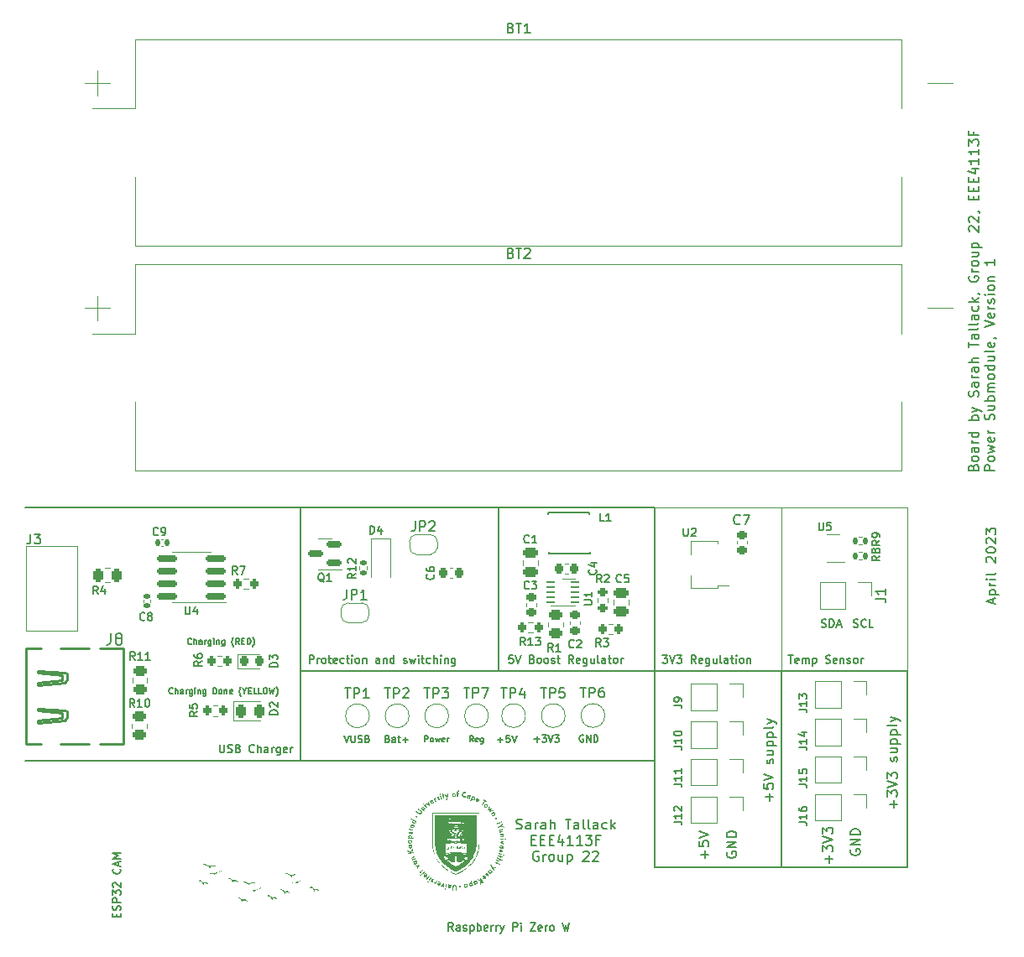
<source format=gbr>
%TF.GenerationSoftware,KiCad,Pcbnew,(6.0.8)*%
%TF.CreationDate,2023-04-19T22:42:55+02:00*%
%TF.ProjectId,Group22_Power,47726f75-7032-4325-9f50-6f7765722e6b,rev?*%
%TF.SameCoordinates,Original*%
%TF.FileFunction,Legend,Top*%
%TF.FilePolarity,Positive*%
%FSLAX46Y46*%
G04 Gerber Fmt 4.6, Leading zero omitted, Abs format (unit mm)*
G04 Created by KiCad (PCBNEW (6.0.8)) date 2023-04-19 22:42:55*
%MOMM*%
%LPD*%
G01*
G04 APERTURE LIST*
G04 Aperture macros list*
%AMRoundRect*
0 Rectangle with rounded corners*
0 $1 Rounding radius*
0 $2 $3 $4 $5 $6 $7 $8 $9 X,Y pos of 4 corners*
0 Add a 4 corners polygon primitive as box body*
4,1,4,$2,$3,$4,$5,$6,$7,$8,$9,$2,$3,0*
0 Add four circle primitives for the rounded corners*
1,1,$1+$1,$2,$3*
1,1,$1+$1,$4,$5*
1,1,$1+$1,$6,$7*
1,1,$1+$1,$8,$9*
0 Add four rect primitives between the rounded corners*
20,1,$1+$1,$2,$3,$4,$5,0*
20,1,$1+$1,$4,$5,$6,$7,0*
20,1,$1+$1,$6,$7,$8,$9,0*
20,1,$1+$1,$8,$9,$2,$3,0*%
%AMFreePoly0*
4,1,9,3.862500,-0.866500,0.737500,-0.866500,0.737500,-0.450000,-0.737500,-0.450000,-0.737500,0.450000,0.737500,0.450000,0.737500,0.866500,3.862500,0.866500,3.862500,-0.866500,3.862500,-0.866500,$1*%
%AMFreePoly1*
4,1,22,0.500000,-0.750000,0.000000,-0.750000,0.000000,-0.745033,-0.079941,-0.743568,-0.215256,-0.701293,-0.333266,-0.622738,-0.424486,-0.514219,-0.481581,-0.384460,-0.499164,-0.250000,-0.500000,-0.250000,-0.500000,0.250000,-0.499164,0.250000,-0.499963,0.256109,-0.478152,0.396186,-0.417904,0.524511,-0.324060,0.630769,-0.204165,0.706417,-0.067858,0.745374,0.000000,0.744959,0.000000,0.750000,
0.500000,0.750000,0.500000,-0.750000,0.500000,-0.750000,$1*%
%AMFreePoly2*
4,1,20,0.000000,0.744959,0.073905,0.744508,0.209726,0.703889,0.328688,0.626782,0.421226,0.519385,0.479903,0.390333,0.500000,0.250000,0.500000,-0.250000,0.499851,-0.262216,0.476331,-0.402017,0.414519,-0.529596,0.319384,-0.634700,0.198574,-0.708877,0.061801,-0.746166,0.000000,-0.745033,0.000000,-0.750000,-0.500000,-0.750000,-0.500000,0.750000,0.000000,0.750000,0.000000,0.744959,
0.000000,0.744959,$1*%
%AMFreePoly3*
4,1,6,0.500000,-0.850000,-0.500000,-0.850000,-0.500000,0.550000,-0.200000,0.850000,0.500000,0.850000,0.500000,-0.850000,0.500000,-0.850000,$1*%
G04 Aperture macros list end*
%ADD10C,0.150000*%
%ADD11C,0.120000*%
%ADD12C,0.152000*%
%ADD13C,0.254000*%
%ADD14R,1.700000X1.700000*%
%ADD15O,1.700000X1.700000*%
%ADD16RoundRect,0.135000X0.185000X-0.135000X0.185000X0.135000X-0.185000X0.135000X-0.185000X-0.135000X0*%
%ADD17RoundRect,0.250000X-0.450000X0.262500X-0.450000X-0.262500X0.450000X-0.262500X0.450000X0.262500X0*%
%ADD18C,2.000000*%
%ADD19RoundRect,0.250000X-0.262500X-0.450000X0.262500X-0.450000X0.262500X0.450000X-0.262500X0.450000X0*%
%ADD20R,1.300000X0.900000*%
%ADD21FreePoly0,180.000000*%
%ADD22RoundRect,0.140000X0.140000X0.170000X-0.140000X0.170000X-0.140000X-0.170000X0.140000X-0.170000X0*%
%ADD23RoundRect,0.218750X-0.218750X-0.256250X0.218750X-0.256250X0.218750X0.256250X-0.218750X0.256250X0*%
%ADD24RoundRect,0.250000X0.475000X-0.250000X0.475000X0.250000X-0.475000X0.250000X-0.475000X-0.250000X0*%
%ADD25RoundRect,0.150000X0.587500X0.150000X-0.587500X0.150000X-0.587500X-0.150000X0.587500X-0.150000X0*%
%ADD26C,3.450000*%
%ADD27C,2.390000*%
%ADD28R,7.340000X6.350000*%
%ADD29RoundRect,0.200000X-0.200000X-0.275000X0.200000X-0.275000X0.200000X0.275000X-0.200000X0.275000X0*%
%ADD30RoundRect,0.200000X-0.275000X0.200000X-0.275000X-0.200000X0.275000X-0.200000X0.275000X0.200000X0*%
%ADD31RoundRect,0.140000X-0.170000X0.140000X-0.170000X-0.140000X0.170000X-0.140000X0.170000X0.140000X0*%
%ADD32RoundRect,0.200000X0.200000X0.275000X-0.200000X0.275000X-0.200000X-0.275000X0.200000X-0.275000X0*%
%ADD33C,0.700000*%
%ADD34O,1.600000X1.000000*%
%ADD35R,1.100000X0.350000*%
%ADD36C,0.650000*%
%ADD37FreePoly1,0.000000*%
%ADD38FreePoly2,0.000000*%
%ADD39R,1.250000X0.400000*%
%ADD40R,1.350000X0.600000*%
%ADD41O,1.900000X1.070000*%
%ADD42C,1.300000*%
%ADD43RoundRect,0.225000X0.250000X-0.225000X0.250000X0.225000X-0.250000X0.225000X-0.250000X-0.225000X0*%
%ADD44RoundRect,0.135000X0.135000X0.185000X-0.135000X0.185000X-0.135000X-0.185000X0.135000X-0.185000X0*%
%ADD45RoundRect,0.225000X0.225000X0.250000X-0.225000X0.250000X-0.225000X-0.250000X0.225000X-0.250000X0*%
%ADD46RoundRect,0.150000X0.825000X0.150000X-0.825000X0.150000X-0.825000X-0.150000X0.825000X-0.150000X0*%
%ADD47R,2.300000X2.300000*%
%ADD48R,1.200000X0.900000*%
%ADD49RoundRect,0.225000X-0.225000X-0.250000X0.225000X-0.250000X0.225000X0.250000X-0.225000X0.250000X0*%
%ADD50RoundRect,0.062500X-0.350000X-0.062500X0.350000X-0.062500X0.350000X0.062500X-0.350000X0.062500X0*%
%ADD51R,1.200000X2.000000*%
%ADD52R,1.600000X3.500000*%
%ADD53RoundRect,0.243750X-0.243750X-0.456250X0.243750X-0.456250X0.243750X0.456250X-0.243750X0.456250X0*%
%ADD54R,0.550000X0.250000*%
%ADD55FreePoly3,180.000000*%
G04 APERTURE END LIST*
D10*
X105233470Y-90666056D02*
X85291046Y-90666056D01*
X85291046Y-90666056D02*
X85291046Y-107149006D01*
X85291046Y-107149006D02*
X105233470Y-107149006D01*
X105233470Y-107149006D02*
X105233470Y-90666056D01*
X85500000Y-116156142D02*
X57500000Y-116156142D01*
D11*
X133750000Y-90656142D02*
X146500000Y-90656142D01*
X146500000Y-90656142D02*
X146500000Y-107156142D01*
X146500000Y-107156142D02*
X133750000Y-107156142D01*
X133750000Y-107156142D02*
X133750000Y-90656142D01*
D10*
X105250000Y-90656142D02*
X121000000Y-90656142D01*
X121000000Y-90656142D02*
X121000000Y-107156142D01*
X121000000Y-107156142D02*
X105250000Y-107156142D01*
X105250000Y-107156142D02*
X105250000Y-90656142D01*
D11*
X121000000Y-90656142D02*
X133750000Y-90656142D01*
X133750000Y-90656142D02*
X133750000Y-107156142D01*
X133750000Y-107156142D02*
X121000000Y-107156142D01*
X121000000Y-107156142D02*
X121000000Y-90656142D01*
D10*
X57500000Y-90656142D02*
X85250000Y-90656142D01*
X133750000Y-107156142D02*
X146500000Y-107156142D01*
X146500000Y-107156142D02*
X146500000Y-126906142D01*
X146500000Y-126906142D02*
X133750000Y-126906142D01*
X133750000Y-126906142D02*
X133750000Y-107156142D01*
X121000000Y-107156142D02*
X133750000Y-107156142D01*
X133750000Y-107156142D02*
X133750000Y-126906142D01*
X133750000Y-126906142D02*
X121000000Y-126906142D01*
X121000000Y-126906142D02*
X121000000Y-107156142D01*
X85250000Y-90656142D02*
X85250000Y-116156142D01*
X85291046Y-107149006D02*
X121000000Y-107149006D01*
X121000000Y-107149006D02*
X121000000Y-116156142D01*
X121000000Y-116156142D02*
X85291046Y-116156142D01*
X85291046Y-116156142D02*
X85291046Y-107149006D01*
X77111904Y-114561904D02*
X77111904Y-115209523D01*
X77150000Y-115285714D01*
X77188095Y-115323809D01*
X77264285Y-115361904D01*
X77416666Y-115361904D01*
X77492857Y-115323809D01*
X77530952Y-115285714D01*
X77569047Y-115209523D01*
X77569047Y-114561904D01*
X77911904Y-115323809D02*
X78026190Y-115361904D01*
X78216666Y-115361904D01*
X78292857Y-115323809D01*
X78330952Y-115285714D01*
X78369047Y-115209523D01*
X78369047Y-115133333D01*
X78330952Y-115057142D01*
X78292857Y-115019047D01*
X78216666Y-114980952D01*
X78064285Y-114942857D01*
X77988095Y-114904761D01*
X77950000Y-114866666D01*
X77911904Y-114790476D01*
X77911904Y-114714285D01*
X77950000Y-114638095D01*
X77988095Y-114600000D01*
X78064285Y-114561904D01*
X78254761Y-114561904D01*
X78369047Y-114600000D01*
X78978571Y-114942857D02*
X79092857Y-114980952D01*
X79130952Y-115019047D01*
X79169047Y-115095238D01*
X79169047Y-115209523D01*
X79130952Y-115285714D01*
X79092857Y-115323809D01*
X79016666Y-115361904D01*
X78711904Y-115361904D01*
X78711904Y-114561904D01*
X78978571Y-114561904D01*
X79054761Y-114600000D01*
X79092857Y-114638095D01*
X79130952Y-114714285D01*
X79130952Y-114790476D01*
X79092857Y-114866666D01*
X79054761Y-114904761D01*
X78978571Y-114942857D01*
X78711904Y-114942857D01*
X80578571Y-115285714D02*
X80540476Y-115323809D01*
X80426190Y-115361904D01*
X80350000Y-115361904D01*
X80235714Y-115323809D01*
X80159523Y-115247619D01*
X80121428Y-115171428D01*
X80083333Y-115019047D01*
X80083333Y-114904761D01*
X80121428Y-114752380D01*
X80159523Y-114676190D01*
X80235714Y-114600000D01*
X80350000Y-114561904D01*
X80426190Y-114561904D01*
X80540476Y-114600000D01*
X80578571Y-114638095D01*
X80921428Y-115361904D02*
X80921428Y-114561904D01*
X81264285Y-115361904D02*
X81264285Y-114942857D01*
X81226190Y-114866666D01*
X81150000Y-114828571D01*
X81035714Y-114828571D01*
X80959523Y-114866666D01*
X80921428Y-114904761D01*
X81988095Y-115361904D02*
X81988095Y-114942857D01*
X81950000Y-114866666D01*
X81873809Y-114828571D01*
X81721428Y-114828571D01*
X81645238Y-114866666D01*
X81988095Y-115323809D02*
X81911904Y-115361904D01*
X81721428Y-115361904D01*
X81645238Y-115323809D01*
X81607142Y-115247619D01*
X81607142Y-115171428D01*
X81645238Y-115095238D01*
X81721428Y-115057142D01*
X81911904Y-115057142D01*
X81988095Y-115019047D01*
X82369047Y-115361904D02*
X82369047Y-114828571D01*
X82369047Y-114980952D02*
X82407142Y-114904761D01*
X82445238Y-114866666D01*
X82521428Y-114828571D01*
X82597619Y-114828571D01*
X83207142Y-114828571D02*
X83207142Y-115476190D01*
X83169047Y-115552380D01*
X83130952Y-115590476D01*
X83054761Y-115628571D01*
X82940476Y-115628571D01*
X82864285Y-115590476D01*
X83207142Y-115323809D02*
X83130952Y-115361904D01*
X82978571Y-115361904D01*
X82902380Y-115323809D01*
X82864285Y-115285714D01*
X82826190Y-115209523D01*
X82826190Y-114980952D01*
X82864285Y-114904761D01*
X82902380Y-114866666D01*
X82978571Y-114828571D01*
X83130952Y-114828571D01*
X83207142Y-114866666D01*
X83892857Y-115323809D02*
X83816666Y-115361904D01*
X83664285Y-115361904D01*
X83588095Y-115323809D01*
X83550000Y-115247619D01*
X83550000Y-114942857D01*
X83588095Y-114866666D01*
X83664285Y-114828571D01*
X83816666Y-114828571D01*
X83892857Y-114866666D01*
X83930952Y-114942857D01*
X83930952Y-115019047D01*
X83550000Y-115095238D01*
X84273809Y-115361904D02*
X84273809Y-114828571D01*
X84273809Y-114980952D02*
X84311904Y-114904761D01*
X84350000Y-114866666D01*
X84426190Y-114828571D01*
X84502380Y-114828571D01*
X94050000Y-113956142D02*
X94150000Y-113989475D01*
X94183333Y-114022808D01*
X94216666Y-114089475D01*
X94216666Y-114189475D01*
X94183333Y-114256142D01*
X94150000Y-114289475D01*
X94083333Y-114322808D01*
X93816666Y-114322808D01*
X93816666Y-113622808D01*
X94050000Y-113622808D01*
X94116666Y-113656142D01*
X94150000Y-113689475D01*
X94183333Y-113756142D01*
X94183333Y-113822808D01*
X94150000Y-113889475D01*
X94116666Y-113922808D01*
X94050000Y-113956142D01*
X93816666Y-113956142D01*
X94816666Y-114322808D02*
X94816666Y-113956142D01*
X94783333Y-113889475D01*
X94716666Y-113856142D01*
X94583333Y-113856142D01*
X94516666Y-113889475D01*
X94816666Y-114289475D02*
X94750000Y-114322808D01*
X94583333Y-114322808D01*
X94516666Y-114289475D01*
X94483333Y-114222808D01*
X94483333Y-114156142D01*
X94516666Y-114089475D01*
X94583333Y-114056142D01*
X94750000Y-114056142D01*
X94816666Y-114022808D01*
X95050000Y-113856142D02*
X95316666Y-113856142D01*
X95150000Y-113622808D02*
X95150000Y-114222808D01*
X95183333Y-114289475D01*
X95250000Y-114322808D01*
X95316666Y-114322808D01*
X95550000Y-114056142D02*
X96083333Y-114056142D01*
X95816666Y-114322808D02*
X95816666Y-113789475D01*
X153123571Y-86581071D02*
X153171190Y-86438214D01*
X153218809Y-86390595D01*
X153314047Y-86342976D01*
X153456904Y-86342976D01*
X153552142Y-86390595D01*
X153599761Y-86438214D01*
X153647380Y-86533452D01*
X153647380Y-86914404D01*
X152647380Y-86914404D01*
X152647380Y-86581071D01*
X152695000Y-86485833D01*
X152742619Y-86438214D01*
X152837857Y-86390595D01*
X152933095Y-86390595D01*
X153028333Y-86438214D01*
X153075952Y-86485833D01*
X153123571Y-86581071D01*
X153123571Y-86914404D01*
X153647380Y-85771547D02*
X153599761Y-85866785D01*
X153552142Y-85914404D01*
X153456904Y-85962023D01*
X153171190Y-85962023D01*
X153075952Y-85914404D01*
X153028333Y-85866785D01*
X152980714Y-85771547D01*
X152980714Y-85628690D01*
X153028333Y-85533452D01*
X153075952Y-85485833D01*
X153171190Y-85438214D01*
X153456904Y-85438214D01*
X153552142Y-85485833D01*
X153599761Y-85533452D01*
X153647380Y-85628690D01*
X153647380Y-85771547D01*
X153647380Y-84581071D02*
X153123571Y-84581071D01*
X153028333Y-84628690D01*
X152980714Y-84723928D01*
X152980714Y-84914404D01*
X153028333Y-85009642D01*
X153599761Y-84581071D02*
X153647380Y-84676309D01*
X153647380Y-84914404D01*
X153599761Y-85009642D01*
X153504523Y-85057261D01*
X153409285Y-85057261D01*
X153314047Y-85009642D01*
X153266428Y-84914404D01*
X153266428Y-84676309D01*
X153218809Y-84581071D01*
X153647380Y-84104880D02*
X152980714Y-84104880D01*
X153171190Y-84104880D02*
X153075952Y-84057261D01*
X153028333Y-84009642D01*
X152980714Y-83914404D01*
X152980714Y-83819166D01*
X153647380Y-83057261D02*
X152647380Y-83057261D01*
X153599761Y-83057261D02*
X153647380Y-83152500D01*
X153647380Y-83342976D01*
X153599761Y-83438214D01*
X153552142Y-83485833D01*
X153456904Y-83533452D01*
X153171190Y-83533452D01*
X153075952Y-83485833D01*
X153028333Y-83438214D01*
X152980714Y-83342976D01*
X152980714Y-83152500D01*
X153028333Y-83057261D01*
X153647380Y-81819166D02*
X152647380Y-81819166D01*
X153028333Y-81819166D02*
X152980714Y-81723928D01*
X152980714Y-81533452D01*
X153028333Y-81438214D01*
X153075952Y-81390595D01*
X153171190Y-81342976D01*
X153456904Y-81342976D01*
X153552142Y-81390595D01*
X153599761Y-81438214D01*
X153647380Y-81533452D01*
X153647380Y-81723928D01*
X153599761Y-81819166D01*
X152980714Y-81009642D02*
X153647380Y-80771547D01*
X152980714Y-80533452D02*
X153647380Y-80771547D01*
X153885476Y-80866785D01*
X153933095Y-80914404D01*
X153980714Y-81009642D01*
X153599761Y-79438214D02*
X153647380Y-79295357D01*
X153647380Y-79057261D01*
X153599761Y-78962023D01*
X153552142Y-78914404D01*
X153456904Y-78866785D01*
X153361666Y-78866785D01*
X153266428Y-78914404D01*
X153218809Y-78962023D01*
X153171190Y-79057261D01*
X153123571Y-79247738D01*
X153075952Y-79342976D01*
X153028333Y-79390595D01*
X152933095Y-79438214D01*
X152837857Y-79438214D01*
X152742619Y-79390595D01*
X152695000Y-79342976D01*
X152647380Y-79247738D01*
X152647380Y-79009642D01*
X152695000Y-78866785D01*
X153647380Y-78009642D02*
X153123571Y-78009642D01*
X153028333Y-78057261D01*
X152980714Y-78152500D01*
X152980714Y-78342976D01*
X153028333Y-78438214D01*
X153599761Y-78009642D02*
X153647380Y-78104880D01*
X153647380Y-78342976D01*
X153599761Y-78438214D01*
X153504523Y-78485833D01*
X153409285Y-78485833D01*
X153314047Y-78438214D01*
X153266428Y-78342976D01*
X153266428Y-78104880D01*
X153218809Y-78009642D01*
X153647380Y-77533452D02*
X152980714Y-77533452D01*
X153171190Y-77533452D02*
X153075952Y-77485833D01*
X153028333Y-77438214D01*
X152980714Y-77342976D01*
X152980714Y-77247738D01*
X153647380Y-76485833D02*
X153123571Y-76485833D01*
X153028333Y-76533452D01*
X152980714Y-76628690D01*
X152980714Y-76819166D01*
X153028333Y-76914404D01*
X153599761Y-76485833D02*
X153647380Y-76581071D01*
X153647380Y-76819166D01*
X153599761Y-76914404D01*
X153504523Y-76962023D01*
X153409285Y-76962023D01*
X153314047Y-76914404D01*
X153266428Y-76819166D01*
X153266428Y-76581071D01*
X153218809Y-76485833D01*
X153647380Y-76009642D02*
X152647380Y-76009642D01*
X153647380Y-75581071D02*
X153123571Y-75581071D01*
X153028333Y-75628690D01*
X152980714Y-75723928D01*
X152980714Y-75866785D01*
X153028333Y-75962023D01*
X153075952Y-76009642D01*
X152647380Y-74485833D02*
X152647380Y-73914404D01*
X153647380Y-74200119D02*
X152647380Y-74200119D01*
X153647380Y-73152500D02*
X153123571Y-73152500D01*
X153028333Y-73200119D01*
X152980714Y-73295357D01*
X152980714Y-73485833D01*
X153028333Y-73581071D01*
X153599761Y-73152500D02*
X153647380Y-73247738D01*
X153647380Y-73485833D01*
X153599761Y-73581071D01*
X153504523Y-73628690D01*
X153409285Y-73628690D01*
X153314047Y-73581071D01*
X153266428Y-73485833D01*
X153266428Y-73247738D01*
X153218809Y-73152500D01*
X153647380Y-72533452D02*
X153599761Y-72628690D01*
X153504523Y-72676309D01*
X152647380Y-72676309D01*
X153647380Y-72009642D02*
X153599761Y-72104880D01*
X153504523Y-72152500D01*
X152647380Y-72152500D01*
X153647380Y-71200119D02*
X153123571Y-71200119D01*
X153028333Y-71247738D01*
X152980714Y-71342976D01*
X152980714Y-71533452D01*
X153028333Y-71628690D01*
X153599761Y-71200119D02*
X153647380Y-71295357D01*
X153647380Y-71533452D01*
X153599761Y-71628690D01*
X153504523Y-71676309D01*
X153409285Y-71676309D01*
X153314047Y-71628690D01*
X153266428Y-71533452D01*
X153266428Y-71295357D01*
X153218809Y-71200119D01*
X153599761Y-70295357D02*
X153647380Y-70390595D01*
X153647380Y-70581071D01*
X153599761Y-70676309D01*
X153552142Y-70723928D01*
X153456904Y-70771547D01*
X153171190Y-70771547D01*
X153075952Y-70723928D01*
X153028333Y-70676309D01*
X152980714Y-70581071D01*
X152980714Y-70390595D01*
X153028333Y-70295357D01*
X153647380Y-69866785D02*
X152647380Y-69866785D01*
X153266428Y-69771547D02*
X153647380Y-69485833D01*
X152980714Y-69485833D02*
X153361666Y-69866785D01*
X153599761Y-69009642D02*
X153647380Y-69009642D01*
X153742619Y-69057261D01*
X153790238Y-69104880D01*
X152695000Y-67295357D02*
X152647380Y-67390595D01*
X152647380Y-67533452D01*
X152695000Y-67676309D01*
X152790238Y-67771547D01*
X152885476Y-67819166D01*
X153075952Y-67866785D01*
X153218809Y-67866785D01*
X153409285Y-67819166D01*
X153504523Y-67771547D01*
X153599761Y-67676309D01*
X153647380Y-67533452D01*
X153647380Y-67438214D01*
X153599761Y-67295357D01*
X153552142Y-67247738D01*
X153218809Y-67247738D01*
X153218809Y-67438214D01*
X153647380Y-66819166D02*
X152980714Y-66819166D01*
X153171190Y-66819166D02*
X153075952Y-66771547D01*
X153028333Y-66723928D01*
X152980714Y-66628690D01*
X152980714Y-66533452D01*
X153647380Y-66057261D02*
X153599761Y-66152500D01*
X153552142Y-66200119D01*
X153456904Y-66247738D01*
X153171190Y-66247738D01*
X153075952Y-66200119D01*
X153028333Y-66152500D01*
X152980714Y-66057261D01*
X152980714Y-65914404D01*
X153028333Y-65819166D01*
X153075952Y-65771547D01*
X153171190Y-65723928D01*
X153456904Y-65723928D01*
X153552142Y-65771547D01*
X153599761Y-65819166D01*
X153647380Y-65914404D01*
X153647380Y-66057261D01*
X152980714Y-64866785D02*
X153647380Y-64866785D01*
X152980714Y-65295357D02*
X153504523Y-65295357D01*
X153599761Y-65247738D01*
X153647380Y-65152500D01*
X153647380Y-65009642D01*
X153599761Y-64914404D01*
X153552142Y-64866785D01*
X152980714Y-64390595D02*
X153980714Y-64390595D01*
X153028333Y-64390595D02*
X152980714Y-64295357D01*
X152980714Y-64104880D01*
X153028333Y-64009642D01*
X153075952Y-63962023D01*
X153171190Y-63914404D01*
X153456904Y-63914404D01*
X153552142Y-63962023D01*
X153599761Y-64009642D01*
X153647380Y-64104880D01*
X153647380Y-64295357D01*
X153599761Y-64390595D01*
X152742619Y-62771547D02*
X152695000Y-62723928D01*
X152647380Y-62628690D01*
X152647380Y-62390595D01*
X152695000Y-62295357D01*
X152742619Y-62247738D01*
X152837857Y-62200119D01*
X152933095Y-62200119D01*
X153075952Y-62247738D01*
X153647380Y-62819166D01*
X153647380Y-62200119D01*
X152742619Y-61819166D02*
X152695000Y-61771547D01*
X152647380Y-61676309D01*
X152647380Y-61438214D01*
X152695000Y-61342976D01*
X152742619Y-61295357D01*
X152837857Y-61247738D01*
X152933095Y-61247738D01*
X153075952Y-61295357D01*
X153647380Y-61866785D01*
X153647380Y-61247738D01*
X153599761Y-60771547D02*
X153647380Y-60771547D01*
X153742619Y-60819166D01*
X153790238Y-60866785D01*
X153123571Y-59581071D02*
X153123571Y-59247738D01*
X153647380Y-59104880D02*
X153647380Y-59581071D01*
X152647380Y-59581071D01*
X152647380Y-59104880D01*
X153123571Y-58676309D02*
X153123571Y-58342976D01*
X153647380Y-58200119D02*
X153647380Y-58676309D01*
X152647380Y-58676309D01*
X152647380Y-58200119D01*
X153123571Y-57771547D02*
X153123571Y-57438214D01*
X153647380Y-57295357D02*
X153647380Y-57771547D01*
X152647380Y-57771547D01*
X152647380Y-57295357D01*
X152980714Y-56438214D02*
X153647380Y-56438214D01*
X152599761Y-56676309D02*
X153314047Y-56914404D01*
X153314047Y-56295357D01*
X153647380Y-55390595D02*
X153647380Y-55962023D01*
X153647380Y-55676309D02*
X152647380Y-55676309D01*
X152790238Y-55771547D01*
X152885476Y-55866785D01*
X152933095Y-55962023D01*
X153647380Y-54438214D02*
X153647380Y-55009642D01*
X153647380Y-54723928D02*
X152647380Y-54723928D01*
X152790238Y-54819166D01*
X152885476Y-54914404D01*
X152933095Y-55009642D01*
X152647380Y-54104880D02*
X152647380Y-53485833D01*
X153028333Y-53819166D01*
X153028333Y-53676309D01*
X153075952Y-53581071D01*
X153123571Y-53533452D01*
X153218809Y-53485833D01*
X153456904Y-53485833D01*
X153552142Y-53533452D01*
X153599761Y-53581071D01*
X153647380Y-53676309D01*
X153647380Y-53962023D01*
X153599761Y-54057261D01*
X153552142Y-54104880D01*
X153123571Y-52723928D02*
X153123571Y-53057261D01*
X153647380Y-53057261D02*
X152647380Y-53057261D01*
X152647380Y-52581071D01*
X155257380Y-86914404D02*
X154257380Y-86914404D01*
X154257380Y-86533452D01*
X154305000Y-86438214D01*
X154352619Y-86390595D01*
X154447857Y-86342976D01*
X154590714Y-86342976D01*
X154685952Y-86390595D01*
X154733571Y-86438214D01*
X154781190Y-86533452D01*
X154781190Y-86914404D01*
X155257380Y-85771547D02*
X155209761Y-85866785D01*
X155162142Y-85914404D01*
X155066904Y-85962023D01*
X154781190Y-85962023D01*
X154685952Y-85914404D01*
X154638333Y-85866785D01*
X154590714Y-85771547D01*
X154590714Y-85628690D01*
X154638333Y-85533452D01*
X154685952Y-85485833D01*
X154781190Y-85438214D01*
X155066904Y-85438214D01*
X155162142Y-85485833D01*
X155209761Y-85533452D01*
X155257380Y-85628690D01*
X155257380Y-85771547D01*
X154590714Y-85104880D02*
X155257380Y-84914404D01*
X154781190Y-84723928D01*
X155257380Y-84533452D01*
X154590714Y-84342976D01*
X155209761Y-83581071D02*
X155257380Y-83676309D01*
X155257380Y-83866785D01*
X155209761Y-83962023D01*
X155114523Y-84009642D01*
X154733571Y-84009642D01*
X154638333Y-83962023D01*
X154590714Y-83866785D01*
X154590714Y-83676309D01*
X154638333Y-83581071D01*
X154733571Y-83533452D01*
X154828809Y-83533452D01*
X154924047Y-84009642D01*
X155257380Y-83104880D02*
X154590714Y-83104880D01*
X154781190Y-83104880D02*
X154685952Y-83057261D01*
X154638333Y-83009642D01*
X154590714Y-82914404D01*
X154590714Y-82819166D01*
X155209761Y-81771547D02*
X155257380Y-81628690D01*
X155257380Y-81390595D01*
X155209761Y-81295357D01*
X155162142Y-81247738D01*
X155066904Y-81200119D01*
X154971666Y-81200119D01*
X154876428Y-81247738D01*
X154828809Y-81295357D01*
X154781190Y-81390595D01*
X154733571Y-81581071D01*
X154685952Y-81676309D01*
X154638333Y-81723928D01*
X154543095Y-81771547D01*
X154447857Y-81771547D01*
X154352619Y-81723928D01*
X154305000Y-81676309D01*
X154257380Y-81581071D01*
X154257380Y-81342976D01*
X154305000Y-81200119D01*
X154590714Y-80342976D02*
X155257380Y-80342976D01*
X154590714Y-80771547D02*
X155114523Y-80771547D01*
X155209761Y-80723928D01*
X155257380Y-80628690D01*
X155257380Y-80485833D01*
X155209761Y-80390595D01*
X155162142Y-80342976D01*
X155257380Y-79866785D02*
X154257380Y-79866785D01*
X154638333Y-79866785D02*
X154590714Y-79771547D01*
X154590714Y-79581071D01*
X154638333Y-79485833D01*
X154685952Y-79438214D01*
X154781190Y-79390595D01*
X155066904Y-79390595D01*
X155162142Y-79438214D01*
X155209761Y-79485833D01*
X155257380Y-79581071D01*
X155257380Y-79771547D01*
X155209761Y-79866785D01*
X155257380Y-78962023D02*
X154590714Y-78962023D01*
X154685952Y-78962023D02*
X154638333Y-78914404D01*
X154590714Y-78819166D01*
X154590714Y-78676309D01*
X154638333Y-78581071D01*
X154733571Y-78533452D01*
X155257380Y-78533452D01*
X154733571Y-78533452D02*
X154638333Y-78485833D01*
X154590714Y-78390595D01*
X154590714Y-78247738D01*
X154638333Y-78152500D01*
X154733571Y-78104880D01*
X155257380Y-78104880D01*
X155257380Y-77485833D02*
X155209761Y-77581071D01*
X155162142Y-77628690D01*
X155066904Y-77676309D01*
X154781190Y-77676309D01*
X154685952Y-77628690D01*
X154638333Y-77581071D01*
X154590714Y-77485833D01*
X154590714Y-77342976D01*
X154638333Y-77247738D01*
X154685952Y-77200119D01*
X154781190Y-77152500D01*
X155066904Y-77152500D01*
X155162142Y-77200119D01*
X155209761Y-77247738D01*
X155257380Y-77342976D01*
X155257380Y-77485833D01*
X155257380Y-76295357D02*
X154257380Y-76295357D01*
X155209761Y-76295357D02*
X155257380Y-76390595D01*
X155257380Y-76581071D01*
X155209761Y-76676309D01*
X155162142Y-76723928D01*
X155066904Y-76771547D01*
X154781190Y-76771547D01*
X154685952Y-76723928D01*
X154638333Y-76676309D01*
X154590714Y-76581071D01*
X154590714Y-76390595D01*
X154638333Y-76295357D01*
X154590714Y-75390595D02*
X155257380Y-75390595D01*
X154590714Y-75819166D02*
X155114523Y-75819166D01*
X155209761Y-75771547D01*
X155257380Y-75676309D01*
X155257380Y-75533452D01*
X155209761Y-75438214D01*
X155162142Y-75390595D01*
X155257380Y-74771547D02*
X155209761Y-74866785D01*
X155114523Y-74914404D01*
X154257380Y-74914404D01*
X155209761Y-74009642D02*
X155257380Y-74104880D01*
X155257380Y-74295357D01*
X155209761Y-74390595D01*
X155114523Y-74438214D01*
X154733571Y-74438214D01*
X154638333Y-74390595D01*
X154590714Y-74295357D01*
X154590714Y-74104880D01*
X154638333Y-74009642D01*
X154733571Y-73962023D01*
X154828809Y-73962023D01*
X154924047Y-74438214D01*
X155209761Y-73485833D02*
X155257380Y-73485833D01*
X155352619Y-73533452D01*
X155400238Y-73581071D01*
X154257380Y-72438214D02*
X155257380Y-72104880D01*
X154257380Y-71771547D01*
X155209761Y-71057261D02*
X155257380Y-71152500D01*
X155257380Y-71342976D01*
X155209761Y-71438214D01*
X155114523Y-71485833D01*
X154733571Y-71485833D01*
X154638333Y-71438214D01*
X154590714Y-71342976D01*
X154590714Y-71152500D01*
X154638333Y-71057261D01*
X154733571Y-71009642D01*
X154828809Y-71009642D01*
X154924047Y-71485833D01*
X155257380Y-70581071D02*
X154590714Y-70581071D01*
X154781190Y-70581071D02*
X154685952Y-70533452D01*
X154638333Y-70485833D01*
X154590714Y-70390595D01*
X154590714Y-70295357D01*
X155209761Y-70009642D02*
X155257380Y-69914404D01*
X155257380Y-69723928D01*
X155209761Y-69628690D01*
X155114523Y-69581071D01*
X155066904Y-69581071D01*
X154971666Y-69628690D01*
X154924047Y-69723928D01*
X154924047Y-69866785D01*
X154876428Y-69962023D01*
X154781190Y-70009642D01*
X154733571Y-70009642D01*
X154638333Y-69962023D01*
X154590714Y-69866785D01*
X154590714Y-69723928D01*
X154638333Y-69628690D01*
X155257380Y-69152500D02*
X154590714Y-69152500D01*
X154257380Y-69152500D02*
X154305000Y-69200119D01*
X154352619Y-69152500D01*
X154305000Y-69104880D01*
X154257380Y-69152500D01*
X154352619Y-69152500D01*
X155257380Y-68533452D02*
X155209761Y-68628690D01*
X155162142Y-68676309D01*
X155066904Y-68723928D01*
X154781190Y-68723928D01*
X154685952Y-68676309D01*
X154638333Y-68628690D01*
X154590714Y-68533452D01*
X154590714Y-68390595D01*
X154638333Y-68295357D01*
X154685952Y-68247738D01*
X154781190Y-68200119D01*
X155066904Y-68200119D01*
X155162142Y-68247738D01*
X155209761Y-68295357D01*
X155257380Y-68390595D01*
X155257380Y-68533452D01*
X154590714Y-67771547D02*
X155257380Y-67771547D01*
X154685952Y-67771547D02*
X154638333Y-67723928D01*
X154590714Y-67628690D01*
X154590714Y-67485833D01*
X154638333Y-67390595D01*
X154733571Y-67342976D01*
X155257380Y-67342976D01*
X155257380Y-65581071D02*
X155257380Y-66152500D01*
X155257380Y-65866785D02*
X154257380Y-65866785D01*
X154400238Y-65962023D01*
X154495476Y-66057261D01*
X154543095Y-66152500D01*
X72358543Y-109380752D02*
X72329972Y-109409324D01*
X72244257Y-109437895D01*
X72187115Y-109437895D01*
X72101400Y-109409324D01*
X72044257Y-109352181D01*
X72015686Y-109295038D01*
X71987115Y-109180752D01*
X71987115Y-109095038D01*
X72015686Y-108980752D01*
X72044257Y-108923609D01*
X72101400Y-108866467D01*
X72187115Y-108837895D01*
X72244257Y-108837895D01*
X72329972Y-108866467D01*
X72358543Y-108895038D01*
X72615686Y-109437895D02*
X72615686Y-108837895D01*
X72872829Y-109437895D02*
X72872829Y-109123609D01*
X72844257Y-109066467D01*
X72787115Y-109037895D01*
X72701400Y-109037895D01*
X72644257Y-109066467D01*
X72615686Y-109095038D01*
X73415686Y-109437895D02*
X73415686Y-109123609D01*
X73387115Y-109066467D01*
X73329972Y-109037895D01*
X73215686Y-109037895D01*
X73158543Y-109066467D01*
X73415686Y-109409324D02*
X73358543Y-109437895D01*
X73215686Y-109437895D01*
X73158543Y-109409324D01*
X73129972Y-109352181D01*
X73129972Y-109295038D01*
X73158543Y-109237895D01*
X73215686Y-109209324D01*
X73358543Y-109209324D01*
X73415686Y-109180752D01*
X73701400Y-109437895D02*
X73701400Y-109037895D01*
X73701400Y-109152181D02*
X73729972Y-109095038D01*
X73758543Y-109066467D01*
X73815686Y-109037895D01*
X73872829Y-109037895D01*
X74329972Y-109037895D02*
X74329972Y-109523609D01*
X74301400Y-109580752D01*
X74272829Y-109609324D01*
X74215686Y-109637895D01*
X74129972Y-109637895D01*
X74072829Y-109609324D01*
X74329972Y-109409324D02*
X74272829Y-109437895D01*
X74158543Y-109437895D01*
X74101400Y-109409324D01*
X74072829Y-109380752D01*
X74044257Y-109323609D01*
X74044257Y-109152181D01*
X74072829Y-109095038D01*
X74101400Y-109066467D01*
X74158543Y-109037895D01*
X74272829Y-109037895D01*
X74329972Y-109066467D01*
X74615686Y-109437895D02*
X74615686Y-109037895D01*
X74615686Y-108837895D02*
X74587115Y-108866467D01*
X74615686Y-108895038D01*
X74644257Y-108866467D01*
X74615686Y-108837895D01*
X74615686Y-108895038D01*
X74901400Y-109037895D02*
X74901400Y-109437895D01*
X74901400Y-109095038D02*
X74929972Y-109066467D01*
X74987115Y-109037895D01*
X75072829Y-109037895D01*
X75129972Y-109066467D01*
X75158543Y-109123609D01*
X75158543Y-109437895D01*
X75701400Y-109037895D02*
X75701400Y-109523609D01*
X75672829Y-109580752D01*
X75644257Y-109609324D01*
X75587115Y-109637895D01*
X75501400Y-109637895D01*
X75444257Y-109609324D01*
X75701400Y-109409324D02*
X75644257Y-109437895D01*
X75529972Y-109437895D01*
X75472829Y-109409324D01*
X75444257Y-109380752D01*
X75415686Y-109323609D01*
X75415686Y-109152181D01*
X75444257Y-109095038D01*
X75472829Y-109066467D01*
X75529972Y-109037895D01*
X75644257Y-109037895D01*
X75701400Y-109066467D01*
X76444257Y-109437895D02*
X76444257Y-108837895D01*
X76587115Y-108837895D01*
X76672829Y-108866467D01*
X76729972Y-108923609D01*
X76758543Y-108980752D01*
X76787115Y-109095038D01*
X76787115Y-109180752D01*
X76758543Y-109295038D01*
X76729972Y-109352181D01*
X76672829Y-109409324D01*
X76587115Y-109437895D01*
X76444257Y-109437895D01*
X77129972Y-109437895D02*
X77072829Y-109409324D01*
X77044257Y-109380752D01*
X77015686Y-109323609D01*
X77015686Y-109152181D01*
X77044257Y-109095038D01*
X77072829Y-109066467D01*
X77129972Y-109037895D01*
X77215686Y-109037895D01*
X77272829Y-109066467D01*
X77301400Y-109095038D01*
X77329972Y-109152181D01*
X77329972Y-109323609D01*
X77301400Y-109380752D01*
X77272829Y-109409324D01*
X77215686Y-109437895D01*
X77129972Y-109437895D01*
X77587115Y-109037895D02*
X77587115Y-109437895D01*
X77587115Y-109095038D02*
X77615686Y-109066467D01*
X77672829Y-109037895D01*
X77758543Y-109037895D01*
X77815686Y-109066467D01*
X77844257Y-109123609D01*
X77844257Y-109437895D01*
X78358543Y-109409324D02*
X78301400Y-109437895D01*
X78187115Y-109437895D01*
X78129972Y-109409324D01*
X78101400Y-109352181D01*
X78101400Y-109123609D01*
X78129972Y-109066467D01*
X78187115Y-109037895D01*
X78301400Y-109037895D01*
X78358543Y-109066467D01*
X78387115Y-109123609D01*
X78387115Y-109180752D01*
X78101400Y-109237895D01*
X79272829Y-109666467D02*
X79244257Y-109637895D01*
X79187115Y-109552181D01*
X79158543Y-109495038D01*
X79129972Y-109409324D01*
X79101400Y-109266467D01*
X79101400Y-109152181D01*
X79129972Y-109009324D01*
X79158543Y-108923609D01*
X79187115Y-108866467D01*
X79244257Y-108780752D01*
X79272829Y-108752181D01*
X79615686Y-109152181D02*
X79615686Y-109437895D01*
X79415686Y-108837895D02*
X79615686Y-109152181D01*
X79815686Y-108837895D01*
X80015686Y-109123609D02*
X80215686Y-109123609D01*
X80301400Y-109437895D02*
X80015686Y-109437895D01*
X80015686Y-108837895D01*
X80301400Y-108837895D01*
X80844257Y-109437895D02*
X80558543Y-109437895D01*
X80558543Y-108837895D01*
X81329972Y-109437895D02*
X81044257Y-109437895D01*
X81044257Y-108837895D01*
X81644257Y-108837895D02*
X81758543Y-108837895D01*
X81815686Y-108866467D01*
X81872829Y-108923609D01*
X81901400Y-109037895D01*
X81901400Y-109237895D01*
X81872829Y-109352181D01*
X81815686Y-109409324D01*
X81758543Y-109437895D01*
X81644257Y-109437895D01*
X81587115Y-109409324D01*
X81529972Y-109352181D01*
X81501400Y-109237895D01*
X81501400Y-109037895D01*
X81529972Y-108923609D01*
X81587115Y-108866467D01*
X81644257Y-108837895D01*
X82101400Y-108837895D02*
X82244257Y-109437895D01*
X82358543Y-109009324D01*
X82472829Y-109437895D01*
X82615686Y-108837895D01*
X82787115Y-109666467D02*
X82815686Y-109637895D01*
X82872829Y-109552181D01*
X82901400Y-109495038D01*
X82929972Y-109409324D01*
X82958543Y-109266467D01*
X82958543Y-109152181D01*
X82929972Y-109009324D01*
X82901400Y-108923609D01*
X82872829Y-108866467D01*
X82815686Y-108780752D01*
X82787115Y-108752181D01*
X106685714Y-105561904D02*
X106304761Y-105561904D01*
X106266666Y-105942857D01*
X106304761Y-105904761D01*
X106380952Y-105866666D01*
X106571428Y-105866666D01*
X106647619Y-105904761D01*
X106685714Y-105942857D01*
X106723809Y-106019047D01*
X106723809Y-106209523D01*
X106685714Y-106285714D01*
X106647619Y-106323809D01*
X106571428Y-106361904D01*
X106380952Y-106361904D01*
X106304761Y-106323809D01*
X106266666Y-106285714D01*
X106952380Y-105561904D02*
X107219047Y-106361904D01*
X107485714Y-105561904D01*
X108628571Y-105942857D02*
X108742857Y-105980952D01*
X108780952Y-106019047D01*
X108819047Y-106095238D01*
X108819047Y-106209523D01*
X108780952Y-106285714D01*
X108742857Y-106323809D01*
X108666666Y-106361904D01*
X108361904Y-106361904D01*
X108361904Y-105561904D01*
X108628571Y-105561904D01*
X108704761Y-105600000D01*
X108742857Y-105638095D01*
X108780952Y-105714285D01*
X108780952Y-105790476D01*
X108742857Y-105866666D01*
X108704761Y-105904761D01*
X108628571Y-105942857D01*
X108361904Y-105942857D01*
X109276190Y-106361904D02*
X109200000Y-106323809D01*
X109161904Y-106285714D01*
X109123809Y-106209523D01*
X109123809Y-105980952D01*
X109161904Y-105904761D01*
X109200000Y-105866666D01*
X109276190Y-105828571D01*
X109390476Y-105828571D01*
X109466666Y-105866666D01*
X109504761Y-105904761D01*
X109542857Y-105980952D01*
X109542857Y-106209523D01*
X109504761Y-106285714D01*
X109466666Y-106323809D01*
X109390476Y-106361904D01*
X109276190Y-106361904D01*
X110000000Y-106361904D02*
X109923809Y-106323809D01*
X109885714Y-106285714D01*
X109847619Y-106209523D01*
X109847619Y-105980952D01*
X109885714Y-105904761D01*
X109923809Y-105866666D01*
X110000000Y-105828571D01*
X110114285Y-105828571D01*
X110190476Y-105866666D01*
X110228571Y-105904761D01*
X110266666Y-105980952D01*
X110266666Y-106209523D01*
X110228571Y-106285714D01*
X110190476Y-106323809D01*
X110114285Y-106361904D01*
X110000000Y-106361904D01*
X110571428Y-106323809D02*
X110647619Y-106361904D01*
X110800000Y-106361904D01*
X110876190Y-106323809D01*
X110914285Y-106247619D01*
X110914285Y-106209523D01*
X110876190Y-106133333D01*
X110800000Y-106095238D01*
X110685714Y-106095238D01*
X110609523Y-106057142D01*
X110571428Y-105980952D01*
X110571428Y-105942857D01*
X110609523Y-105866666D01*
X110685714Y-105828571D01*
X110800000Y-105828571D01*
X110876190Y-105866666D01*
X111142857Y-105828571D02*
X111447619Y-105828571D01*
X111257142Y-105561904D02*
X111257142Y-106247619D01*
X111295238Y-106323809D01*
X111371428Y-106361904D01*
X111447619Y-106361904D01*
X112780952Y-106361904D02*
X112514285Y-105980952D01*
X112323809Y-106361904D02*
X112323809Y-105561904D01*
X112628571Y-105561904D01*
X112704761Y-105600000D01*
X112742857Y-105638095D01*
X112780952Y-105714285D01*
X112780952Y-105828571D01*
X112742857Y-105904761D01*
X112704761Y-105942857D01*
X112628571Y-105980952D01*
X112323809Y-105980952D01*
X113428571Y-106323809D02*
X113352380Y-106361904D01*
X113200000Y-106361904D01*
X113123809Y-106323809D01*
X113085714Y-106247619D01*
X113085714Y-105942857D01*
X113123809Y-105866666D01*
X113200000Y-105828571D01*
X113352380Y-105828571D01*
X113428571Y-105866666D01*
X113466666Y-105942857D01*
X113466666Y-106019047D01*
X113085714Y-106095238D01*
X114152380Y-105828571D02*
X114152380Y-106476190D01*
X114114285Y-106552380D01*
X114076190Y-106590476D01*
X114000000Y-106628571D01*
X113885714Y-106628571D01*
X113809523Y-106590476D01*
X114152380Y-106323809D02*
X114076190Y-106361904D01*
X113923809Y-106361904D01*
X113847619Y-106323809D01*
X113809523Y-106285714D01*
X113771428Y-106209523D01*
X113771428Y-105980952D01*
X113809523Y-105904761D01*
X113847619Y-105866666D01*
X113923809Y-105828571D01*
X114076190Y-105828571D01*
X114152380Y-105866666D01*
X114876190Y-105828571D02*
X114876190Y-106361904D01*
X114533333Y-105828571D02*
X114533333Y-106247619D01*
X114571428Y-106323809D01*
X114647619Y-106361904D01*
X114761904Y-106361904D01*
X114838095Y-106323809D01*
X114876190Y-106285714D01*
X115371428Y-106361904D02*
X115295238Y-106323809D01*
X115257142Y-106247619D01*
X115257142Y-105561904D01*
X116019047Y-106361904D02*
X116019047Y-105942857D01*
X115980952Y-105866666D01*
X115904761Y-105828571D01*
X115752380Y-105828571D01*
X115676190Y-105866666D01*
X116019047Y-106323809D02*
X115942857Y-106361904D01*
X115752380Y-106361904D01*
X115676190Y-106323809D01*
X115638095Y-106247619D01*
X115638095Y-106171428D01*
X115676190Y-106095238D01*
X115752380Y-106057142D01*
X115942857Y-106057142D01*
X116019047Y-106019047D01*
X116285714Y-105828571D02*
X116590476Y-105828571D01*
X116400000Y-105561904D02*
X116400000Y-106247619D01*
X116438095Y-106323809D01*
X116514285Y-106361904D01*
X116590476Y-106361904D01*
X116971428Y-106361904D02*
X116895238Y-106323809D01*
X116857142Y-106285714D01*
X116819047Y-106209523D01*
X116819047Y-105980952D01*
X116857142Y-105904761D01*
X116895238Y-105866666D01*
X116971428Y-105828571D01*
X117085714Y-105828571D01*
X117161904Y-105866666D01*
X117200000Y-105904761D01*
X117238095Y-105980952D01*
X117238095Y-106209523D01*
X117200000Y-106285714D01*
X117161904Y-106323809D01*
X117085714Y-106361904D01*
X116971428Y-106361904D01*
X117580952Y-106361904D02*
X117580952Y-105828571D01*
X117580952Y-105980952D02*
X117619047Y-105904761D01*
X117657142Y-105866666D01*
X117733333Y-105828571D01*
X117809523Y-105828571D01*
X134459523Y-105561904D02*
X134916666Y-105561904D01*
X134688095Y-106361904D02*
X134688095Y-105561904D01*
X135488095Y-106323809D02*
X135411904Y-106361904D01*
X135259523Y-106361904D01*
X135183333Y-106323809D01*
X135145238Y-106247619D01*
X135145238Y-105942857D01*
X135183333Y-105866666D01*
X135259523Y-105828571D01*
X135411904Y-105828571D01*
X135488095Y-105866666D01*
X135526190Y-105942857D01*
X135526190Y-106019047D01*
X135145238Y-106095238D01*
X135869047Y-106361904D02*
X135869047Y-105828571D01*
X135869047Y-105904761D02*
X135907142Y-105866666D01*
X135983333Y-105828571D01*
X136097619Y-105828571D01*
X136173809Y-105866666D01*
X136211904Y-105942857D01*
X136211904Y-106361904D01*
X136211904Y-105942857D02*
X136250000Y-105866666D01*
X136326190Y-105828571D01*
X136440476Y-105828571D01*
X136516666Y-105866666D01*
X136554761Y-105942857D01*
X136554761Y-106361904D01*
X136935714Y-105828571D02*
X136935714Y-106628571D01*
X136935714Y-105866666D02*
X137011904Y-105828571D01*
X137164285Y-105828571D01*
X137240476Y-105866666D01*
X137278571Y-105904761D01*
X137316666Y-105980952D01*
X137316666Y-106209523D01*
X137278571Y-106285714D01*
X137240476Y-106323809D01*
X137164285Y-106361904D01*
X137011904Y-106361904D01*
X136935714Y-106323809D01*
X138230952Y-106323809D02*
X138345238Y-106361904D01*
X138535714Y-106361904D01*
X138611904Y-106323809D01*
X138650000Y-106285714D01*
X138688095Y-106209523D01*
X138688095Y-106133333D01*
X138650000Y-106057142D01*
X138611904Y-106019047D01*
X138535714Y-105980952D01*
X138383333Y-105942857D01*
X138307142Y-105904761D01*
X138269047Y-105866666D01*
X138230952Y-105790476D01*
X138230952Y-105714285D01*
X138269047Y-105638095D01*
X138307142Y-105600000D01*
X138383333Y-105561904D01*
X138573809Y-105561904D01*
X138688095Y-105600000D01*
X139335714Y-106323809D02*
X139259523Y-106361904D01*
X139107142Y-106361904D01*
X139030952Y-106323809D01*
X138992857Y-106247619D01*
X138992857Y-105942857D01*
X139030952Y-105866666D01*
X139107142Y-105828571D01*
X139259523Y-105828571D01*
X139335714Y-105866666D01*
X139373809Y-105942857D01*
X139373809Y-106019047D01*
X138992857Y-106095238D01*
X139716666Y-105828571D02*
X139716666Y-106361904D01*
X139716666Y-105904761D02*
X139754761Y-105866666D01*
X139830952Y-105828571D01*
X139945238Y-105828571D01*
X140021428Y-105866666D01*
X140059523Y-105942857D01*
X140059523Y-106361904D01*
X140402380Y-106323809D02*
X140478571Y-106361904D01*
X140630952Y-106361904D01*
X140707142Y-106323809D01*
X140745238Y-106247619D01*
X140745238Y-106209523D01*
X140707142Y-106133333D01*
X140630952Y-106095238D01*
X140516666Y-106095238D01*
X140440476Y-106057142D01*
X140402380Y-105980952D01*
X140402380Y-105942857D01*
X140440476Y-105866666D01*
X140516666Y-105828571D01*
X140630952Y-105828571D01*
X140707142Y-105866666D01*
X141202380Y-106361904D02*
X141126190Y-106323809D01*
X141088095Y-106285714D01*
X141050000Y-106209523D01*
X141050000Y-105980952D01*
X141088095Y-105904761D01*
X141126190Y-105866666D01*
X141202380Y-105828571D01*
X141316666Y-105828571D01*
X141392857Y-105866666D01*
X141430952Y-105904761D01*
X141469047Y-105980952D01*
X141469047Y-106209523D01*
X141430952Y-106285714D01*
X141392857Y-106323809D01*
X141316666Y-106361904D01*
X141202380Y-106361904D01*
X141811904Y-106361904D02*
X141811904Y-105828571D01*
X141811904Y-105980952D02*
X141850000Y-105904761D01*
X141888095Y-105866666D01*
X141964285Y-105828571D01*
X142040476Y-105828571D01*
X126051521Y-126032838D02*
X126051521Y-125270933D01*
X126432473Y-125651885D02*
X125670569Y-125651885D01*
X125432473Y-124318552D02*
X125432473Y-124794743D01*
X125908664Y-124842362D01*
X125861045Y-124794743D01*
X125813426Y-124699504D01*
X125813426Y-124461409D01*
X125861045Y-124366171D01*
X125908664Y-124318552D01*
X126003902Y-124270933D01*
X126241997Y-124270933D01*
X126337235Y-124318552D01*
X126384854Y-124366171D01*
X126432473Y-124461409D01*
X126432473Y-124699504D01*
X126384854Y-124794743D01*
X126337235Y-124842362D01*
X125432473Y-123985219D02*
X126432473Y-123651885D01*
X125432473Y-123318552D01*
X128275000Y-125418046D02*
X128227380Y-125513284D01*
X128227380Y-125656142D01*
X128275000Y-125798999D01*
X128370238Y-125894237D01*
X128465476Y-125941856D01*
X128655952Y-125989475D01*
X128798809Y-125989475D01*
X128989285Y-125941856D01*
X129084523Y-125894237D01*
X129179761Y-125798999D01*
X129227380Y-125656142D01*
X129227380Y-125560903D01*
X129179761Y-125418046D01*
X129132142Y-125370427D01*
X128798809Y-125370427D01*
X128798809Y-125560903D01*
X129227380Y-124941856D02*
X128227380Y-124941856D01*
X129227380Y-124370427D01*
X128227380Y-124370427D01*
X129227380Y-123894237D02*
X128227380Y-123894237D01*
X128227380Y-123656142D01*
X128275000Y-123513284D01*
X128370238Y-123418046D01*
X128465476Y-123370427D01*
X128655952Y-123322808D01*
X128798809Y-123322808D01*
X128989285Y-123370427D01*
X129084523Y-123418046D01*
X129179761Y-123513284D01*
X129227380Y-123656142D01*
X129227380Y-123894237D01*
X74250000Y-104370427D02*
X74221428Y-104398999D01*
X74135714Y-104427570D01*
X74078571Y-104427570D01*
X73992857Y-104398999D01*
X73935714Y-104341856D01*
X73907142Y-104284713D01*
X73878571Y-104170427D01*
X73878571Y-104084713D01*
X73907142Y-103970427D01*
X73935714Y-103913284D01*
X73992857Y-103856142D01*
X74078571Y-103827570D01*
X74135714Y-103827570D01*
X74221428Y-103856142D01*
X74250000Y-103884713D01*
X74507142Y-104427570D02*
X74507142Y-103827570D01*
X74764285Y-104427570D02*
X74764285Y-104113284D01*
X74735714Y-104056142D01*
X74678571Y-104027570D01*
X74592857Y-104027570D01*
X74535714Y-104056142D01*
X74507142Y-104084713D01*
X75307142Y-104427570D02*
X75307142Y-104113284D01*
X75278571Y-104056142D01*
X75221428Y-104027570D01*
X75107142Y-104027570D01*
X75050000Y-104056142D01*
X75307142Y-104398999D02*
X75250000Y-104427570D01*
X75107142Y-104427570D01*
X75050000Y-104398999D01*
X75021428Y-104341856D01*
X75021428Y-104284713D01*
X75050000Y-104227570D01*
X75107142Y-104198999D01*
X75250000Y-104198999D01*
X75307142Y-104170427D01*
X75592857Y-104427570D02*
X75592857Y-104027570D01*
X75592857Y-104141856D02*
X75621428Y-104084713D01*
X75650000Y-104056142D01*
X75707142Y-104027570D01*
X75764285Y-104027570D01*
X76221428Y-104027570D02*
X76221428Y-104513284D01*
X76192857Y-104570427D01*
X76164285Y-104598999D01*
X76107142Y-104627570D01*
X76021428Y-104627570D01*
X75964285Y-104598999D01*
X76221428Y-104398999D02*
X76164285Y-104427570D01*
X76050000Y-104427570D01*
X75992857Y-104398999D01*
X75964285Y-104370427D01*
X75935714Y-104313284D01*
X75935714Y-104141856D01*
X75964285Y-104084713D01*
X75992857Y-104056142D01*
X76050000Y-104027570D01*
X76164285Y-104027570D01*
X76221428Y-104056142D01*
X76507142Y-104427570D02*
X76507142Y-104027570D01*
X76507142Y-103827570D02*
X76478571Y-103856142D01*
X76507142Y-103884713D01*
X76535714Y-103856142D01*
X76507142Y-103827570D01*
X76507142Y-103884713D01*
X76792857Y-104027570D02*
X76792857Y-104427570D01*
X76792857Y-104084713D02*
X76821428Y-104056142D01*
X76878571Y-104027570D01*
X76964285Y-104027570D01*
X77021428Y-104056142D01*
X77050000Y-104113284D01*
X77050000Y-104427570D01*
X77592857Y-104027570D02*
X77592857Y-104513284D01*
X77564285Y-104570427D01*
X77535714Y-104598999D01*
X77478571Y-104627570D01*
X77392857Y-104627570D01*
X77335714Y-104598999D01*
X77592857Y-104398999D02*
X77535714Y-104427570D01*
X77421428Y-104427570D01*
X77364285Y-104398999D01*
X77335714Y-104370427D01*
X77307142Y-104313284D01*
X77307142Y-104141856D01*
X77335714Y-104084713D01*
X77364285Y-104056142D01*
X77421428Y-104027570D01*
X77535714Y-104027570D01*
X77592857Y-104056142D01*
X78507142Y-104656142D02*
X78478571Y-104627570D01*
X78421428Y-104541856D01*
X78392857Y-104484713D01*
X78364285Y-104398999D01*
X78335714Y-104256142D01*
X78335714Y-104141856D01*
X78364285Y-103998999D01*
X78392857Y-103913284D01*
X78421428Y-103856142D01*
X78478571Y-103770427D01*
X78507142Y-103741856D01*
X79078571Y-104427570D02*
X78878571Y-104141856D01*
X78735714Y-104427570D02*
X78735714Y-103827570D01*
X78964285Y-103827570D01*
X79021428Y-103856142D01*
X79050000Y-103884713D01*
X79078571Y-103941856D01*
X79078571Y-104027570D01*
X79050000Y-104084713D01*
X79021428Y-104113284D01*
X78964285Y-104141856D01*
X78735714Y-104141856D01*
X79335714Y-104113284D02*
X79535714Y-104113284D01*
X79621428Y-104427570D02*
X79335714Y-104427570D01*
X79335714Y-103827570D01*
X79621428Y-103827570D01*
X79878571Y-104427570D02*
X79878571Y-103827570D01*
X80021428Y-103827570D01*
X80107142Y-103856142D01*
X80164285Y-103913284D01*
X80192857Y-103970427D01*
X80221428Y-104084713D01*
X80221428Y-104170427D01*
X80192857Y-104284713D01*
X80164285Y-104341856D01*
X80107142Y-104398999D01*
X80021428Y-104427570D01*
X79878571Y-104427570D01*
X80421428Y-104656142D02*
X80450000Y-104627570D01*
X80507142Y-104541856D01*
X80535714Y-104484713D01*
X80564285Y-104398999D01*
X80592857Y-104256142D01*
X80592857Y-104141856D01*
X80564285Y-103998999D01*
X80535714Y-103913284D01*
X80507142Y-103856142D01*
X80450000Y-103770427D01*
X80421428Y-103741856D01*
X145071428Y-120953761D02*
X145071428Y-120191856D01*
X145452380Y-120572808D02*
X144690476Y-120572808D01*
X144452380Y-119810903D02*
X144452380Y-119191856D01*
X144833333Y-119525189D01*
X144833333Y-119382332D01*
X144880952Y-119287094D01*
X144928571Y-119239475D01*
X145023809Y-119191856D01*
X145261904Y-119191856D01*
X145357142Y-119239475D01*
X145404761Y-119287094D01*
X145452380Y-119382332D01*
X145452380Y-119668046D01*
X145404761Y-119763284D01*
X145357142Y-119810903D01*
X144452380Y-118906142D02*
X145452380Y-118572808D01*
X144452380Y-118239475D01*
X144452380Y-118001380D02*
X144452380Y-117382332D01*
X144833333Y-117715665D01*
X144833333Y-117572808D01*
X144880952Y-117477570D01*
X144928571Y-117429951D01*
X145023809Y-117382332D01*
X145261904Y-117382332D01*
X145357142Y-117429951D01*
X145404761Y-117477570D01*
X145452380Y-117572808D01*
X145452380Y-117858522D01*
X145404761Y-117953761D01*
X145357142Y-118001380D01*
X145404761Y-116239475D02*
X145452380Y-116144237D01*
X145452380Y-115953761D01*
X145404761Y-115858522D01*
X145309523Y-115810903D01*
X145261904Y-115810903D01*
X145166666Y-115858522D01*
X145119047Y-115953761D01*
X145119047Y-116096618D01*
X145071428Y-116191856D01*
X144976190Y-116239475D01*
X144928571Y-116239475D01*
X144833333Y-116191856D01*
X144785714Y-116096618D01*
X144785714Y-115953761D01*
X144833333Y-115858522D01*
X144785714Y-114953761D02*
X145452380Y-114953761D01*
X144785714Y-115382332D02*
X145309523Y-115382332D01*
X145404761Y-115334713D01*
X145452380Y-115239475D01*
X145452380Y-115096618D01*
X145404761Y-115001380D01*
X145357142Y-114953761D01*
X144785714Y-114477570D02*
X145785714Y-114477570D01*
X144833333Y-114477570D02*
X144785714Y-114382332D01*
X144785714Y-114191856D01*
X144833333Y-114096618D01*
X144880952Y-114048999D01*
X144976190Y-114001380D01*
X145261904Y-114001380D01*
X145357142Y-114048999D01*
X145404761Y-114096618D01*
X145452380Y-114191856D01*
X145452380Y-114382332D01*
X145404761Y-114477570D01*
X144785714Y-113572808D02*
X145785714Y-113572808D01*
X144833333Y-113572808D02*
X144785714Y-113477570D01*
X144785714Y-113287094D01*
X144833333Y-113191856D01*
X144880952Y-113144237D01*
X144976190Y-113096618D01*
X145261904Y-113096618D01*
X145357142Y-113144237D01*
X145404761Y-113191856D01*
X145452380Y-113287094D01*
X145452380Y-113477570D01*
X145404761Y-113572808D01*
X145452380Y-112525189D02*
X145404761Y-112620427D01*
X145309523Y-112668046D01*
X144452380Y-112668046D01*
X144785714Y-112239475D02*
X145452380Y-112001380D01*
X144785714Y-111763284D02*
X145452380Y-112001380D01*
X145690476Y-112096618D01*
X145738095Y-112144237D01*
X145785714Y-112239475D01*
X132571428Y-120227570D02*
X132571428Y-119465665D01*
X132952380Y-119846618D02*
X132190476Y-119846618D01*
X131952380Y-118513284D02*
X131952380Y-118989475D01*
X132428571Y-119037094D01*
X132380952Y-118989475D01*
X132333333Y-118894237D01*
X132333333Y-118656142D01*
X132380952Y-118560903D01*
X132428571Y-118513284D01*
X132523809Y-118465665D01*
X132761904Y-118465665D01*
X132857142Y-118513284D01*
X132904761Y-118560903D01*
X132952380Y-118656142D01*
X132952380Y-118894237D01*
X132904761Y-118989475D01*
X132857142Y-119037094D01*
X131952380Y-118179951D02*
X132952380Y-117846618D01*
X131952380Y-117513284D01*
X132904761Y-116465665D02*
X132952380Y-116370427D01*
X132952380Y-116179951D01*
X132904761Y-116084713D01*
X132809523Y-116037094D01*
X132761904Y-116037094D01*
X132666666Y-116084713D01*
X132619047Y-116179951D01*
X132619047Y-116322808D01*
X132571428Y-116418046D01*
X132476190Y-116465665D01*
X132428571Y-116465665D01*
X132333333Y-116418046D01*
X132285714Y-116322808D01*
X132285714Y-116179951D01*
X132333333Y-116084713D01*
X132285714Y-115179951D02*
X132952380Y-115179951D01*
X132285714Y-115608522D02*
X132809523Y-115608522D01*
X132904761Y-115560903D01*
X132952380Y-115465665D01*
X132952380Y-115322808D01*
X132904761Y-115227570D01*
X132857142Y-115179951D01*
X132285714Y-114703761D02*
X133285714Y-114703761D01*
X132333333Y-114703761D02*
X132285714Y-114608522D01*
X132285714Y-114418046D01*
X132333333Y-114322808D01*
X132380952Y-114275189D01*
X132476190Y-114227570D01*
X132761904Y-114227570D01*
X132857142Y-114275189D01*
X132904761Y-114322808D01*
X132952380Y-114418046D01*
X132952380Y-114608522D01*
X132904761Y-114703761D01*
X132285714Y-113798999D02*
X133285714Y-113798999D01*
X132333333Y-113798999D02*
X132285714Y-113703761D01*
X132285714Y-113513284D01*
X132333333Y-113418046D01*
X132380952Y-113370427D01*
X132476190Y-113322808D01*
X132761904Y-113322808D01*
X132857142Y-113370427D01*
X132904761Y-113418046D01*
X132952380Y-113513284D01*
X132952380Y-113703761D01*
X132904761Y-113798999D01*
X132952380Y-112751380D02*
X132904761Y-112846618D01*
X132809523Y-112894237D01*
X131952380Y-112894237D01*
X132285714Y-112465665D02*
X132952380Y-112227570D01*
X132285714Y-111989475D02*
X132952380Y-112227570D01*
X133190476Y-112322808D01*
X133238095Y-112370427D01*
X133285714Y-112465665D01*
X97764285Y-114277570D02*
X97764285Y-113677570D01*
X97992857Y-113677570D01*
X98050000Y-113706142D01*
X98078571Y-113734713D01*
X98107142Y-113791856D01*
X98107142Y-113877570D01*
X98078571Y-113934713D01*
X98050000Y-113963284D01*
X97992857Y-113991856D01*
X97764285Y-113991856D01*
X98450000Y-114277570D02*
X98392857Y-114248999D01*
X98364285Y-114220427D01*
X98335714Y-114163284D01*
X98335714Y-113991856D01*
X98364285Y-113934713D01*
X98392857Y-113906142D01*
X98450000Y-113877570D01*
X98535714Y-113877570D01*
X98592857Y-113906142D01*
X98621428Y-113934713D01*
X98650000Y-113991856D01*
X98650000Y-114163284D01*
X98621428Y-114220427D01*
X98592857Y-114248999D01*
X98535714Y-114277570D01*
X98450000Y-114277570D01*
X98850000Y-113877570D02*
X98964285Y-114277570D01*
X99078571Y-113991856D01*
X99192857Y-114277570D01*
X99307142Y-113877570D01*
X99764285Y-114248999D02*
X99707142Y-114277570D01*
X99592857Y-114277570D01*
X99535714Y-114248999D01*
X99507142Y-114191856D01*
X99507142Y-113963284D01*
X99535714Y-113906142D01*
X99592857Y-113877570D01*
X99707142Y-113877570D01*
X99764285Y-113906142D01*
X99792857Y-113963284D01*
X99792857Y-114020427D01*
X99507142Y-114077570D01*
X100050000Y-114277570D02*
X100050000Y-113877570D01*
X100050000Y-113991856D02*
X100078571Y-113934713D01*
X100107142Y-113906142D01*
X100164285Y-113877570D01*
X100221428Y-113877570D01*
X155106666Y-100305714D02*
X155106666Y-99829523D01*
X155392380Y-100400952D02*
X154392380Y-100067619D01*
X155392380Y-99734285D01*
X154725714Y-99400952D02*
X155725714Y-99400952D01*
X154773333Y-99400952D02*
X154725714Y-99305714D01*
X154725714Y-99115238D01*
X154773333Y-99020000D01*
X154820952Y-98972380D01*
X154916190Y-98924761D01*
X155201904Y-98924761D01*
X155297142Y-98972380D01*
X155344761Y-99020000D01*
X155392380Y-99115238D01*
X155392380Y-99305714D01*
X155344761Y-99400952D01*
X155392380Y-98496190D02*
X154725714Y-98496190D01*
X154916190Y-98496190D02*
X154820952Y-98448571D01*
X154773333Y-98400952D01*
X154725714Y-98305714D01*
X154725714Y-98210476D01*
X155392380Y-97877142D02*
X154725714Y-97877142D01*
X154392380Y-97877142D02*
X154440000Y-97924761D01*
X154487619Y-97877142D01*
X154440000Y-97829523D01*
X154392380Y-97877142D01*
X154487619Y-97877142D01*
X155392380Y-97258095D02*
X155344761Y-97353333D01*
X155249523Y-97400952D01*
X154392380Y-97400952D01*
X154487619Y-96162857D02*
X154440000Y-96115238D01*
X154392380Y-96020000D01*
X154392380Y-95781904D01*
X154440000Y-95686666D01*
X154487619Y-95639047D01*
X154582857Y-95591428D01*
X154678095Y-95591428D01*
X154820952Y-95639047D01*
X155392380Y-96210476D01*
X155392380Y-95591428D01*
X154392380Y-94972380D02*
X154392380Y-94877142D01*
X154440000Y-94781904D01*
X154487619Y-94734285D01*
X154582857Y-94686666D01*
X154773333Y-94639047D01*
X155011428Y-94639047D01*
X155201904Y-94686666D01*
X155297142Y-94734285D01*
X155344761Y-94781904D01*
X155392380Y-94877142D01*
X155392380Y-94972380D01*
X155344761Y-95067619D01*
X155297142Y-95115238D01*
X155201904Y-95162857D01*
X155011428Y-95210476D01*
X154773333Y-95210476D01*
X154582857Y-95162857D01*
X154487619Y-95115238D01*
X154440000Y-95067619D01*
X154392380Y-94972380D01*
X154487619Y-94258095D02*
X154440000Y-94210476D01*
X154392380Y-94115238D01*
X154392380Y-93877142D01*
X154440000Y-93781904D01*
X154487619Y-93734285D01*
X154582857Y-93686666D01*
X154678095Y-93686666D01*
X154820952Y-93734285D01*
X155392380Y-94305714D01*
X155392380Y-93686666D01*
X154392380Y-93353333D02*
X154392380Y-92734285D01*
X154773333Y-93067619D01*
X154773333Y-92924761D01*
X154820952Y-92829523D01*
X154868571Y-92781904D01*
X154963809Y-92734285D01*
X155201904Y-92734285D01*
X155297142Y-92781904D01*
X155344761Y-92829523D01*
X155392380Y-92924761D01*
X155392380Y-93210476D01*
X155344761Y-93305714D01*
X155297142Y-93353333D01*
X121773809Y-105561904D02*
X122269047Y-105561904D01*
X122002380Y-105866666D01*
X122116666Y-105866666D01*
X122192857Y-105904761D01*
X122230952Y-105942857D01*
X122269047Y-106019047D01*
X122269047Y-106209523D01*
X122230952Y-106285714D01*
X122192857Y-106323809D01*
X122116666Y-106361904D01*
X121888095Y-106361904D01*
X121811904Y-106323809D01*
X121773809Y-106285714D01*
X122497619Y-105561904D02*
X122764285Y-106361904D01*
X123030952Y-105561904D01*
X123221428Y-105561904D02*
X123716666Y-105561904D01*
X123450000Y-105866666D01*
X123564285Y-105866666D01*
X123640476Y-105904761D01*
X123678571Y-105942857D01*
X123716666Y-106019047D01*
X123716666Y-106209523D01*
X123678571Y-106285714D01*
X123640476Y-106323809D01*
X123564285Y-106361904D01*
X123335714Y-106361904D01*
X123259523Y-106323809D01*
X123221428Y-106285714D01*
X125126190Y-106361904D02*
X124859523Y-105980952D01*
X124669047Y-106361904D02*
X124669047Y-105561904D01*
X124973809Y-105561904D01*
X125050000Y-105600000D01*
X125088095Y-105638095D01*
X125126190Y-105714285D01*
X125126190Y-105828571D01*
X125088095Y-105904761D01*
X125050000Y-105942857D01*
X124973809Y-105980952D01*
X124669047Y-105980952D01*
X125773809Y-106323809D02*
X125697619Y-106361904D01*
X125545238Y-106361904D01*
X125469047Y-106323809D01*
X125430952Y-106247619D01*
X125430952Y-105942857D01*
X125469047Y-105866666D01*
X125545238Y-105828571D01*
X125697619Y-105828571D01*
X125773809Y-105866666D01*
X125811904Y-105942857D01*
X125811904Y-106019047D01*
X125430952Y-106095238D01*
X126497619Y-105828571D02*
X126497619Y-106476190D01*
X126459523Y-106552380D01*
X126421428Y-106590476D01*
X126345238Y-106628571D01*
X126230952Y-106628571D01*
X126154761Y-106590476D01*
X126497619Y-106323809D02*
X126421428Y-106361904D01*
X126269047Y-106361904D01*
X126192857Y-106323809D01*
X126154761Y-106285714D01*
X126116666Y-106209523D01*
X126116666Y-105980952D01*
X126154761Y-105904761D01*
X126192857Y-105866666D01*
X126269047Y-105828571D01*
X126421428Y-105828571D01*
X126497619Y-105866666D01*
X127221428Y-105828571D02*
X127221428Y-106361904D01*
X126878571Y-105828571D02*
X126878571Y-106247619D01*
X126916666Y-106323809D01*
X126992857Y-106361904D01*
X127107142Y-106361904D01*
X127183333Y-106323809D01*
X127221428Y-106285714D01*
X127716666Y-106361904D02*
X127640476Y-106323809D01*
X127602380Y-106247619D01*
X127602380Y-105561904D01*
X128364285Y-106361904D02*
X128364285Y-105942857D01*
X128326190Y-105866666D01*
X128250000Y-105828571D01*
X128097619Y-105828571D01*
X128021428Y-105866666D01*
X128364285Y-106323809D02*
X128288095Y-106361904D01*
X128097619Y-106361904D01*
X128021428Y-106323809D01*
X127983333Y-106247619D01*
X127983333Y-106171428D01*
X128021428Y-106095238D01*
X128097619Y-106057142D01*
X128288095Y-106057142D01*
X128364285Y-106019047D01*
X128630952Y-105828571D02*
X128935714Y-105828571D01*
X128745238Y-105561904D02*
X128745238Y-106247619D01*
X128783333Y-106323809D01*
X128859523Y-106361904D01*
X128935714Y-106361904D01*
X129202380Y-106361904D02*
X129202380Y-105828571D01*
X129202380Y-105561904D02*
X129164285Y-105600000D01*
X129202380Y-105638095D01*
X129240476Y-105600000D01*
X129202380Y-105561904D01*
X129202380Y-105638095D01*
X129697619Y-106361904D02*
X129621428Y-106323809D01*
X129583333Y-106285714D01*
X129545238Y-106209523D01*
X129545238Y-105980952D01*
X129583333Y-105904761D01*
X129621428Y-105866666D01*
X129697619Y-105828571D01*
X129811904Y-105828571D01*
X129888095Y-105866666D01*
X129926190Y-105904761D01*
X129964285Y-105980952D01*
X129964285Y-106209523D01*
X129926190Y-106285714D01*
X129888095Y-106323809D01*
X129811904Y-106361904D01*
X129697619Y-106361904D01*
X130307142Y-105828571D02*
X130307142Y-106361904D01*
X130307142Y-105904761D02*
X130345238Y-105866666D01*
X130421428Y-105828571D01*
X130535714Y-105828571D01*
X130611904Y-105866666D01*
X130650000Y-105942857D01*
X130650000Y-106361904D01*
X138571428Y-126511904D02*
X138571428Y-125750000D01*
X138952380Y-126130952D02*
X138190476Y-126130952D01*
X137952380Y-125369047D02*
X137952380Y-124750000D01*
X138333333Y-125083333D01*
X138333333Y-124940476D01*
X138380952Y-124845238D01*
X138428571Y-124797619D01*
X138523809Y-124750000D01*
X138761904Y-124750000D01*
X138857142Y-124797619D01*
X138904761Y-124845238D01*
X138952380Y-124940476D01*
X138952380Y-125226190D01*
X138904761Y-125321428D01*
X138857142Y-125369047D01*
X137952380Y-124464285D02*
X138952380Y-124130952D01*
X137952380Y-123797619D01*
X137952380Y-123559523D02*
X137952380Y-122940476D01*
X138333333Y-123273809D01*
X138333333Y-123130952D01*
X138380952Y-123035714D01*
X138428571Y-122988095D01*
X138523809Y-122940476D01*
X138761904Y-122940476D01*
X138857142Y-122988095D01*
X138904761Y-123035714D01*
X138952380Y-123130952D01*
X138952380Y-123416666D01*
X138904761Y-123511904D01*
X138857142Y-123559523D01*
X137818571Y-102667667D02*
X137932857Y-102705762D01*
X138123333Y-102705762D01*
X138199523Y-102667667D01*
X138237619Y-102629572D01*
X138275714Y-102553381D01*
X138275714Y-102477191D01*
X138237619Y-102401000D01*
X138199523Y-102362905D01*
X138123333Y-102324810D01*
X137970952Y-102286715D01*
X137894761Y-102248619D01*
X137856666Y-102210524D01*
X137818571Y-102134334D01*
X137818571Y-102058143D01*
X137856666Y-101981953D01*
X137894761Y-101943858D01*
X137970952Y-101905762D01*
X138161428Y-101905762D01*
X138275714Y-101943858D01*
X138618571Y-102705762D02*
X138618571Y-101905762D01*
X138809047Y-101905762D01*
X138923333Y-101943858D01*
X138999523Y-102020048D01*
X139037619Y-102096238D01*
X139075714Y-102248619D01*
X139075714Y-102362905D01*
X139037619Y-102515286D01*
X138999523Y-102591477D01*
X138923333Y-102667667D01*
X138809047Y-102705762D01*
X138618571Y-102705762D01*
X139380476Y-102477191D02*
X139761428Y-102477191D01*
X139304285Y-102705762D02*
X139570952Y-101905762D01*
X139837619Y-102705762D01*
X86147619Y-106361904D02*
X86147619Y-105561904D01*
X86452380Y-105561904D01*
X86528571Y-105600000D01*
X86566666Y-105638095D01*
X86604761Y-105714285D01*
X86604761Y-105828571D01*
X86566666Y-105904761D01*
X86528571Y-105942857D01*
X86452380Y-105980952D01*
X86147619Y-105980952D01*
X86947619Y-106361904D02*
X86947619Y-105828571D01*
X86947619Y-105980952D02*
X86985714Y-105904761D01*
X87023809Y-105866666D01*
X87100000Y-105828571D01*
X87176190Y-105828571D01*
X87557142Y-106361904D02*
X87480952Y-106323809D01*
X87442857Y-106285714D01*
X87404761Y-106209523D01*
X87404761Y-105980952D01*
X87442857Y-105904761D01*
X87480952Y-105866666D01*
X87557142Y-105828571D01*
X87671428Y-105828571D01*
X87747619Y-105866666D01*
X87785714Y-105904761D01*
X87823809Y-105980952D01*
X87823809Y-106209523D01*
X87785714Y-106285714D01*
X87747619Y-106323809D01*
X87671428Y-106361904D01*
X87557142Y-106361904D01*
X88052380Y-105828571D02*
X88357142Y-105828571D01*
X88166666Y-105561904D02*
X88166666Y-106247619D01*
X88204761Y-106323809D01*
X88280952Y-106361904D01*
X88357142Y-106361904D01*
X88928571Y-106323809D02*
X88852380Y-106361904D01*
X88700000Y-106361904D01*
X88623809Y-106323809D01*
X88585714Y-106247619D01*
X88585714Y-105942857D01*
X88623809Y-105866666D01*
X88700000Y-105828571D01*
X88852380Y-105828571D01*
X88928571Y-105866666D01*
X88966666Y-105942857D01*
X88966666Y-106019047D01*
X88585714Y-106095238D01*
X89652380Y-106323809D02*
X89576190Y-106361904D01*
X89423809Y-106361904D01*
X89347619Y-106323809D01*
X89309523Y-106285714D01*
X89271428Y-106209523D01*
X89271428Y-105980952D01*
X89309523Y-105904761D01*
X89347619Y-105866666D01*
X89423809Y-105828571D01*
X89576190Y-105828571D01*
X89652380Y-105866666D01*
X89880952Y-105828571D02*
X90185714Y-105828571D01*
X89995238Y-105561904D02*
X89995238Y-106247619D01*
X90033333Y-106323809D01*
X90109523Y-106361904D01*
X90185714Y-106361904D01*
X90452380Y-106361904D02*
X90452380Y-105828571D01*
X90452380Y-105561904D02*
X90414285Y-105600000D01*
X90452380Y-105638095D01*
X90490476Y-105600000D01*
X90452380Y-105561904D01*
X90452380Y-105638095D01*
X90947619Y-106361904D02*
X90871428Y-106323809D01*
X90833333Y-106285714D01*
X90795238Y-106209523D01*
X90795238Y-105980952D01*
X90833333Y-105904761D01*
X90871428Y-105866666D01*
X90947619Y-105828571D01*
X91061904Y-105828571D01*
X91138095Y-105866666D01*
X91176190Y-105904761D01*
X91214285Y-105980952D01*
X91214285Y-106209523D01*
X91176190Y-106285714D01*
X91138095Y-106323809D01*
X91061904Y-106361904D01*
X90947619Y-106361904D01*
X91557142Y-105828571D02*
X91557142Y-106361904D01*
X91557142Y-105904761D02*
X91595238Y-105866666D01*
X91671428Y-105828571D01*
X91785714Y-105828571D01*
X91861904Y-105866666D01*
X91900000Y-105942857D01*
X91900000Y-106361904D01*
X93233333Y-106361904D02*
X93233333Y-105942857D01*
X93195238Y-105866666D01*
X93119047Y-105828571D01*
X92966666Y-105828571D01*
X92890476Y-105866666D01*
X93233333Y-106323809D02*
X93157142Y-106361904D01*
X92966666Y-106361904D01*
X92890476Y-106323809D01*
X92852380Y-106247619D01*
X92852380Y-106171428D01*
X92890476Y-106095238D01*
X92966666Y-106057142D01*
X93157142Y-106057142D01*
X93233333Y-106019047D01*
X93614285Y-105828571D02*
X93614285Y-106361904D01*
X93614285Y-105904761D02*
X93652380Y-105866666D01*
X93728571Y-105828571D01*
X93842857Y-105828571D01*
X93919047Y-105866666D01*
X93957142Y-105942857D01*
X93957142Y-106361904D01*
X94680952Y-106361904D02*
X94680952Y-105561904D01*
X94680952Y-106323809D02*
X94604761Y-106361904D01*
X94452380Y-106361904D01*
X94376190Y-106323809D01*
X94338095Y-106285714D01*
X94299999Y-106209523D01*
X94299999Y-105980952D01*
X94338095Y-105904761D01*
X94376190Y-105866666D01*
X94452380Y-105828571D01*
X94604761Y-105828571D01*
X94680952Y-105866666D01*
X95633333Y-106323809D02*
X95709523Y-106361904D01*
X95861904Y-106361904D01*
X95938095Y-106323809D01*
X95976190Y-106247619D01*
X95976190Y-106209523D01*
X95938095Y-106133333D01*
X95861904Y-106095238D01*
X95747619Y-106095238D01*
X95671428Y-106057142D01*
X95633333Y-105980952D01*
X95633333Y-105942857D01*
X95671428Y-105866666D01*
X95747619Y-105828571D01*
X95861904Y-105828571D01*
X95938095Y-105866666D01*
X96242857Y-105828571D02*
X96395238Y-106361904D01*
X96547619Y-105980952D01*
X96700000Y-106361904D01*
X96852380Y-105828571D01*
X97157142Y-106361904D02*
X97157142Y-105828571D01*
X97157142Y-105561904D02*
X97119047Y-105600000D01*
X97157142Y-105638095D01*
X97195238Y-105600000D01*
X97157142Y-105561904D01*
X97157142Y-105638095D01*
X97423809Y-105828571D02*
X97728571Y-105828571D01*
X97538095Y-105561904D02*
X97538095Y-106247619D01*
X97576190Y-106323809D01*
X97652380Y-106361904D01*
X97728571Y-106361904D01*
X98338095Y-106323809D02*
X98261904Y-106361904D01*
X98109523Y-106361904D01*
X98033333Y-106323809D01*
X97995238Y-106285714D01*
X97957142Y-106209523D01*
X97957142Y-105980952D01*
X97995238Y-105904761D01*
X98033333Y-105866666D01*
X98109523Y-105828571D01*
X98261904Y-105828571D01*
X98338095Y-105866666D01*
X98680952Y-106361904D02*
X98680952Y-105561904D01*
X99023809Y-106361904D02*
X99023809Y-105942857D01*
X98985714Y-105866666D01*
X98909523Y-105828571D01*
X98795238Y-105828571D01*
X98719047Y-105866666D01*
X98680952Y-105904761D01*
X99404761Y-106361904D02*
X99404761Y-105828571D01*
X99404761Y-105561904D02*
X99366666Y-105600000D01*
X99404761Y-105638095D01*
X99442857Y-105600000D01*
X99404761Y-105561904D01*
X99404761Y-105638095D01*
X99785714Y-105828571D02*
X99785714Y-106361904D01*
X99785714Y-105904761D02*
X99823809Y-105866666D01*
X99900000Y-105828571D01*
X100014285Y-105828571D01*
X100090476Y-105866666D01*
X100128571Y-105942857D01*
X100128571Y-106361904D01*
X100852380Y-105828571D02*
X100852380Y-106476190D01*
X100814285Y-106552380D01*
X100776190Y-106590476D01*
X100700000Y-106628571D01*
X100585714Y-106628571D01*
X100509523Y-106590476D01*
X100852380Y-106323809D02*
X100776190Y-106361904D01*
X100623809Y-106361904D01*
X100547619Y-106323809D01*
X100509523Y-106285714D01*
X100471428Y-106209523D01*
X100471428Y-105980952D01*
X100509523Y-105904761D01*
X100547619Y-105866666D01*
X100623809Y-105828571D01*
X100776190Y-105828571D01*
X100852380Y-105866666D01*
X102657142Y-114271428D02*
X102457142Y-113985714D01*
X102314285Y-114271428D02*
X102314285Y-113671428D01*
X102542857Y-113671428D01*
X102600000Y-113700000D01*
X102628571Y-113728571D01*
X102657142Y-113785714D01*
X102657142Y-113871428D01*
X102628571Y-113928571D01*
X102600000Y-113957142D01*
X102542857Y-113985714D01*
X102314285Y-113985714D01*
X103142857Y-114242857D02*
X103085714Y-114271428D01*
X102971428Y-114271428D01*
X102914285Y-114242857D01*
X102885714Y-114185714D01*
X102885714Y-113957142D01*
X102914285Y-113900000D01*
X102971428Y-113871428D01*
X103085714Y-113871428D01*
X103142857Y-113900000D01*
X103171428Y-113957142D01*
X103171428Y-114014285D01*
X102885714Y-114071428D01*
X103685714Y-113871428D02*
X103685714Y-114357142D01*
X103657142Y-114414285D01*
X103628571Y-114442857D01*
X103571428Y-114471428D01*
X103485714Y-114471428D01*
X103428571Y-114442857D01*
X103685714Y-114242857D02*
X103628571Y-114271428D01*
X103514285Y-114271428D01*
X103457142Y-114242857D01*
X103428571Y-114214285D01*
X103400000Y-114157142D01*
X103400000Y-113985714D01*
X103428571Y-113928571D01*
X103457142Y-113900000D01*
X103514285Y-113871428D01*
X103628571Y-113871428D01*
X103685714Y-113900000D01*
X108831410Y-114032996D02*
X109364744Y-114032996D01*
X109098077Y-114299662D02*
X109098077Y-113766329D01*
X109631410Y-113599662D02*
X110064744Y-113599662D01*
X109831410Y-113866329D01*
X109931410Y-113866329D01*
X109998077Y-113899662D01*
X110031410Y-113932996D01*
X110064744Y-113999662D01*
X110064744Y-114166329D01*
X110031410Y-114232996D01*
X109998077Y-114266329D01*
X109931410Y-114299662D01*
X109731410Y-114299662D01*
X109664744Y-114266329D01*
X109631410Y-114232996D01*
X110264744Y-113599662D02*
X110498077Y-114299662D01*
X110731410Y-113599662D01*
X110898077Y-113599662D02*
X111331410Y-113599662D01*
X111098077Y-113866329D01*
X111198077Y-113866329D01*
X111264744Y-113899662D01*
X111298077Y-113932996D01*
X111331410Y-113999662D01*
X111331410Y-114166329D01*
X111298077Y-114232996D01*
X111264744Y-114266329D01*
X111198077Y-114299662D01*
X110998077Y-114299662D01*
X110931410Y-114266329D01*
X110898077Y-114232996D01*
X141047619Y-102667667D02*
X141161904Y-102705762D01*
X141352380Y-102705762D01*
X141428571Y-102667667D01*
X141466666Y-102629572D01*
X141504761Y-102553381D01*
X141504761Y-102477191D01*
X141466666Y-102401000D01*
X141428571Y-102362905D01*
X141352380Y-102324810D01*
X141200000Y-102286715D01*
X141123809Y-102248619D01*
X141085714Y-102210524D01*
X141047619Y-102134334D01*
X141047619Y-102058143D01*
X141085714Y-101981953D01*
X141123809Y-101943858D01*
X141200000Y-101905762D01*
X141390476Y-101905762D01*
X141504761Y-101943858D01*
X142304761Y-102629572D02*
X142266666Y-102667667D01*
X142152380Y-102705762D01*
X142076190Y-102705762D01*
X141961904Y-102667667D01*
X141885714Y-102591477D01*
X141847619Y-102515286D01*
X141809523Y-102362905D01*
X141809523Y-102248619D01*
X141847619Y-102096238D01*
X141885714Y-102020048D01*
X141961904Y-101943858D01*
X142076190Y-101905762D01*
X142152380Y-101905762D01*
X142266666Y-101943858D01*
X142304761Y-101981953D01*
X143028571Y-102705762D02*
X142647619Y-102705762D01*
X142647619Y-101905762D01*
X113781410Y-113632996D02*
X113714744Y-113599662D01*
X113614744Y-113599662D01*
X113514744Y-113632996D01*
X113448077Y-113699662D01*
X113414744Y-113766329D01*
X113381410Y-113899662D01*
X113381410Y-113999662D01*
X113414744Y-114132996D01*
X113448077Y-114199662D01*
X113514744Y-114266329D01*
X113614744Y-114299662D01*
X113681410Y-114299662D01*
X113781410Y-114266329D01*
X113814744Y-114232996D01*
X113814744Y-113999662D01*
X113681410Y-113999662D01*
X114114744Y-114299662D02*
X114114744Y-113599662D01*
X114514744Y-114299662D01*
X114514744Y-113599662D01*
X114848077Y-114299662D02*
X114848077Y-113599662D01*
X115014744Y-113599662D01*
X115114744Y-113632996D01*
X115181410Y-113699662D01*
X115214744Y-113766329D01*
X115248077Y-113899662D01*
X115248077Y-113999662D01*
X115214744Y-114132996D01*
X115181410Y-114199662D01*
X115114744Y-114266329D01*
X115014744Y-114299662D01*
X114848077Y-114299662D01*
X140762716Y-125168046D02*
X140715096Y-125263284D01*
X140715096Y-125406142D01*
X140762716Y-125548999D01*
X140857954Y-125644237D01*
X140953192Y-125691856D01*
X141143668Y-125739475D01*
X141286525Y-125739475D01*
X141477001Y-125691856D01*
X141572239Y-125644237D01*
X141667477Y-125548999D01*
X141715096Y-125406142D01*
X141715096Y-125310903D01*
X141667477Y-125168046D01*
X141619858Y-125120427D01*
X141286525Y-125120427D01*
X141286525Y-125310903D01*
X141715096Y-124691856D02*
X140715096Y-124691856D01*
X141715096Y-124120427D01*
X140715096Y-124120427D01*
X141715096Y-123644237D02*
X140715096Y-123644237D01*
X140715096Y-123406142D01*
X140762716Y-123263284D01*
X140857954Y-123168046D01*
X140953192Y-123120427D01*
X141143668Y-123072808D01*
X141286525Y-123072808D01*
X141477001Y-123120427D01*
X141572239Y-123168046D01*
X141667477Y-123263284D01*
X141715096Y-123406142D01*
X141715096Y-123644237D01*
X89666666Y-113622808D02*
X89900000Y-114322808D01*
X90133333Y-113622808D01*
X90366666Y-113622808D02*
X90366666Y-114189475D01*
X90400000Y-114256142D01*
X90433333Y-114289475D01*
X90500000Y-114322808D01*
X90633333Y-114322808D01*
X90700000Y-114289475D01*
X90733333Y-114256142D01*
X90766666Y-114189475D01*
X90766666Y-113622808D01*
X91066666Y-114289475D02*
X91166666Y-114322808D01*
X91333333Y-114322808D01*
X91400000Y-114289475D01*
X91433333Y-114256142D01*
X91466666Y-114189475D01*
X91466666Y-114122808D01*
X91433333Y-114056142D01*
X91400000Y-114022808D01*
X91333333Y-113989475D01*
X91200000Y-113956142D01*
X91133333Y-113922808D01*
X91100000Y-113889475D01*
X91066666Y-113822808D01*
X91066666Y-113756142D01*
X91100000Y-113689475D01*
X91133333Y-113656142D01*
X91200000Y-113622808D01*
X91366666Y-113622808D01*
X91466666Y-113656142D01*
X92000000Y-113956142D02*
X92100000Y-113989475D01*
X92133333Y-114022808D01*
X92166666Y-114089475D01*
X92166666Y-114189475D01*
X92133333Y-114256142D01*
X92100000Y-114289475D01*
X92033333Y-114322808D01*
X91766666Y-114322808D01*
X91766666Y-113622808D01*
X92000000Y-113622808D01*
X92066666Y-113656142D01*
X92100000Y-113689475D01*
X92133333Y-113756142D01*
X92133333Y-113822808D01*
X92100000Y-113889475D01*
X92066666Y-113922808D01*
X92000000Y-113956142D01*
X91766666Y-113956142D01*
X107023809Y-123044761D02*
X107166666Y-123092380D01*
X107404761Y-123092380D01*
X107500000Y-123044761D01*
X107547619Y-122997142D01*
X107595238Y-122901904D01*
X107595238Y-122806666D01*
X107547619Y-122711428D01*
X107500000Y-122663809D01*
X107404761Y-122616190D01*
X107214285Y-122568571D01*
X107119047Y-122520952D01*
X107071428Y-122473333D01*
X107023809Y-122378095D01*
X107023809Y-122282857D01*
X107071428Y-122187619D01*
X107119047Y-122140000D01*
X107214285Y-122092380D01*
X107452380Y-122092380D01*
X107595238Y-122140000D01*
X108452380Y-123092380D02*
X108452380Y-122568571D01*
X108404761Y-122473333D01*
X108309523Y-122425714D01*
X108119047Y-122425714D01*
X108023809Y-122473333D01*
X108452380Y-123044761D02*
X108357142Y-123092380D01*
X108119047Y-123092380D01*
X108023809Y-123044761D01*
X107976190Y-122949523D01*
X107976190Y-122854285D01*
X108023809Y-122759047D01*
X108119047Y-122711428D01*
X108357142Y-122711428D01*
X108452380Y-122663809D01*
X108928571Y-123092380D02*
X108928571Y-122425714D01*
X108928571Y-122616190D02*
X108976190Y-122520952D01*
X109023809Y-122473333D01*
X109119047Y-122425714D01*
X109214285Y-122425714D01*
X109976190Y-123092380D02*
X109976190Y-122568571D01*
X109928571Y-122473333D01*
X109833333Y-122425714D01*
X109642857Y-122425714D01*
X109547619Y-122473333D01*
X109976190Y-123044761D02*
X109880952Y-123092380D01*
X109642857Y-123092380D01*
X109547619Y-123044761D01*
X109500000Y-122949523D01*
X109500000Y-122854285D01*
X109547619Y-122759047D01*
X109642857Y-122711428D01*
X109880952Y-122711428D01*
X109976190Y-122663809D01*
X110452380Y-123092380D02*
X110452380Y-122092380D01*
X110880952Y-123092380D02*
X110880952Y-122568571D01*
X110833333Y-122473333D01*
X110738095Y-122425714D01*
X110595238Y-122425714D01*
X110500000Y-122473333D01*
X110452380Y-122520952D01*
X111976190Y-122092380D02*
X112547619Y-122092380D01*
X112261904Y-123092380D02*
X112261904Y-122092380D01*
X113309523Y-123092380D02*
X113309523Y-122568571D01*
X113261904Y-122473333D01*
X113166666Y-122425714D01*
X112976190Y-122425714D01*
X112880952Y-122473333D01*
X113309523Y-123044761D02*
X113214285Y-123092380D01*
X112976190Y-123092380D01*
X112880952Y-123044761D01*
X112833333Y-122949523D01*
X112833333Y-122854285D01*
X112880952Y-122759047D01*
X112976190Y-122711428D01*
X113214285Y-122711428D01*
X113309523Y-122663809D01*
X113928571Y-123092380D02*
X113833333Y-123044761D01*
X113785714Y-122949523D01*
X113785714Y-122092380D01*
X114452380Y-123092380D02*
X114357142Y-123044761D01*
X114309523Y-122949523D01*
X114309523Y-122092380D01*
X115261904Y-123092380D02*
X115261904Y-122568571D01*
X115214285Y-122473333D01*
X115119047Y-122425714D01*
X114928571Y-122425714D01*
X114833333Y-122473333D01*
X115261904Y-123044761D02*
X115166666Y-123092380D01*
X114928571Y-123092380D01*
X114833333Y-123044761D01*
X114785714Y-122949523D01*
X114785714Y-122854285D01*
X114833333Y-122759047D01*
X114928571Y-122711428D01*
X115166666Y-122711428D01*
X115261904Y-122663809D01*
X116166666Y-123044761D02*
X116071428Y-123092380D01*
X115880952Y-123092380D01*
X115785714Y-123044761D01*
X115738095Y-122997142D01*
X115690476Y-122901904D01*
X115690476Y-122616190D01*
X115738095Y-122520952D01*
X115785714Y-122473333D01*
X115880952Y-122425714D01*
X116071428Y-122425714D01*
X116166666Y-122473333D01*
X116595238Y-123092380D02*
X116595238Y-122092380D01*
X116690476Y-122711428D02*
X116976190Y-123092380D01*
X116976190Y-122425714D02*
X116595238Y-122806666D01*
X108547619Y-124178571D02*
X108880952Y-124178571D01*
X109023809Y-124702380D02*
X108547619Y-124702380D01*
X108547619Y-123702380D01*
X109023809Y-123702380D01*
X109452380Y-124178571D02*
X109785714Y-124178571D01*
X109928571Y-124702380D02*
X109452380Y-124702380D01*
X109452380Y-123702380D01*
X109928571Y-123702380D01*
X110357142Y-124178571D02*
X110690476Y-124178571D01*
X110833333Y-124702380D02*
X110357142Y-124702380D01*
X110357142Y-123702380D01*
X110833333Y-123702380D01*
X111690476Y-124035714D02*
X111690476Y-124702380D01*
X111452380Y-123654761D02*
X111214285Y-124369047D01*
X111833333Y-124369047D01*
X112738095Y-124702380D02*
X112166666Y-124702380D01*
X112452380Y-124702380D02*
X112452380Y-123702380D01*
X112357142Y-123845238D01*
X112261904Y-123940476D01*
X112166666Y-123988095D01*
X113690476Y-124702380D02*
X113119047Y-124702380D01*
X113404761Y-124702380D02*
X113404761Y-123702380D01*
X113309523Y-123845238D01*
X113214285Y-123940476D01*
X113119047Y-123988095D01*
X114023809Y-123702380D02*
X114642857Y-123702380D01*
X114309523Y-124083333D01*
X114452380Y-124083333D01*
X114547619Y-124130952D01*
X114595238Y-124178571D01*
X114642857Y-124273809D01*
X114642857Y-124511904D01*
X114595238Y-124607142D01*
X114547619Y-124654761D01*
X114452380Y-124702380D01*
X114166666Y-124702380D01*
X114071428Y-124654761D01*
X114023809Y-124607142D01*
X115404761Y-124178571D02*
X115071428Y-124178571D01*
X115071428Y-124702380D02*
X115071428Y-123702380D01*
X115547619Y-123702380D01*
X109261904Y-125360000D02*
X109166666Y-125312380D01*
X109023809Y-125312380D01*
X108880952Y-125360000D01*
X108785714Y-125455238D01*
X108738095Y-125550476D01*
X108690476Y-125740952D01*
X108690476Y-125883809D01*
X108738095Y-126074285D01*
X108785714Y-126169523D01*
X108880952Y-126264761D01*
X109023809Y-126312380D01*
X109119047Y-126312380D01*
X109261904Y-126264761D01*
X109309523Y-126217142D01*
X109309523Y-125883809D01*
X109119047Y-125883809D01*
X109738095Y-126312380D02*
X109738095Y-125645714D01*
X109738095Y-125836190D02*
X109785714Y-125740952D01*
X109833333Y-125693333D01*
X109928571Y-125645714D01*
X110023809Y-125645714D01*
X110500000Y-126312380D02*
X110404761Y-126264761D01*
X110357142Y-126217142D01*
X110309523Y-126121904D01*
X110309523Y-125836190D01*
X110357142Y-125740952D01*
X110404761Y-125693333D01*
X110500000Y-125645714D01*
X110642857Y-125645714D01*
X110738095Y-125693333D01*
X110785714Y-125740952D01*
X110833333Y-125836190D01*
X110833333Y-126121904D01*
X110785714Y-126217142D01*
X110738095Y-126264761D01*
X110642857Y-126312380D01*
X110500000Y-126312380D01*
X111690476Y-125645714D02*
X111690476Y-126312380D01*
X111261904Y-125645714D02*
X111261904Y-126169523D01*
X111309523Y-126264761D01*
X111404761Y-126312380D01*
X111547619Y-126312380D01*
X111642857Y-126264761D01*
X111690476Y-126217142D01*
X112166666Y-125645714D02*
X112166666Y-126645714D01*
X112166666Y-125693333D02*
X112261904Y-125645714D01*
X112452380Y-125645714D01*
X112547619Y-125693333D01*
X112595238Y-125740952D01*
X112642857Y-125836190D01*
X112642857Y-126121904D01*
X112595238Y-126217142D01*
X112547619Y-126264761D01*
X112452380Y-126312380D01*
X112261904Y-126312380D01*
X112166666Y-126264761D01*
X113785714Y-125407619D02*
X113833333Y-125360000D01*
X113928571Y-125312380D01*
X114166666Y-125312380D01*
X114261904Y-125360000D01*
X114309523Y-125407619D01*
X114357142Y-125502857D01*
X114357142Y-125598095D01*
X114309523Y-125740952D01*
X113738095Y-126312380D01*
X114357142Y-126312380D01*
X114738095Y-125407619D02*
X114785714Y-125360000D01*
X114880952Y-125312380D01*
X115119047Y-125312380D01*
X115214285Y-125360000D01*
X115261904Y-125407619D01*
X115309523Y-125502857D01*
X115309523Y-125598095D01*
X115261904Y-125740952D01*
X114690476Y-126312380D01*
X115309523Y-126312380D01*
X66692857Y-131969047D02*
X66692857Y-131702380D01*
X67111904Y-131588095D02*
X67111904Y-131969047D01*
X66311904Y-131969047D01*
X66311904Y-131588095D01*
X67073809Y-131283333D02*
X67111904Y-131169047D01*
X67111904Y-130978571D01*
X67073809Y-130902380D01*
X67035714Y-130864285D01*
X66959523Y-130826190D01*
X66883333Y-130826190D01*
X66807142Y-130864285D01*
X66769047Y-130902380D01*
X66730952Y-130978571D01*
X66692857Y-131130952D01*
X66654761Y-131207142D01*
X66616666Y-131245238D01*
X66540476Y-131283333D01*
X66464285Y-131283333D01*
X66388095Y-131245238D01*
X66350000Y-131207142D01*
X66311904Y-131130952D01*
X66311904Y-130940476D01*
X66350000Y-130826190D01*
X67111904Y-130483333D02*
X66311904Y-130483333D01*
X66311904Y-130178571D01*
X66350000Y-130102380D01*
X66388095Y-130064285D01*
X66464285Y-130026190D01*
X66578571Y-130026190D01*
X66654761Y-130064285D01*
X66692857Y-130102380D01*
X66730952Y-130178571D01*
X66730952Y-130483333D01*
X66311904Y-129759523D02*
X66311904Y-129264285D01*
X66616666Y-129530952D01*
X66616666Y-129416666D01*
X66654761Y-129340476D01*
X66692857Y-129302380D01*
X66769047Y-129264285D01*
X66959523Y-129264285D01*
X67035714Y-129302380D01*
X67073809Y-129340476D01*
X67111904Y-129416666D01*
X67111904Y-129645238D01*
X67073809Y-129721428D01*
X67035714Y-129759523D01*
X66388095Y-128959523D02*
X66350000Y-128921428D01*
X66311904Y-128845238D01*
X66311904Y-128654761D01*
X66350000Y-128578571D01*
X66388095Y-128540476D01*
X66464285Y-128502380D01*
X66540476Y-128502380D01*
X66654761Y-128540476D01*
X67111904Y-128997619D01*
X67111904Y-128502380D01*
X67035714Y-127092857D02*
X67073809Y-127130952D01*
X67111904Y-127245238D01*
X67111904Y-127321428D01*
X67073809Y-127435714D01*
X66997619Y-127511904D01*
X66921428Y-127550000D01*
X66769047Y-127588095D01*
X66654761Y-127588095D01*
X66502380Y-127550000D01*
X66426190Y-127511904D01*
X66350000Y-127435714D01*
X66311904Y-127321428D01*
X66311904Y-127245238D01*
X66350000Y-127130952D01*
X66388095Y-127092857D01*
X66883333Y-126788095D02*
X66883333Y-126407142D01*
X67111904Y-126864285D02*
X66311904Y-126597619D01*
X67111904Y-126330952D01*
X67111904Y-126064285D02*
X66311904Y-126064285D01*
X66883333Y-125797619D01*
X66311904Y-125530952D01*
X67111904Y-125530952D01*
X100650000Y-133361904D02*
X100383333Y-132980952D01*
X100192857Y-133361904D02*
X100192857Y-132561904D01*
X100497619Y-132561904D01*
X100573809Y-132600000D01*
X100611904Y-132638095D01*
X100650000Y-132714285D01*
X100650000Y-132828571D01*
X100611904Y-132904761D01*
X100573809Y-132942857D01*
X100497619Y-132980952D01*
X100192857Y-132980952D01*
X101335714Y-133361904D02*
X101335714Y-132942857D01*
X101297619Y-132866666D01*
X101221428Y-132828571D01*
X101069047Y-132828571D01*
X100992857Y-132866666D01*
X101335714Y-133323809D02*
X101259523Y-133361904D01*
X101069047Y-133361904D01*
X100992857Y-133323809D01*
X100954761Y-133247619D01*
X100954761Y-133171428D01*
X100992857Y-133095238D01*
X101069047Y-133057142D01*
X101259523Y-133057142D01*
X101335714Y-133019047D01*
X101678571Y-133323809D02*
X101754761Y-133361904D01*
X101907142Y-133361904D01*
X101983333Y-133323809D01*
X102021428Y-133247619D01*
X102021428Y-133209523D01*
X101983333Y-133133333D01*
X101907142Y-133095238D01*
X101792857Y-133095238D01*
X101716666Y-133057142D01*
X101678571Y-132980952D01*
X101678571Y-132942857D01*
X101716666Y-132866666D01*
X101792857Y-132828571D01*
X101907142Y-132828571D01*
X101983333Y-132866666D01*
X102364285Y-132828571D02*
X102364285Y-133628571D01*
X102364285Y-132866666D02*
X102440476Y-132828571D01*
X102592857Y-132828571D01*
X102669047Y-132866666D01*
X102707142Y-132904761D01*
X102745238Y-132980952D01*
X102745238Y-133209523D01*
X102707142Y-133285714D01*
X102669047Y-133323809D01*
X102592857Y-133361904D01*
X102440476Y-133361904D01*
X102364285Y-133323809D01*
X103088095Y-133361904D02*
X103088095Y-132561904D01*
X103088095Y-132866666D02*
X103164285Y-132828571D01*
X103316666Y-132828571D01*
X103392857Y-132866666D01*
X103430952Y-132904761D01*
X103469047Y-132980952D01*
X103469047Y-133209523D01*
X103430952Y-133285714D01*
X103392857Y-133323809D01*
X103316666Y-133361904D01*
X103164285Y-133361904D01*
X103088095Y-133323809D01*
X104116666Y-133323809D02*
X104040476Y-133361904D01*
X103888095Y-133361904D01*
X103811904Y-133323809D01*
X103773809Y-133247619D01*
X103773809Y-132942857D01*
X103811904Y-132866666D01*
X103888095Y-132828571D01*
X104040476Y-132828571D01*
X104116666Y-132866666D01*
X104154761Y-132942857D01*
X104154761Y-133019047D01*
X103773809Y-133095238D01*
X104497619Y-133361904D02*
X104497619Y-132828571D01*
X104497619Y-132980952D02*
X104535714Y-132904761D01*
X104573809Y-132866666D01*
X104650000Y-132828571D01*
X104726190Y-132828571D01*
X104992857Y-133361904D02*
X104992857Y-132828571D01*
X104992857Y-132980952D02*
X105030952Y-132904761D01*
X105069047Y-132866666D01*
X105145238Y-132828571D01*
X105221428Y-132828571D01*
X105411904Y-132828571D02*
X105602380Y-133361904D01*
X105792857Y-132828571D02*
X105602380Y-133361904D01*
X105526190Y-133552380D01*
X105488095Y-133590476D01*
X105411904Y-133628571D01*
X106707142Y-133361904D02*
X106707142Y-132561904D01*
X107011904Y-132561904D01*
X107088095Y-132600000D01*
X107126190Y-132638095D01*
X107164285Y-132714285D01*
X107164285Y-132828571D01*
X107126190Y-132904761D01*
X107088095Y-132942857D01*
X107011904Y-132980952D01*
X106707142Y-132980952D01*
X107507142Y-133361904D02*
X107507142Y-132828571D01*
X107507142Y-132561904D02*
X107469047Y-132600000D01*
X107507142Y-132638095D01*
X107545238Y-132600000D01*
X107507142Y-132561904D01*
X107507142Y-132638095D01*
X108421428Y-132561904D02*
X108954761Y-132561904D01*
X108421428Y-133361904D01*
X108954761Y-133361904D01*
X109564285Y-133323809D02*
X109488095Y-133361904D01*
X109335714Y-133361904D01*
X109259523Y-133323809D01*
X109221428Y-133247619D01*
X109221428Y-132942857D01*
X109259523Y-132866666D01*
X109335714Y-132828571D01*
X109488095Y-132828571D01*
X109564285Y-132866666D01*
X109602380Y-132942857D01*
X109602380Y-133019047D01*
X109221428Y-133095238D01*
X109945238Y-133361904D02*
X109945238Y-132828571D01*
X109945238Y-132980952D02*
X109983333Y-132904761D01*
X110021428Y-132866666D01*
X110097619Y-132828571D01*
X110173809Y-132828571D01*
X110554761Y-133361904D02*
X110478571Y-133323809D01*
X110440476Y-133285714D01*
X110402380Y-133209523D01*
X110402380Y-132980952D01*
X110440476Y-132904761D01*
X110478571Y-132866666D01*
X110554761Y-132828571D01*
X110669047Y-132828571D01*
X110745238Y-132866666D01*
X110783333Y-132904761D01*
X110821428Y-132980952D01*
X110821428Y-133209523D01*
X110783333Y-133285714D01*
X110745238Y-133323809D01*
X110669047Y-133361904D01*
X110554761Y-133361904D01*
X111697619Y-132561904D02*
X111888095Y-133361904D01*
X112040476Y-132790476D01*
X112192857Y-133361904D01*
X112383333Y-132561904D01*
X105164744Y-114050358D02*
X105698077Y-114050358D01*
X105431410Y-114317024D02*
X105431410Y-113783691D01*
X106364744Y-113617024D02*
X106031410Y-113617024D01*
X105998077Y-113950358D01*
X106031410Y-113917024D01*
X106098077Y-113883691D01*
X106264744Y-113883691D01*
X106331410Y-113917024D01*
X106364744Y-113950358D01*
X106398077Y-114017024D01*
X106398077Y-114183691D01*
X106364744Y-114250358D01*
X106331410Y-114283691D01*
X106264744Y-114317024D01*
X106098077Y-114317024D01*
X106031410Y-114283691D01*
X105998077Y-114250358D01*
X106598077Y-113617024D02*
X106831410Y-114317024D01*
X107064744Y-113617024D01*
%TO.C,J1*%
X143282380Y-99833333D02*
X143996666Y-99833333D01*
X144139523Y-99880952D01*
X144234761Y-99976190D01*
X144282380Y-100119047D01*
X144282380Y-100214285D01*
X144282380Y-98833333D02*
X144282380Y-99404761D01*
X144282380Y-99119047D02*
X143282380Y-99119047D01*
X143425238Y-99214285D01*
X143520476Y-99309523D01*
X143568095Y-99404761D01*
%TO.C,R12*%
X90815067Y-97311402D02*
X90434115Y-97578069D01*
X90815067Y-97768545D02*
X90015067Y-97768545D01*
X90015067Y-97463783D01*
X90053163Y-97387593D01*
X90091258Y-97349497D01*
X90167448Y-97311402D01*
X90281734Y-97311402D01*
X90357924Y-97349497D01*
X90396020Y-97387593D01*
X90434115Y-97463783D01*
X90434115Y-97768545D01*
X90815067Y-96549497D02*
X90815067Y-97006640D01*
X90815067Y-96778069D02*
X90015067Y-96778069D01*
X90129353Y-96854259D01*
X90205543Y-96930450D01*
X90243639Y-97006640D01*
X90091258Y-96244736D02*
X90053163Y-96206640D01*
X90015067Y-96130450D01*
X90015067Y-95939974D01*
X90053163Y-95863783D01*
X90091258Y-95825688D01*
X90167448Y-95787593D01*
X90243639Y-95787593D01*
X90357924Y-95825688D01*
X90815067Y-96282831D01*
X90815067Y-95787593D01*
%TO.C,R10*%
X68485714Y-110768046D02*
X68219047Y-110387094D01*
X68028571Y-110768046D02*
X68028571Y-109968046D01*
X68333333Y-109968046D01*
X68409523Y-110006142D01*
X68447619Y-110044237D01*
X68485714Y-110120427D01*
X68485714Y-110234713D01*
X68447619Y-110310903D01*
X68409523Y-110348999D01*
X68333333Y-110387094D01*
X68028571Y-110387094D01*
X69247619Y-110768046D02*
X68790476Y-110768046D01*
X69019047Y-110768046D02*
X69019047Y-109968046D01*
X68942857Y-110082332D01*
X68866666Y-110158522D01*
X68790476Y-110196618D01*
X69742857Y-109968046D02*
X69819047Y-109968046D01*
X69895238Y-110006142D01*
X69933333Y-110044237D01*
X69971428Y-110120427D01*
X70009523Y-110272808D01*
X70009523Y-110463284D01*
X69971428Y-110615665D01*
X69933333Y-110691856D01*
X69895238Y-110729951D01*
X69819047Y-110768046D01*
X69742857Y-110768046D01*
X69666666Y-110729951D01*
X69628571Y-110691856D01*
X69590476Y-110615665D01*
X69552380Y-110463284D01*
X69552380Y-110272808D01*
X69590476Y-110120427D01*
X69628571Y-110044237D01*
X69666666Y-110006142D01*
X69742857Y-109968046D01*
%TO.C,TP3*%
X97738095Y-108858522D02*
X98309523Y-108858522D01*
X98023809Y-109858522D02*
X98023809Y-108858522D01*
X98642857Y-109858522D02*
X98642857Y-108858522D01*
X99023809Y-108858522D01*
X99119047Y-108906142D01*
X99166666Y-108953761D01*
X99214285Y-109048999D01*
X99214285Y-109191856D01*
X99166666Y-109287094D01*
X99119047Y-109334713D01*
X99023809Y-109382332D01*
X98642857Y-109382332D01*
X99547619Y-108858522D02*
X100166666Y-108858522D01*
X99833333Y-109239475D01*
X99976190Y-109239475D01*
X100071428Y-109287094D01*
X100119047Y-109334713D01*
X100166666Y-109429951D01*
X100166666Y-109668046D01*
X100119047Y-109763284D01*
X100071428Y-109810903D01*
X99976190Y-109858522D01*
X99690476Y-109858522D01*
X99595238Y-109810903D01*
X99547619Y-109763284D01*
%TO.C,R4*%
X64834420Y-99370985D02*
X64567754Y-98990033D01*
X64377277Y-99370985D02*
X64377277Y-98570985D01*
X64682039Y-98570985D01*
X64758230Y-98609081D01*
X64796325Y-98647176D01*
X64834420Y-98723366D01*
X64834420Y-98837652D01*
X64796325Y-98913842D01*
X64758230Y-98951938D01*
X64682039Y-98990033D01*
X64377277Y-98990033D01*
X65520134Y-98837652D02*
X65520134Y-99370985D01*
X65329658Y-98532890D02*
X65139182Y-99104319D01*
X65634420Y-99104319D01*
%TO.C,TP7*%
X101738095Y-108818522D02*
X102309523Y-108818522D01*
X102023809Y-109818522D02*
X102023809Y-108818522D01*
X102642857Y-109818522D02*
X102642857Y-108818522D01*
X103023809Y-108818522D01*
X103119047Y-108866142D01*
X103166666Y-108913761D01*
X103214285Y-109008999D01*
X103214285Y-109151856D01*
X103166666Y-109247094D01*
X103119047Y-109294713D01*
X103023809Y-109342332D01*
X102642857Y-109342332D01*
X103547619Y-108818522D02*
X104214285Y-108818522D01*
X103785714Y-109818522D01*
%TO.C,U2*%
X123890476Y-92718046D02*
X123890476Y-93365665D01*
X123928571Y-93441856D01*
X123966666Y-93479951D01*
X124042857Y-93518046D01*
X124195238Y-93518046D01*
X124271428Y-93479951D01*
X124309523Y-93441856D01*
X124347619Y-93365665D01*
X124347619Y-92718046D01*
X124690476Y-92794237D02*
X124728571Y-92756142D01*
X124804761Y-92718046D01*
X124995238Y-92718046D01*
X125071428Y-92756142D01*
X125109523Y-92794237D01*
X125147619Y-92870427D01*
X125147619Y-92946618D01*
X125109523Y-93060903D01*
X124652380Y-93518046D01*
X125147619Y-93518046D01*
%TO.C,J12*%
X122911904Y-122353761D02*
X123483333Y-122353761D01*
X123597619Y-122391856D01*
X123673809Y-122468046D01*
X123711904Y-122582332D01*
X123711904Y-122658522D01*
X123711904Y-121553761D02*
X123711904Y-122010903D01*
X123711904Y-121782332D02*
X122911904Y-121782332D01*
X123026190Y-121858522D01*
X123102380Y-121934713D01*
X123140476Y-122010903D01*
X122988095Y-121248999D02*
X122950000Y-121210903D01*
X122911904Y-121134713D01*
X122911904Y-120944237D01*
X122950000Y-120868046D01*
X122988095Y-120829951D01*
X123064285Y-120791856D01*
X123140476Y-120791856D01*
X123254761Y-120829951D01*
X123711904Y-121287094D01*
X123711904Y-120791856D01*
%TO.C,C9*%
X70897458Y-93375025D02*
X70859363Y-93413120D01*
X70745077Y-93451215D01*
X70668887Y-93451215D01*
X70554601Y-93413120D01*
X70478411Y-93336930D01*
X70440315Y-93260739D01*
X70402220Y-93108358D01*
X70402220Y-92994072D01*
X70440315Y-92841691D01*
X70478411Y-92765501D01*
X70554601Y-92689311D01*
X70668887Y-92651215D01*
X70745077Y-92651215D01*
X70859363Y-92689311D01*
X70897458Y-92727406D01*
X71278411Y-93451215D02*
X71430792Y-93451215D01*
X71506982Y-93413120D01*
X71545077Y-93375025D01*
X71621268Y-93260739D01*
X71659363Y-93108358D01*
X71659363Y-92803596D01*
X71621268Y-92727406D01*
X71583172Y-92689311D01*
X71506982Y-92651215D01*
X71354601Y-92651215D01*
X71278411Y-92689311D01*
X71240315Y-92727406D01*
X71202220Y-92803596D01*
X71202220Y-92994072D01*
X71240315Y-93070263D01*
X71278411Y-93108358D01*
X71354601Y-93146453D01*
X71506982Y-93146453D01*
X71583172Y-93108358D01*
X71621268Y-93070263D01*
X71659363Y-92994072D01*
%TO.C,D3*%
X82958217Y-106711816D02*
X82158217Y-106711816D01*
X82158217Y-106521340D01*
X82196313Y-106407054D01*
X82272503Y-106330863D01*
X82348693Y-106292768D01*
X82501074Y-106254673D01*
X82615360Y-106254673D01*
X82767741Y-106292768D01*
X82843932Y-106330863D01*
X82920122Y-106407054D01*
X82958217Y-106521340D01*
X82958217Y-106711816D01*
X82158217Y-105988006D02*
X82158217Y-105492768D01*
X82462979Y-105759435D01*
X82462979Y-105645149D01*
X82501074Y-105568959D01*
X82539170Y-105530863D01*
X82615360Y-105492768D01*
X82805836Y-105492768D01*
X82882027Y-105530863D01*
X82920122Y-105568959D01*
X82958217Y-105645149D01*
X82958217Y-105873720D01*
X82920122Y-105949911D01*
X82882027Y-105988006D01*
%TO.C,C1*%
X108307515Y-94135479D02*
X108269420Y-94173574D01*
X108155134Y-94211669D01*
X108078944Y-94211669D01*
X107964658Y-94173574D01*
X107888468Y-94097384D01*
X107850372Y-94021193D01*
X107812277Y-93868812D01*
X107812277Y-93754526D01*
X107850372Y-93602145D01*
X107888468Y-93525955D01*
X107964658Y-93449765D01*
X108078944Y-93411669D01*
X108155134Y-93411669D01*
X108269420Y-93449765D01*
X108307515Y-93487860D01*
X109069420Y-94211669D02*
X108612277Y-94211669D01*
X108840849Y-94211669D02*
X108840849Y-93411669D01*
X108764658Y-93525955D01*
X108688468Y-93602145D01*
X108612277Y-93640241D01*
%TO.C,TP2*%
X93738095Y-108858522D02*
X94309523Y-108858522D01*
X94023809Y-109858522D02*
X94023809Y-108858522D01*
X94642857Y-109858522D02*
X94642857Y-108858522D01*
X95023809Y-108858522D01*
X95119047Y-108906142D01*
X95166666Y-108953761D01*
X95214285Y-109048999D01*
X95214285Y-109191856D01*
X95166666Y-109287094D01*
X95119047Y-109334713D01*
X95023809Y-109382332D01*
X94642857Y-109382332D01*
X95595238Y-108953761D02*
X95642857Y-108906142D01*
X95738095Y-108858522D01*
X95976190Y-108858522D01*
X96071428Y-108906142D01*
X96119047Y-108953761D01*
X96166666Y-109048999D01*
X96166666Y-109144237D01*
X96119047Y-109287094D01*
X95547619Y-109858522D01*
X96166666Y-109858522D01*
%TO.C,TP5*%
X109488095Y-108835376D02*
X110059523Y-108835376D01*
X109773809Y-109835376D02*
X109773809Y-108835376D01*
X110392857Y-109835376D02*
X110392857Y-108835376D01*
X110773809Y-108835376D01*
X110869047Y-108882996D01*
X110916666Y-108930615D01*
X110964285Y-109025853D01*
X110964285Y-109168710D01*
X110916666Y-109263948D01*
X110869047Y-109311567D01*
X110773809Y-109359186D01*
X110392857Y-109359186D01*
X111869047Y-108835376D02*
X111392857Y-108835376D01*
X111345238Y-109311567D01*
X111392857Y-109263948D01*
X111488095Y-109216329D01*
X111726190Y-109216329D01*
X111821428Y-109263948D01*
X111869047Y-109311567D01*
X111916666Y-109406805D01*
X111916666Y-109644900D01*
X111869047Y-109740138D01*
X111821428Y-109787757D01*
X111726190Y-109835376D01*
X111488095Y-109835376D01*
X111392857Y-109787757D01*
X111345238Y-109740138D01*
%TO.C,Q1*%
X87626972Y-98135212D02*
X87550782Y-98097117D01*
X87474591Y-98020926D01*
X87360305Y-97906640D01*
X87284115Y-97868545D01*
X87207924Y-97868545D01*
X87246020Y-98059021D02*
X87169829Y-98020926D01*
X87093639Y-97944736D01*
X87055543Y-97792355D01*
X87055543Y-97525688D01*
X87093639Y-97373307D01*
X87169829Y-97297117D01*
X87246020Y-97259021D01*
X87398401Y-97259021D01*
X87474591Y-97297117D01*
X87550782Y-97373307D01*
X87588877Y-97525688D01*
X87588877Y-97792355D01*
X87550782Y-97944736D01*
X87474591Y-98020926D01*
X87398401Y-98059021D01*
X87246020Y-98059021D01*
X88350782Y-98059021D02*
X87893639Y-98059021D01*
X88122210Y-98059021D02*
X88122210Y-97259021D01*
X88046020Y-97373307D01*
X87969829Y-97449497D01*
X87893639Y-97487593D01*
%TO.C,C5*%
X117599963Y-98119720D02*
X117561868Y-98157815D01*
X117447582Y-98195910D01*
X117371392Y-98195910D01*
X117257106Y-98157815D01*
X117180916Y-98081625D01*
X117142820Y-98005434D01*
X117104725Y-97853053D01*
X117104725Y-97738767D01*
X117142820Y-97586386D01*
X117180916Y-97510196D01*
X117257106Y-97434006D01*
X117371392Y-97395910D01*
X117447582Y-97395910D01*
X117561868Y-97434006D01*
X117599963Y-97472101D01*
X118323773Y-97395910D02*
X117942820Y-97395910D01*
X117904725Y-97776863D01*
X117942820Y-97738767D01*
X118019011Y-97700672D01*
X118209487Y-97700672D01*
X118285677Y-97738767D01*
X118323773Y-97776863D01*
X118361868Y-97853053D01*
X118361868Y-98043529D01*
X118323773Y-98119720D01*
X118285677Y-98157815D01*
X118209487Y-98195910D01*
X118019011Y-98195910D01*
X117942820Y-98157815D01*
X117904725Y-98119720D01*
%TO.C,BT1*%
X106464285Y-42218571D02*
X106607142Y-42266190D01*
X106654761Y-42313809D01*
X106702380Y-42409047D01*
X106702380Y-42551904D01*
X106654761Y-42647142D01*
X106607142Y-42694761D01*
X106511904Y-42742380D01*
X106130952Y-42742380D01*
X106130952Y-41742380D01*
X106464285Y-41742380D01*
X106559523Y-41790000D01*
X106607142Y-41837619D01*
X106654761Y-41932857D01*
X106654761Y-42028095D01*
X106607142Y-42123333D01*
X106559523Y-42170952D01*
X106464285Y-42218571D01*
X106130952Y-42218571D01*
X106988095Y-41742380D02*
X107559523Y-41742380D01*
X107273809Y-42742380D02*
X107273809Y-41742380D01*
X108416666Y-42742380D02*
X107845238Y-42742380D01*
X108130952Y-42742380D02*
X108130952Y-41742380D01*
X108035714Y-41885238D01*
X107940476Y-41980476D01*
X107845238Y-42028095D01*
%TO.C,R7*%
X78866666Y-97361904D02*
X78600000Y-96980952D01*
X78409523Y-97361904D02*
X78409523Y-96561904D01*
X78714285Y-96561904D01*
X78790476Y-96600000D01*
X78828571Y-96638095D01*
X78866666Y-96714285D01*
X78866666Y-96828571D01*
X78828571Y-96904761D01*
X78790476Y-96942857D01*
X78714285Y-96980952D01*
X78409523Y-96980952D01*
X79133333Y-96561904D02*
X79666666Y-96561904D01*
X79323809Y-97361904D01*
%TO.C,R2*%
X115618780Y-98199347D02*
X115352114Y-97818395D01*
X115161637Y-98199347D02*
X115161637Y-97399347D01*
X115466399Y-97399347D01*
X115542590Y-97437443D01*
X115580685Y-97475538D01*
X115618780Y-97551728D01*
X115618780Y-97666014D01*
X115580685Y-97742204D01*
X115542590Y-97780300D01*
X115466399Y-97818395D01*
X115161637Y-97818395D01*
X115923542Y-97475538D02*
X115961637Y-97437443D01*
X116037828Y-97399347D01*
X116228304Y-97399347D01*
X116304494Y-97437443D01*
X116342590Y-97475538D01*
X116380685Y-97551728D01*
X116380685Y-97627919D01*
X116342590Y-97742204D01*
X115885447Y-98199347D01*
X116380685Y-98199347D01*
%TO.C,C8*%
X69536347Y-101953381D02*
X69498252Y-101991476D01*
X69383966Y-102029571D01*
X69307776Y-102029571D01*
X69193490Y-101991476D01*
X69117300Y-101915286D01*
X69079204Y-101839095D01*
X69041109Y-101686714D01*
X69041109Y-101572428D01*
X69079204Y-101420047D01*
X69117300Y-101343857D01*
X69193490Y-101267667D01*
X69307776Y-101229571D01*
X69383966Y-101229571D01*
X69498252Y-101267667D01*
X69536347Y-101305762D01*
X69993490Y-101572428D02*
X69917300Y-101534333D01*
X69879204Y-101496238D01*
X69841109Y-101420047D01*
X69841109Y-101381952D01*
X69879204Y-101305762D01*
X69917300Y-101267667D01*
X69993490Y-101229571D01*
X70145871Y-101229571D01*
X70222061Y-101267667D01*
X70260157Y-101305762D01*
X70298252Y-101381952D01*
X70298252Y-101420047D01*
X70260157Y-101496238D01*
X70222061Y-101534333D01*
X70145871Y-101572428D01*
X69993490Y-101572428D01*
X69917300Y-101610524D01*
X69879204Y-101648619D01*
X69841109Y-101724809D01*
X69841109Y-101877190D01*
X69879204Y-101953381D01*
X69917300Y-101991476D01*
X69993490Y-102029571D01*
X70145871Y-102029571D01*
X70222061Y-101991476D01*
X70260157Y-101953381D01*
X70298252Y-101877190D01*
X70298252Y-101724809D01*
X70260157Y-101648619D01*
X70222061Y-101610524D01*
X70145871Y-101572428D01*
%TO.C,R13*%
X107934439Y-104541904D02*
X107667772Y-104160952D01*
X107477296Y-104541904D02*
X107477296Y-103741904D01*
X107782058Y-103741904D01*
X107858248Y-103780000D01*
X107896344Y-103818095D01*
X107934439Y-103894285D01*
X107934439Y-104008571D01*
X107896344Y-104084761D01*
X107858248Y-104122857D01*
X107782058Y-104160952D01*
X107477296Y-104160952D01*
X108696344Y-104541904D02*
X108239201Y-104541904D01*
X108467772Y-104541904D02*
X108467772Y-103741904D01*
X108391582Y-103856190D01*
X108315391Y-103932380D01*
X108239201Y-103970476D01*
X108963010Y-103741904D02*
X109458248Y-103741904D01*
X109191582Y-104046666D01*
X109305867Y-104046666D01*
X109382058Y-104084761D01*
X109420153Y-104122857D01*
X109458248Y-104199047D01*
X109458248Y-104389523D01*
X109420153Y-104465714D01*
X109382058Y-104503809D01*
X109305867Y-104541904D01*
X109077296Y-104541904D01*
X109001105Y-104503809D01*
X108963010Y-104465714D01*
D12*
%TO.C,J8*%
X66104641Y-103325036D02*
X66104641Y-104141465D01*
X66050213Y-104304750D01*
X65941356Y-104413607D01*
X65778070Y-104468036D01*
X65669213Y-104468036D01*
X66812213Y-103814893D02*
X66703356Y-103760465D01*
X66648927Y-103706036D01*
X66594498Y-103597179D01*
X66594498Y-103542750D01*
X66648927Y-103433893D01*
X66703356Y-103379465D01*
X66812213Y-103325036D01*
X67029927Y-103325036D01*
X67138784Y-103379465D01*
X67193213Y-103433893D01*
X67247641Y-103542750D01*
X67247641Y-103597179D01*
X67193213Y-103706036D01*
X67138784Y-103760465D01*
X67029927Y-103814893D01*
X66812213Y-103814893D01*
X66703356Y-103869322D01*
X66648927Y-103923750D01*
X66594498Y-104032607D01*
X66594498Y-104250322D01*
X66648927Y-104359179D01*
X66703356Y-104413607D01*
X66812213Y-104468036D01*
X67029927Y-104468036D01*
X67138784Y-104413607D01*
X67193213Y-104359179D01*
X67247641Y-104250322D01*
X67247641Y-104032607D01*
X67193213Y-103923750D01*
X67138784Y-103869322D01*
X67029927Y-103814893D01*
D10*
%TO.C,R5*%
X74849227Y-111214723D02*
X74468275Y-111481390D01*
X74849227Y-111671866D02*
X74049227Y-111671866D01*
X74049227Y-111367104D01*
X74087323Y-111290913D01*
X74125418Y-111252818D01*
X74201608Y-111214723D01*
X74315894Y-111214723D01*
X74392084Y-111252818D01*
X74430180Y-111290913D01*
X74468275Y-111367104D01*
X74468275Y-111671866D01*
X74049227Y-110490913D02*
X74049227Y-110871866D01*
X74430180Y-110909961D01*
X74392084Y-110871866D01*
X74353989Y-110795675D01*
X74353989Y-110605199D01*
X74392084Y-110529009D01*
X74430180Y-110490913D01*
X74506370Y-110452818D01*
X74696846Y-110452818D01*
X74773037Y-110490913D01*
X74811132Y-110529009D01*
X74849227Y-110605199D01*
X74849227Y-110795675D01*
X74811132Y-110871866D01*
X74773037Y-110909961D01*
%TO.C,TP6*%
X113488095Y-108795376D02*
X114059523Y-108795376D01*
X113773809Y-109795376D02*
X113773809Y-108795376D01*
X114392857Y-109795376D02*
X114392857Y-108795376D01*
X114773809Y-108795376D01*
X114869047Y-108842996D01*
X114916666Y-108890615D01*
X114964285Y-108985853D01*
X114964285Y-109128710D01*
X114916666Y-109223948D01*
X114869047Y-109271567D01*
X114773809Y-109319186D01*
X114392857Y-109319186D01*
X115821428Y-108795376D02*
X115630952Y-108795376D01*
X115535714Y-108842996D01*
X115488095Y-108890615D01*
X115392857Y-109033472D01*
X115345238Y-109223948D01*
X115345238Y-109604900D01*
X115392857Y-109700138D01*
X115440476Y-109747757D01*
X115535714Y-109795376D01*
X115726190Y-109795376D01*
X115821428Y-109747757D01*
X115869047Y-109700138D01*
X115916666Y-109604900D01*
X115916666Y-109366805D01*
X115869047Y-109271567D01*
X115821428Y-109223948D01*
X115726190Y-109176329D01*
X115535714Y-109176329D01*
X115440476Y-109223948D01*
X115392857Y-109271567D01*
X115345238Y-109366805D01*
%TO.C,JP1*%
X89916666Y-98902380D02*
X89916666Y-99616666D01*
X89869047Y-99759523D01*
X89773809Y-99854761D01*
X89630952Y-99902380D01*
X89535714Y-99902380D01*
X90392857Y-99902380D02*
X90392857Y-98902380D01*
X90773809Y-98902380D01*
X90869047Y-98950000D01*
X90916666Y-98997619D01*
X90964285Y-99092857D01*
X90964285Y-99235714D01*
X90916666Y-99330952D01*
X90869047Y-99378571D01*
X90773809Y-99426190D01*
X90392857Y-99426190D01*
X91916666Y-99902380D02*
X91345238Y-99902380D01*
X91630952Y-99902380D02*
X91630952Y-98902380D01*
X91535714Y-99045238D01*
X91440476Y-99140476D01*
X91345238Y-99188095D01*
%TO.C,J3*%
X58031953Y-93292111D02*
X58031953Y-94006397D01*
X57984334Y-94149254D01*
X57889096Y-94244492D01*
X57746239Y-94292111D01*
X57651001Y-94292111D01*
X58412906Y-93292111D02*
X59031953Y-93292111D01*
X58698620Y-93673064D01*
X58841477Y-93673064D01*
X58936715Y-93720683D01*
X58984334Y-93768302D01*
X59031953Y-93863540D01*
X59031953Y-94101635D01*
X58984334Y-94196873D01*
X58936715Y-94244492D01*
X58841477Y-94292111D01*
X58555763Y-94292111D01*
X58460525Y-94244492D01*
X58412906Y-94196873D01*
%TO.C,C7*%
X129583333Y-92263284D02*
X129535714Y-92310903D01*
X129392857Y-92358522D01*
X129297619Y-92358522D01*
X129154761Y-92310903D01*
X129059523Y-92215665D01*
X129011904Y-92120427D01*
X128964285Y-91929951D01*
X128964285Y-91787094D01*
X129011904Y-91596618D01*
X129059523Y-91501380D01*
X129154761Y-91406142D01*
X129297619Y-91358522D01*
X129392857Y-91358522D01*
X129535714Y-91406142D01*
X129583333Y-91453761D01*
X129916666Y-91358522D02*
X130583333Y-91358522D01*
X130154761Y-92358522D01*
%TO.C,C2*%
X112814685Y-104715460D02*
X112776590Y-104753555D01*
X112662304Y-104791650D01*
X112586114Y-104791650D01*
X112471828Y-104753555D01*
X112395638Y-104677365D01*
X112357542Y-104601174D01*
X112319447Y-104448793D01*
X112319447Y-104334507D01*
X112357542Y-104182126D01*
X112395638Y-104105936D01*
X112471828Y-104029746D01*
X112586114Y-103991650D01*
X112662304Y-103991650D01*
X112776590Y-104029746D01*
X112814685Y-104067841D01*
X113119447Y-104067841D02*
X113157542Y-104029746D01*
X113233733Y-103991650D01*
X113424209Y-103991650D01*
X113500399Y-104029746D01*
X113538495Y-104067841D01*
X113576590Y-104144031D01*
X113576590Y-104220222D01*
X113538495Y-104334507D01*
X113081352Y-104791650D01*
X113576590Y-104791650D01*
%TO.C,R9*%
X143694788Y-93961666D02*
X143313836Y-94228333D01*
X143694788Y-94418809D02*
X142894788Y-94418809D01*
X142894788Y-94114047D01*
X142932884Y-94037856D01*
X142970979Y-93999761D01*
X143047169Y-93961666D01*
X143161455Y-93961666D01*
X143237645Y-93999761D01*
X143275741Y-94037856D01*
X143313836Y-94114047D01*
X143313836Y-94418809D01*
X143694788Y-93580713D02*
X143694788Y-93428333D01*
X143656693Y-93352142D01*
X143618598Y-93314047D01*
X143504312Y-93237856D01*
X143351931Y-93199761D01*
X143047169Y-93199761D01*
X142970979Y-93237856D01*
X142932884Y-93275952D01*
X142894788Y-93352142D01*
X142894788Y-93504523D01*
X142932884Y-93580713D01*
X142970979Y-93618809D01*
X143047169Y-93656904D01*
X143237645Y-93656904D01*
X143313836Y-93618809D01*
X143351931Y-93580713D01*
X143390026Y-93504523D01*
X143390026Y-93352142D01*
X143351931Y-93275952D01*
X143313836Y-93237856D01*
X143237645Y-93199761D01*
%TO.C,BT2*%
X106464285Y-64928571D02*
X106607142Y-64976190D01*
X106654761Y-65023809D01*
X106702380Y-65119047D01*
X106702380Y-65261904D01*
X106654761Y-65357142D01*
X106607142Y-65404761D01*
X106511904Y-65452380D01*
X106130952Y-65452380D01*
X106130952Y-64452380D01*
X106464285Y-64452380D01*
X106559523Y-64500000D01*
X106607142Y-64547619D01*
X106654761Y-64642857D01*
X106654761Y-64738095D01*
X106607142Y-64833333D01*
X106559523Y-64880952D01*
X106464285Y-64928571D01*
X106130952Y-64928571D01*
X106988095Y-64452380D02*
X107559523Y-64452380D01*
X107273809Y-65452380D02*
X107273809Y-64452380D01*
X107845238Y-64547619D02*
X107892857Y-64500000D01*
X107988095Y-64452380D01*
X108226190Y-64452380D01*
X108321428Y-64500000D01*
X108369047Y-64547619D01*
X108416666Y-64642857D01*
X108416666Y-64738095D01*
X108369047Y-64880952D01*
X107797619Y-65452380D01*
X108416666Y-65452380D01*
%TO.C,J15*%
X135536904Y-118603761D02*
X136108333Y-118603761D01*
X136222619Y-118641856D01*
X136298809Y-118718046D01*
X136336904Y-118832332D01*
X136336904Y-118908522D01*
X136336904Y-117803761D02*
X136336904Y-118260903D01*
X136336904Y-118032332D02*
X135536904Y-118032332D01*
X135651190Y-118108522D01*
X135727380Y-118184713D01*
X135765476Y-118260903D01*
X135536904Y-117079951D02*
X135536904Y-117460903D01*
X135917857Y-117498999D01*
X135879761Y-117460903D01*
X135841666Y-117384713D01*
X135841666Y-117194237D01*
X135879761Y-117118046D01*
X135917857Y-117079951D01*
X135994047Y-117041856D01*
X136184523Y-117041856D01*
X136260714Y-117079951D01*
X136298809Y-117118046D01*
X136336904Y-117194237D01*
X136336904Y-117384713D01*
X136298809Y-117460903D01*
X136260714Y-117498999D01*
%TO.C,C4*%
X115038071Y-96900794D02*
X115076166Y-96938889D01*
X115114261Y-97053175D01*
X115114261Y-97129365D01*
X115076166Y-97243651D01*
X114999976Y-97319841D01*
X114923785Y-97357937D01*
X114771404Y-97396032D01*
X114657118Y-97396032D01*
X114504737Y-97357937D01*
X114428547Y-97319841D01*
X114352357Y-97243651D01*
X114314261Y-97129365D01*
X114314261Y-97053175D01*
X114352357Y-96938889D01*
X114390452Y-96900794D01*
X114580928Y-96215080D02*
X115114261Y-96215080D01*
X114276166Y-96405556D02*
X114847595Y-96596032D01*
X114847595Y-96100794D01*
%TO.C,U4*%
X73640476Y-100618046D02*
X73640476Y-101265665D01*
X73678571Y-101341856D01*
X73716666Y-101379951D01*
X73792857Y-101418046D01*
X73945238Y-101418046D01*
X74021428Y-101379951D01*
X74059523Y-101341856D01*
X74097619Y-101265665D01*
X74097619Y-100618046D01*
X74821428Y-100884713D02*
X74821428Y-101418046D01*
X74630952Y-100579951D02*
X74440476Y-101151380D01*
X74935714Y-101151380D01*
%TO.C,TP1*%
X89738095Y-108858522D02*
X90309523Y-108858522D01*
X90023809Y-109858522D02*
X90023809Y-108858522D01*
X90642857Y-109858522D02*
X90642857Y-108858522D01*
X91023809Y-108858522D01*
X91119047Y-108906142D01*
X91166666Y-108953761D01*
X91214285Y-109048999D01*
X91214285Y-109191856D01*
X91166666Y-109287094D01*
X91119047Y-109334713D01*
X91023809Y-109382332D01*
X90642857Y-109382332D01*
X92166666Y-109858522D02*
X91595238Y-109858522D01*
X91880952Y-109858522D02*
X91880952Y-108858522D01*
X91785714Y-109001380D01*
X91690476Y-109096618D01*
X91595238Y-109144237D01*
%TO.C,D4*%
X92259544Y-93297456D02*
X92259544Y-92497456D01*
X92450021Y-92497456D01*
X92564306Y-92535552D01*
X92640497Y-92611742D01*
X92678592Y-92687932D01*
X92716687Y-92840313D01*
X92716687Y-92954599D01*
X92678592Y-93106980D01*
X92640497Y-93183171D01*
X92564306Y-93259361D01*
X92450021Y-93297456D01*
X92259544Y-93297456D01*
X93402401Y-92764123D02*
X93402401Y-93297456D01*
X93211925Y-92459361D02*
X93021449Y-93030790D01*
X93516687Y-93030790D01*
%TO.C,C6*%
X98674559Y-97394314D02*
X98712654Y-97432409D01*
X98750749Y-97546695D01*
X98750749Y-97622885D01*
X98712654Y-97737171D01*
X98636464Y-97813361D01*
X98560273Y-97851457D01*
X98407892Y-97889552D01*
X98293606Y-97889552D01*
X98141225Y-97851457D01*
X98065035Y-97813361D01*
X97988845Y-97737171D01*
X97950749Y-97622885D01*
X97950749Y-97546695D01*
X97988845Y-97432409D01*
X98026940Y-97394314D01*
X97950749Y-96708600D02*
X97950749Y-96860981D01*
X97988845Y-96937171D01*
X98026940Y-96975266D01*
X98141225Y-97051457D01*
X98293606Y-97089552D01*
X98598368Y-97089552D01*
X98674559Y-97051457D01*
X98712654Y-97013361D01*
X98750749Y-96937171D01*
X98750749Y-96784790D01*
X98712654Y-96708600D01*
X98674559Y-96670504D01*
X98598368Y-96632409D01*
X98407892Y-96632409D01*
X98331702Y-96670504D01*
X98293606Y-96708600D01*
X98255511Y-96784790D01*
X98255511Y-96937171D01*
X98293606Y-97013361D01*
X98331702Y-97051457D01*
X98407892Y-97089552D01*
%TO.C,U1*%
X113860389Y-100418555D02*
X114508008Y-100418555D01*
X114584199Y-100380460D01*
X114622294Y-100342365D01*
X114660389Y-100266174D01*
X114660389Y-100113793D01*
X114622294Y-100037603D01*
X114584199Y-99999508D01*
X114508008Y-99961412D01*
X113860389Y-99961412D01*
X114660389Y-99161412D02*
X114660389Y-99618555D01*
X114660389Y-99389984D02*
X113860389Y-99389984D01*
X113974675Y-99466174D01*
X114050865Y-99542365D01*
X114088961Y-99618555D01*
%TO.C,R3*%
X115546655Y-104638774D02*
X115279989Y-104257822D01*
X115089512Y-104638774D02*
X115089512Y-103838774D01*
X115394274Y-103838774D01*
X115470465Y-103876870D01*
X115508560Y-103914965D01*
X115546655Y-103991155D01*
X115546655Y-104105441D01*
X115508560Y-104181631D01*
X115470465Y-104219727D01*
X115394274Y-104257822D01*
X115089512Y-104257822D01*
X115813322Y-103838774D02*
X116308560Y-103838774D01*
X116041893Y-104143536D01*
X116156179Y-104143536D01*
X116232369Y-104181631D01*
X116270465Y-104219727D01*
X116308560Y-104295917D01*
X116308560Y-104486393D01*
X116270465Y-104562584D01*
X116232369Y-104600679D01*
X116156179Y-104638774D01*
X115927608Y-104638774D01*
X115851417Y-104600679D01*
X115813322Y-104562584D01*
%TO.C,J14*%
X135536904Y-114803761D02*
X136108333Y-114803761D01*
X136222619Y-114841856D01*
X136298809Y-114918046D01*
X136336904Y-115032332D01*
X136336904Y-115108522D01*
X136336904Y-114003761D02*
X136336904Y-114460903D01*
X136336904Y-114232332D02*
X135536904Y-114232332D01*
X135651190Y-114308522D01*
X135727380Y-114384713D01*
X135765476Y-114460903D01*
X135803571Y-113318046D02*
X136336904Y-113318046D01*
X135498809Y-113508522D02*
X136070238Y-113698999D01*
X136070238Y-113203761D01*
%TO.C,J16*%
X135524620Y-122403761D02*
X136096049Y-122403761D01*
X136210335Y-122441856D01*
X136286525Y-122518046D01*
X136324620Y-122632332D01*
X136324620Y-122708522D01*
X136324620Y-121603761D02*
X136324620Y-122060903D01*
X136324620Y-121832332D02*
X135524620Y-121832332D01*
X135638906Y-121908522D01*
X135715096Y-121984713D01*
X135753192Y-122060903D01*
X135524620Y-120918046D02*
X135524620Y-121070427D01*
X135562716Y-121146618D01*
X135600811Y-121184713D01*
X135715096Y-121260903D01*
X135867477Y-121298999D01*
X136172239Y-121298999D01*
X136248430Y-121260903D01*
X136286525Y-121222808D01*
X136324620Y-121146618D01*
X136324620Y-120994237D01*
X136286525Y-120918046D01*
X136248430Y-120879951D01*
X136172239Y-120841856D01*
X135981763Y-120841856D01*
X135905573Y-120879951D01*
X135867477Y-120918046D01*
X135829382Y-120994237D01*
X135829382Y-121146618D01*
X135867477Y-121222808D01*
X135905573Y-121260903D01*
X135981763Y-121298999D01*
%TO.C,J11*%
X122911904Y-118553761D02*
X123483333Y-118553761D01*
X123597619Y-118591856D01*
X123673809Y-118668046D01*
X123711904Y-118782332D01*
X123711904Y-118858522D01*
X123711904Y-117753761D02*
X123711904Y-118210903D01*
X123711904Y-117982332D02*
X122911904Y-117982332D01*
X123026190Y-118058522D01*
X123102380Y-118134713D01*
X123140476Y-118210903D01*
X123711904Y-116991856D02*
X123711904Y-117448999D01*
X123711904Y-117220427D02*
X122911904Y-117220427D01*
X123026190Y-117296618D01*
X123102380Y-117372808D01*
X123140476Y-117448999D01*
%TO.C,R6*%
X75318238Y-106141388D02*
X74937286Y-106408055D01*
X75318238Y-106598531D02*
X74518238Y-106598531D01*
X74518238Y-106293769D01*
X74556334Y-106217578D01*
X74594429Y-106179483D01*
X74670619Y-106141388D01*
X74784905Y-106141388D01*
X74861095Y-106179483D01*
X74899191Y-106217578D01*
X74937286Y-106293769D01*
X74937286Y-106598531D01*
X74518238Y-105455674D02*
X74518238Y-105608055D01*
X74556334Y-105684245D01*
X74594429Y-105722340D01*
X74708714Y-105798531D01*
X74861095Y-105836626D01*
X75165857Y-105836626D01*
X75242048Y-105798531D01*
X75280143Y-105760435D01*
X75318238Y-105684245D01*
X75318238Y-105531864D01*
X75280143Y-105455674D01*
X75242048Y-105417578D01*
X75165857Y-105379483D01*
X74975381Y-105379483D01*
X74899191Y-105417578D01*
X74861095Y-105455674D01*
X74823000Y-105531864D01*
X74823000Y-105684245D01*
X74861095Y-105760435D01*
X74899191Y-105798531D01*
X74975381Y-105836626D01*
%TO.C,C3*%
X108315391Y-98785714D02*
X108277296Y-98823809D01*
X108163010Y-98861904D01*
X108086820Y-98861904D01*
X107972534Y-98823809D01*
X107896344Y-98747619D01*
X107858248Y-98671428D01*
X107820153Y-98519047D01*
X107820153Y-98404761D01*
X107858248Y-98252380D01*
X107896344Y-98176190D01*
X107972534Y-98100000D01*
X108086820Y-98061904D01*
X108163010Y-98061904D01*
X108277296Y-98100000D01*
X108315391Y-98138095D01*
X108582058Y-98061904D02*
X109077296Y-98061904D01*
X108810629Y-98366666D01*
X108924915Y-98366666D01*
X109001105Y-98404761D01*
X109039201Y-98442857D01*
X109077296Y-98519047D01*
X109077296Y-98709523D01*
X109039201Y-98785714D01*
X109001105Y-98823809D01*
X108924915Y-98861904D01*
X108696344Y-98861904D01*
X108620153Y-98823809D01*
X108582058Y-98785714D01*
D12*
%TO.C,L1*%
X115868247Y-92016979D02*
X115487295Y-92016979D01*
X115487295Y-91216979D01*
X116553961Y-92016979D02*
X116096819Y-92016979D01*
X116325390Y-92016979D02*
X116325390Y-91216979D01*
X116249199Y-91331265D01*
X116173009Y-91407455D01*
X116096819Y-91445551D01*
D10*
%TO.C,R8*%
X143694788Y-95536465D02*
X143313836Y-95803132D01*
X143694788Y-95993608D02*
X142894788Y-95993608D01*
X142894788Y-95688846D01*
X142932884Y-95612655D01*
X142970979Y-95574560D01*
X143047169Y-95536465D01*
X143161455Y-95536465D01*
X143237645Y-95574560D01*
X143275741Y-95612655D01*
X143313836Y-95688846D01*
X143313836Y-95993608D01*
X143237645Y-95079322D02*
X143199550Y-95155512D01*
X143161455Y-95193608D01*
X143085264Y-95231703D01*
X143047169Y-95231703D01*
X142970979Y-95193608D01*
X142932884Y-95155512D01*
X142894788Y-95079322D01*
X142894788Y-94926941D01*
X142932884Y-94850751D01*
X142970979Y-94812655D01*
X143047169Y-94774560D01*
X143085264Y-94774560D01*
X143161455Y-94812655D01*
X143199550Y-94850751D01*
X143237645Y-94926941D01*
X143237645Y-95079322D01*
X143275741Y-95155512D01*
X143313836Y-95193608D01*
X143390026Y-95231703D01*
X143542407Y-95231703D01*
X143618598Y-95193608D01*
X143656693Y-95155512D01*
X143694788Y-95079322D01*
X143694788Y-94926941D01*
X143656693Y-94850751D01*
X143618598Y-94812655D01*
X143542407Y-94774560D01*
X143390026Y-94774560D01*
X143313836Y-94812655D01*
X143275741Y-94850751D01*
X143237645Y-94926941D01*
%TO.C,JP2*%
X96815571Y-92011789D02*
X96815571Y-92726075D01*
X96767952Y-92868932D01*
X96672714Y-92964170D01*
X96529857Y-93011789D01*
X96434619Y-93011789D01*
X97291762Y-93011789D02*
X97291762Y-92011789D01*
X97672714Y-92011789D01*
X97767952Y-92059409D01*
X97815571Y-92107028D01*
X97863190Y-92202266D01*
X97863190Y-92345123D01*
X97815571Y-92440361D01*
X97767952Y-92487980D01*
X97672714Y-92535599D01*
X97291762Y-92535599D01*
X98244143Y-92107028D02*
X98291762Y-92059409D01*
X98387000Y-92011789D01*
X98625095Y-92011789D01*
X98720333Y-92059409D01*
X98767952Y-92107028D01*
X98815571Y-92202266D01*
X98815571Y-92297504D01*
X98767952Y-92440361D01*
X98196524Y-93011789D01*
X98815571Y-93011789D01*
%TO.C,J13*%
X135536904Y-111003761D02*
X136108333Y-111003761D01*
X136222619Y-111041856D01*
X136298809Y-111118046D01*
X136336904Y-111232332D01*
X136336904Y-111308522D01*
X136336904Y-110203761D02*
X136336904Y-110660903D01*
X136336904Y-110432332D02*
X135536904Y-110432332D01*
X135651190Y-110508522D01*
X135727380Y-110584713D01*
X135765476Y-110660903D01*
X135536904Y-109937094D02*
X135536904Y-109441856D01*
X135841666Y-109708522D01*
X135841666Y-109594237D01*
X135879761Y-109518046D01*
X135917857Y-109479951D01*
X135994047Y-109441856D01*
X136184523Y-109441856D01*
X136260714Y-109479951D01*
X136298809Y-109518046D01*
X136336904Y-109594237D01*
X136336904Y-109822808D01*
X136298809Y-109898999D01*
X136260714Y-109937094D01*
%TO.C,R1*%
X110727992Y-105164328D02*
X110461326Y-104783376D01*
X110270849Y-105164328D02*
X110270849Y-104364328D01*
X110575611Y-104364328D01*
X110651802Y-104402424D01*
X110689897Y-104440519D01*
X110727992Y-104516709D01*
X110727992Y-104630995D01*
X110689897Y-104707185D01*
X110651802Y-104745281D01*
X110575611Y-104783376D01*
X110270849Y-104783376D01*
X111489897Y-105164328D02*
X111032754Y-105164328D01*
X111261326Y-105164328D02*
X111261326Y-104364328D01*
X111185135Y-104478614D01*
X111108945Y-104554804D01*
X111032754Y-104592900D01*
%TO.C,J9*%
X122911904Y-110572808D02*
X123483333Y-110572808D01*
X123597619Y-110610903D01*
X123673809Y-110687094D01*
X123711904Y-110801380D01*
X123711904Y-110877570D01*
X123711904Y-110153761D02*
X123711904Y-110001380D01*
X123673809Y-109925189D01*
X123635714Y-109887094D01*
X123521428Y-109810903D01*
X123369047Y-109772808D01*
X123064285Y-109772808D01*
X122988095Y-109810903D01*
X122950000Y-109848999D01*
X122911904Y-109925189D01*
X122911904Y-110077570D01*
X122950000Y-110153761D01*
X122988095Y-110191856D01*
X123064285Y-110229951D01*
X123254761Y-110229951D01*
X123330952Y-110191856D01*
X123369047Y-110153761D01*
X123407142Y-110077570D01*
X123407142Y-109925189D01*
X123369047Y-109848999D01*
X123330952Y-109810903D01*
X123254761Y-109772808D01*
%TO.C,J10*%
X122911904Y-114753761D02*
X123483333Y-114753761D01*
X123597619Y-114791856D01*
X123673809Y-114868046D01*
X123711904Y-114982332D01*
X123711904Y-115058522D01*
X123711904Y-113953761D02*
X123711904Y-114410903D01*
X123711904Y-114182332D02*
X122911904Y-114182332D01*
X123026190Y-114258522D01*
X123102380Y-114334713D01*
X123140476Y-114410903D01*
X122911904Y-113458522D02*
X122911904Y-113382332D01*
X122950000Y-113306142D01*
X122988095Y-113268046D01*
X123064285Y-113229951D01*
X123216666Y-113191856D01*
X123407142Y-113191856D01*
X123559523Y-113229951D01*
X123635714Y-113268046D01*
X123673809Y-113306142D01*
X123711904Y-113382332D01*
X123711904Y-113458522D01*
X123673809Y-113534713D01*
X123635714Y-113572808D01*
X123559523Y-113610903D01*
X123407142Y-113648999D01*
X123216666Y-113648999D01*
X123064285Y-113610903D01*
X122988095Y-113572808D01*
X122950000Y-113534713D01*
X122911904Y-113458522D01*
%TO.C,TP4*%
X105488095Y-108835376D02*
X106059523Y-108835376D01*
X105773809Y-109835376D02*
X105773809Y-108835376D01*
X106392857Y-109835376D02*
X106392857Y-108835376D01*
X106773809Y-108835376D01*
X106869047Y-108882996D01*
X106916666Y-108930615D01*
X106964285Y-109025853D01*
X106964285Y-109168710D01*
X106916666Y-109263948D01*
X106869047Y-109311567D01*
X106773809Y-109359186D01*
X106392857Y-109359186D01*
X107821428Y-109168710D02*
X107821428Y-109835376D01*
X107583333Y-108787757D02*
X107345238Y-109502043D01*
X107964285Y-109502043D01*
%TO.C,D2*%
X82944789Y-111521293D02*
X82144789Y-111521293D01*
X82144789Y-111330817D01*
X82182885Y-111216531D01*
X82259075Y-111140340D01*
X82335265Y-111102245D01*
X82487646Y-111064150D01*
X82601932Y-111064150D01*
X82754313Y-111102245D01*
X82830504Y-111140340D01*
X82906694Y-111216531D01*
X82944789Y-111330817D01*
X82944789Y-111521293D01*
X82220980Y-110759388D02*
X82182885Y-110721293D01*
X82144789Y-110645102D01*
X82144789Y-110454626D01*
X82182885Y-110378436D01*
X82220980Y-110340340D01*
X82297170Y-110302245D01*
X82373361Y-110302245D01*
X82487646Y-110340340D01*
X82944789Y-110797483D01*
X82944789Y-110302245D01*
%TO.C,R11*%
X68542341Y-106018046D02*
X68275674Y-105637094D01*
X68085198Y-106018046D02*
X68085198Y-105218046D01*
X68389960Y-105218046D01*
X68466150Y-105256142D01*
X68504246Y-105294237D01*
X68542341Y-105370427D01*
X68542341Y-105484713D01*
X68504246Y-105560903D01*
X68466150Y-105598999D01*
X68389960Y-105637094D01*
X68085198Y-105637094D01*
X69304246Y-106018046D02*
X68847103Y-106018046D01*
X69075674Y-106018046D02*
X69075674Y-105218046D01*
X68999484Y-105332332D01*
X68923293Y-105408522D01*
X68847103Y-105446618D01*
X70066150Y-106018046D02*
X69609007Y-106018046D01*
X69837579Y-106018046D02*
X69837579Y-105218046D01*
X69761388Y-105332332D01*
X69685198Y-105408522D01*
X69609007Y-105446618D01*
%TO.C,U5*%
X137538340Y-92137542D02*
X137538340Y-92785161D01*
X137576435Y-92861352D01*
X137614530Y-92899447D01*
X137690721Y-92937542D01*
X137843102Y-92937542D01*
X137919292Y-92899447D01*
X137957387Y-92861352D01*
X137995483Y-92785161D01*
X137995483Y-92137542D01*
X138757387Y-92137542D02*
X138376435Y-92137542D01*
X138338340Y-92518495D01*
X138376435Y-92480399D01*
X138452625Y-92442304D01*
X138643102Y-92442304D01*
X138719292Y-92480399D01*
X138757387Y-92518495D01*
X138795483Y-92594685D01*
X138795483Y-92785161D01*
X138757387Y-92861352D01*
X138719292Y-92899447D01*
X138643102Y-92937542D01*
X138452625Y-92937542D01*
X138376435Y-92899447D01*
X138338340Y-92861352D01*
D11*
%TO.C,J1*%
X141500000Y-98170000D02*
X142830000Y-98170000D01*
X137630000Y-98170000D02*
X137630000Y-100830000D01*
X140230000Y-98170000D02*
X137630000Y-98170000D01*
X140230000Y-98170000D02*
X140230000Y-100830000D01*
X142830000Y-98170000D02*
X142830000Y-99500000D01*
X140230000Y-100830000D02*
X137630000Y-100830000D01*
%TO.C,R12*%
X91951574Y-96884699D02*
X91951574Y-96577417D01*
X91191574Y-96884699D02*
X91191574Y-96577417D01*
%TO.C,R10*%
X69735000Y-112429078D02*
X69735000Y-112883206D01*
X68265000Y-112429078D02*
X68265000Y-112883206D01*
%TO.C,TP3*%
X100200000Y-111656142D02*
G75*
G03*
X100200000Y-111656142I-1200000J0D01*
G01*
%TO.C,G\u002A\u002A\u002A*%
G36*
X83424446Y-129156760D02*
G01*
X83486772Y-129205476D01*
X83492032Y-129210805D01*
X83524198Y-129245525D01*
X83545941Y-129272017D01*
X83551933Y-129282549D01*
X83563945Y-129293949D01*
X83595136Y-129313379D01*
X83630362Y-129332291D01*
X83708791Y-129372003D01*
X83819117Y-129347458D01*
X83875338Y-129335432D01*
X83913147Y-129330373D01*
X83942746Y-129332874D01*
X83974335Y-129343527D01*
X84008172Y-129358444D01*
X84049543Y-129381966D01*
X84096897Y-129416208D01*
X84144827Y-129456202D01*
X84187924Y-129496978D01*
X84220780Y-129533570D01*
X84237985Y-129561010D01*
X84238843Y-129570331D01*
X84224178Y-129570989D01*
X84189082Y-129560872D01*
X84139538Y-129541922D01*
X84104722Y-129526828D01*
X84015918Y-129489300D01*
X83947498Y-129466816D01*
X83895242Y-129458486D01*
X83854928Y-129463420D01*
X83837925Y-129470586D01*
X83802820Y-129481395D01*
X83778242Y-129479709D01*
X83745872Y-129479408D01*
X83723332Y-129504123D01*
X83713394Y-129550419D01*
X83713156Y-129560421D01*
X83710426Y-129600799D01*
X83699403Y-129615135D01*
X83675835Y-129606420D01*
X83661455Y-129596805D01*
X83637918Y-129570749D01*
X83608456Y-129524739D01*
X83577264Y-129466334D01*
X83548541Y-129403091D01*
X83536070Y-129371063D01*
X83516856Y-129335223D01*
X83485802Y-129308507D01*
X83437705Y-129288184D01*
X83367361Y-129271522D01*
X83335747Y-129265921D01*
X83274077Y-129253136D01*
X83239503Y-129238710D01*
X83229810Y-129220510D01*
X83242785Y-129196403D01*
X83252614Y-129185832D01*
X83307370Y-129146938D01*
X83364646Y-129137247D01*
X83424446Y-129156760D01*
G37*
G36*
X83712433Y-127527164D02*
G01*
X83716820Y-127527833D01*
X83754574Y-127533518D01*
X83810222Y-127541311D01*
X83872578Y-127549649D01*
X83880856Y-127550725D01*
X83958070Y-127564347D01*
X84025352Y-127585976D01*
X84097987Y-127620682D01*
X84108034Y-127626101D01*
X84198905Y-127669649D01*
X84280301Y-127693534D01*
X84360848Y-127698421D01*
X84449172Y-127684976D01*
X84537845Y-127659288D01*
X84573917Y-127648447D01*
X84605792Y-127643149D01*
X84641940Y-127643379D01*
X84690837Y-127649122D01*
X84752260Y-127658910D01*
X84821526Y-127669383D01*
X84887287Y-127677481D01*
X84939277Y-127682014D01*
X84955948Y-127682573D01*
X84993766Y-127685400D01*
X85015527Y-127692500D01*
X85017599Y-127695928D01*
X85004114Y-127703677D01*
X84968299Y-127711635D01*
X84917112Y-127718843D01*
X84857513Y-127724341D01*
X84796461Y-127727169D01*
X84790421Y-127727269D01*
X84749200Y-127731027D01*
X84692259Y-127740165D01*
X84628958Y-127752710D01*
X84568657Y-127766687D01*
X84520716Y-127780122D01*
X84497903Y-127788966D01*
X84459831Y-127803277D01*
X84439276Y-127807432D01*
X84408668Y-127811032D01*
X84396752Y-127812613D01*
X84389863Y-127826668D01*
X84389409Y-127858711D01*
X84390014Y-127864661D01*
X84390935Y-127899887D01*
X84379923Y-127915967D01*
X84365968Y-127920189D01*
X84328480Y-127922285D01*
X84311283Y-127920403D01*
X84290615Y-127904967D01*
X84266517Y-127871708D01*
X84255784Y-127851810D01*
X84212376Y-127790594D01*
X84150080Y-127738709D01*
X84079381Y-127704854D01*
X84045927Y-127691977D01*
X84028275Y-127682046D01*
X84008573Y-127672210D01*
X83968341Y-127655758D01*
X83914783Y-127635574D01*
X83889036Y-127626319D01*
X83804427Y-127596031D01*
X83743943Y-127573473D01*
X83703911Y-127557071D01*
X83680659Y-127545253D01*
X83670513Y-127536443D01*
X83669186Y-127532129D01*
X83681749Y-127526018D01*
X83712433Y-127527164D01*
G37*
G36*
X75168430Y-128239768D02*
G01*
X75196480Y-128252471D01*
X75228819Y-128279483D01*
X75263503Y-128315200D01*
X75331673Y-128380444D01*
X75396581Y-128427825D01*
X75453869Y-128454493D01*
X75484005Y-128459377D01*
X75516578Y-128456946D01*
X75566664Y-128450599D01*
X75618741Y-128442478D01*
X75673135Y-128434174D01*
X75710403Y-128432947D01*
X75742173Y-128440171D01*
X75780072Y-128457220D01*
X75791259Y-128462868D01*
X75827725Y-128485627D01*
X75870415Y-128518517D01*
X75914586Y-128556937D01*
X75955497Y-128596290D01*
X75988406Y-128631977D01*
X76008573Y-128659398D01*
X76011256Y-128673957D01*
X76009751Y-128674784D01*
X75990170Y-128671362D01*
X75951556Y-128657793D01*
X75901237Y-128636742D01*
X75885568Y-128629648D01*
X75796622Y-128590810D01*
X75728599Y-128566492D01*
X75677489Y-128555794D01*
X75639285Y-128557815D01*
X75614201Y-128568706D01*
X75573103Y-128584027D01*
X75544707Y-128583311D01*
X75507554Y-128585450D01*
X75484497Y-128610124D01*
X75479383Y-128652407D01*
X75481248Y-128664606D01*
X75484303Y-128695832D01*
X75473862Y-128707531D01*
X75463359Y-128708540D01*
X75433082Y-128698255D01*
X75412427Y-128681737D01*
X75393606Y-128655237D01*
X75388171Y-128639561D01*
X75378037Y-128618206D01*
X75366253Y-128605999D01*
X75348507Y-128580940D01*
X75331067Y-128540701D01*
X75326780Y-128527257D01*
X75306161Y-128468019D01*
X75280704Y-128426297D01*
X75244714Y-128398126D01*
X75192500Y-128379542D01*
X75118366Y-128366583D01*
X75091179Y-128363219D01*
X75044384Y-128356032D01*
X75010746Y-128347650D01*
X74999528Y-128341733D01*
X74997137Y-128314060D01*
X75017030Y-128284899D01*
X75052868Y-128259098D01*
X75098313Y-128241504D01*
X75136978Y-128236595D01*
X75168430Y-128239768D01*
G37*
G36*
X82096499Y-129742448D02*
G01*
X82148709Y-129766486D01*
X82200111Y-129808297D01*
X82225505Y-129837537D01*
X82264995Y-129878180D01*
X82316625Y-129917570D01*
X82344952Y-129934388D01*
X82420430Y-129973648D01*
X82530030Y-129951840D01*
X82588373Y-129941129D01*
X82628345Y-129937342D01*
X82660105Y-129940663D01*
X82693809Y-129951277D01*
X82703500Y-129955003D01*
X82757357Y-129983074D01*
X82818136Y-130025312D01*
X82876624Y-130074266D01*
X82923609Y-130122485D01*
X82942808Y-130148557D01*
X82957268Y-130175902D01*
X82959772Y-130188728D01*
X82959187Y-130188863D01*
X82943134Y-130183236D01*
X82906655Y-130168115D01*
X82856009Y-130146137D01*
X82822784Y-130131366D01*
X82733545Y-130093731D01*
X82664997Y-130070756D01*
X82612984Y-130061548D01*
X82573348Y-130065219D01*
X82553159Y-130073576D01*
X82511982Y-130088251D01*
X82474668Y-130093238D01*
X82447125Y-130095502D01*
X82434677Y-130107174D01*
X82431722Y-130136469D01*
X82431963Y-130155886D01*
X82429055Y-130199321D01*
X82415850Y-130216300D01*
X82389120Y-130208816D01*
X82368004Y-130195360D01*
X82343847Y-130174080D01*
X82335430Y-130159369D01*
X82327806Y-130140114D01*
X82308617Y-130107169D01*
X82298788Y-130092200D01*
X82275920Y-130051847D01*
X82262921Y-130016038D01*
X82261821Y-130007274D01*
X82248248Y-129963250D01*
X82214068Y-129922632D01*
X82167715Y-129892785D01*
X82117626Y-129881074D01*
X82117265Y-129881073D01*
X82071797Y-129877271D01*
X82022789Y-129867520D01*
X81978813Y-129854305D01*
X81948441Y-129840109D01*
X81939700Y-129829624D01*
X81951575Y-129805967D01*
X81981004Y-129778028D01*
X82018691Y-129753288D01*
X82050764Y-129740239D01*
X82096499Y-129742448D01*
G37*
G36*
X81256557Y-128990400D02*
G01*
X81254842Y-129000746D01*
X81234023Y-129022963D01*
X81212756Y-129042580D01*
X81160271Y-129080749D01*
X81089071Y-129120065D01*
X81009155Y-129155787D01*
X80930523Y-129183173D01*
X80899077Y-129191323D01*
X80847278Y-129207872D01*
X80794730Y-129232454D01*
X80749803Y-129260280D01*
X80720870Y-129286559D01*
X80715348Y-129296446D01*
X80694585Y-129323922D01*
X80654548Y-129352628D01*
X80604614Y-129377595D01*
X80554160Y-129393854D01*
X80524797Y-129397403D01*
X80489777Y-129395563D01*
X80476916Y-129386411D01*
X80479118Y-129364502D01*
X80479569Y-129362687D01*
X80482720Y-129343101D01*
X80475354Y-129332647D01*
X80451178Y-129328346D01*
X80404715Y-129327221D01*
X80354363Y-129328952D01*
X80313695Y-129334204D01*
X80297402Y-129339179D01*
X80269103Y-129344217D01*
X80223300Y-129342997D01*
X80170256Y-129336909D01*
X80120233Y-129327341D01*
X80083493Y-129315682D01*
X80072522Y-129308733D01*
X80068078Y-129298508D01*
X80086608Y-129298494D01*
X80104305Y-129301833D01*
X80139674Y-129303617D01*
X80197860Y-129300038D01*
X80272960Y-129291606D01*
X80346140Y-129280932D01*
X80429471Y-129267537D01*
X80491326Y-129257345D01*
X80539186Y-129249000D01*
X80580529Y-129241146D01*
X80622836Y-129232424D01*
X80671898Y-129221847D01*
X80745128Y-129203295D01*
X80826369Y-129178397D01*
X80910598Y-129149189D01*
X80992794Y-129117707D01*
X81067935Y-129085987D01*
X81130999Y-129056067D01*
X81176965Y-129029981D01*
X81200811Y-129009767D01*
X81202447Y-129006707D01*
X81221437Y-128991073D01*
X81241412Y-128987618D01*
X81256557Y-128990400D01*
G37*
G36*
X86378978Y-128920776D02*
G01*
X86417645Y-128932104D01*
X86453133Y-128955468D01*
X86493941Y-128996779D01*
X86502725Y-129006829D01*
X86548810Y-129053062D01*
X86600828Y-129094786D01*
X86638005Y-129117778D01*
X86674151Y-129135045D01*
X86702118Y-129143789D01*
X86731702Y-129144601D01*
X86772701Y-129138073D01*
X86817318Y-129128613D01*
X86874159Y-129116913D01*
X86912296Y-129112171D01*
X86941576Y-129114688D01*
X86971843Y-129124769D01*
X86993356Y-129134035D01*
X87041624Y-129160060D01*
X87093427Y-129195502D01*
X87144061Y-129236041D01*
X87188827Y-129277357D01*
X87223022Y-129315129D01*
X87241945Y-129345039D01*
X87241595Y-129362136D01*
X87226419Y-129359274D01*
X87191411Y-129346248D01*
X87143159Y-129325590D01*
X87125146Y-129317388D01*
X87032981Y-129277144D01*
X86961505Y-129251779D01*
X86906695Y-129240400D01*
X86864533Y-129242115D01*
X86835742Y-129253140D01*
X86799301Y-129267084D01*
X86775301Y-129264815D01*
X86747951Y-129261413D01*
X86727819Y-129267961D01*
X86709555Y-129284232D01*
X86704718Y-129312006D01*
X86707313Y-129340221D01*
X86708022Y-129381961D01*
X86695223Y-129397772D01*
X86668579Y-129387914D01*
X86656703Y-129379082D01*
X86635948Y-129354919D01*
X86609351Y-129314481D01*
X86581874Y-129266682D01*
X86558480Y-129220434D01*
X86544132Y-129184647D01*
X86541893Y-129172922D01*
X86532807Y-129146619D01*
X86510752Y-129114069D01*
X86508915Y-129111919D01*
X86485864Y-129091333D01*
X86453547Y-129075595D01*
X86404906Y-129062021D01*
X86347692Y-129050584D01*
X86279129Y-129036354D01*
X86237945Y-129022293D01*
X86222318Y-129006027D01*
X86230425Y-128985182D01*
X86260442Y-128957383D01*
X86270260Y-128949751D01*
X86309015Y-128924769D01*
X86343808Y-128917201D01*
X86378978Y-128920776D01*
G37*
G36*
X75516416Y-126636623D02*
G01*
X75573777Y-126641820D01*
X75627920Y-126646495D01*
X75651991Y-126648451D01*
X75686255Y-126652067D01*
X75717328Y-126658645D01*
X75752091Y-126670665D01*
X75797422Y-126690604D01*
X75860200Y-126720942D01*
X75879169Y-126730314D01*
X75972032Y-126771140D01*
X76053336Y-126793245D01*
X76133081Y-126797554D01*
X76221267Y-126784989D01*
X76288238Y-126768103D01*
X76366220Y-126748559D01*
X76418340Y-126741136D01*
X76443669Y-126744664D01*
X76468205Y-126751100D01*
X76514557Y-126757852D01*
X76575253Y-126763966D01*
X76620866Y-126767271D01*
X76685539Y-126772360D01*
X76739460Y-126778721D01*
X76775789Y-126785425D01*
X76787149Y-126789879D01*
X76787411Y-126800930D01*
X76768828Y-126805006D01*
X76679381Y-126812357D01*
X76581728Y-126824108D01*
X76485482Y-126838807D01*
X76400253Y-126855002D01*
X76340854Y-126869671D01*
X76286319Y-126884606D01*
X76235235Y-126896779D01*
X76212608Y-126901191D01*
X76180444Y-126911229D01*
X76164836Y-126932455D01*
X76162085Y-126971976D01*
X76163802Y-126994980D01*
X76153151Y-127010872D01*
X76124981Y-127019609D01*
X76090411Y-127020283D01*
X76060562Y-127011985D01*
X76050896Y-127004204D01*
X76034968Y-126975823D01*
X76027012Y-126954885D01*
X76009768Y-126922196D01*
X75982588Y-126888930D01*
X75962627Y-126870814D01*
X75938938Y-126853925D01*
X75905834Y-126835032D01*
X75857631Y-126810909D01*
X75788642Y-126778326D01*
X75783901Y-126776117D01*
X75739747Y-126757076D01*
X75682651Y-126734548D01*
X75619599Y-126711027D01*
X75557580Y-126689011D01*
X75503579Y-126670997D01*
X75464584Y-126659479D01*
X75449399Y-126656607D01*
X75433140Y-126647348D01*
X75432141Y-126642692D01*
X75445522Y-126636083D01*
X75481273Y-126634480D01*
X75516416Y-126636623D01*
G37*
G36*
X78189471Y-128031296D02*
G01*
X78244498Y-128075641D01*
X78275534Y-128111944D01*
X78327561Y-128165214D01*
X78389309Y-128207619D01*
X78451703Y-128233773D01*
X78490422Y-128239527D01*
X78525453Y-128236878D01*
X78576511Y-128230028D01*
X78618656Y-128222941D01*
X78671904Y-128214617D01*
X78708950Y-128214433D01*
X78742027Y-128223408D01*
X78768874Y-128235445D01*
X78817377Y-128263227D01*
X78868613Y-128299615D01*
X78917831Y-128340200D01*
X78960284Y-128380573D01*
X78991223Y-128416325D01*
X79005897Y-128443047D01*
X79004123Y-128453849D01*
X78988695Y-128451326D01*
X78953123Y-128438954D01*
X78903913Y-128419092D01*
X78881352Y-128409351D01*
X78784886Y-128369861D01*
X78710050Y-128346130D01*
X78654136Y-128337573D01*
X78614440Y-128343605D01*
X78603510Y-128349294D01*
X78566155Y-128361989D01*
X78539027Y-128360941D01*
X78503822Y-128363714D01*
X78480599Y-128388787D01*
X78473800Y-128430132D01*
X78475958Y-128446526D01*
X78475167Y-128479686D01*
X78457015Y-128489759D01*
X78427955Y-128477473D01*
X78405408Y-128453394D01*
X78377213Y-128411251D01*
X78348621Y-128360192D01*
X78324886Y-128309365D01*
X78314038Y-128279052D01*
X78291847Y-128228583D01*
X78255985Y-128192467D01*
X78201530Y-128167511D01*
X78123559Y-128150526D01*
X78113425Y-128149020D01*
X78059413Y-128140236D01*
X78017133Y-128131441D01*
X77994669Y-128124352D01*
X77993529Y-128123561D01*
X77991616Y-128104973D01*
X78008616Y-128078085D01*
X78038425Y-128049870D01*
X78074937Y-128027302D01*
X78079584Y-128025260D01*
X78135120Y-128014777D01*
X78189471Y-128031296D01*
G37*
G36*
X79106424Y-129960637D02*
G01*
X79158117Y-129986776D01*
X79215162Y-130039155D01*
X79223856Y-130048711D01*
X79270812Y-130094730D01*
X79322898Y-130136072D01*
X79363183Y-130160728D01*
X79399750Y-130177522D01*
X79428250Y-130185745D01*
X79458781Y-130185969D01*
X79501441Y-130178765D01*
X79539063Y-130170675D01*
X79594434Y-130159091D01*
X79631875Y-130154605D01*
X79662070Y-130157942D01*
X79695700Y-130169829D01*
X79726543Y-130183417D01*
X79771096Y-130208288D01*
X79821316Y-130243754D01*
X79871303Y-130284620D01*
X79915157Y-130325693D01*
X79946979Y-130361776D01*
X79960868Y-130387677D01*
X79961050Y-130389891D01*
X79960597Y-130402030D01*
X79955310Y-130406437D01*
X79939299Y-130401801D01*
X79906672Y-130386814D01*
X79872189Y-130370139D01*
X79803309Y-130339164D01*
X79733575Y-130311818D01*
X79670630Y-130290766D01*
X79622115Y-130278671D01*
X79604485Y-130276803D01*
X79570061Y-130286360D01*
X79549373Y-130299956D01*
X79521259Y-130315031D01*
X79495101Y-130307756D01*
X79463459Y-130303128D01*
X79439698Y-130322090D01*
X79428202Y-130359124D01*
X79429402Y-130390392D01*
X79427939Y-130426769D01*
X79411834Y-130439198D01*
X79385586Y-130425936D01*
X79372694Y-130412377D01*
X79331573Y-130356658D01*
X79295988Y-130297370D01*
X79271654Y-130244569D01*
X79265477Y-130223681D01*
X79248738Y-130177840D01*
X79217302Y-130143389D01*
X79166784Y-130117455D01*
X79092798Y-130097167D01*
X79063503Y-130091408D01*
X79003074Y-130079567D01*
X78966534Y-130069782D01*
X78948767Y-130059859D01*
X78944657Y-130047601D01*
X78945859Y-130040898D01*
X78962430Y-130015736D01*
X78994398Y-129988128D01*
X79003246Y-129982306D01*
X79056121Y-129959544D01*
X79106424Y-129960637D01*
G37*
G36*
X77308194Y-127270668D02*
G01*
X77296697Y-127291030D01*
X77267419Y-127319454D01*
X77228181Y-127349726D01*
X77186801Y-127375629D01*
X77160831Y-127387803D01*
X77113891Y-127406699D01*
X77061268Y-127429617D01*
X77050097Y-127434739D01*
X77007412Y-127451969D01*
X76972142Y-127461825D01*
X76963621Y-127462723D01*
X76931424Y-127469930D01*
X76887616Y-127488277D01*
X76841154Y-127512861D01*
X76800994Y-127538775D01*
X76776091Y-127561114D01*
X76772574Y-127567372D01*
X76752129Y-127595731D01*
X76713777Y-127622694D01*
X76665179Y-127645577D01*
X76613996Y-127661694D01*
X76567888Y-127668359D01*
X76534515Y-127662887D01*
X76524688Y-127654273D01*
X76526526Y-127635449D01*
X76531151Y-127631423D01*
X76546033Y-127616359D01*
X76532311Y-127607302D01*
X76490079Y-127604290D01*
X76461771Y-127604917D01*
X76403392Y-127608564D01*
X76347469Y-127614160D01*
X76322930Y-127617670D01*
X76282667Y-127619490D01*
X76232142Y-127615102D01*
X76180959Y-127606221D01*
X76138721Y-127594564D01*
X76115033Y-127581844D01*
X76113897Y-127580334D01*
X76122460Y-127575078D01*
X76152158Y-127574630D01*
X76172595Y-127576388D01*
X76218301Y-127576531D01*
X76289015Y-127570063D01*
X76381304Y-127557477D01*
X76491736Y-127539266D01*
X76616879Y-127515925D01*
X76677957Y-127503700D01*
X76727058Y-127491802D01*
X76794423Y-127472984D01*
X76872648Y-127449587D01*
X76954328Y-127423948D01*
X77032057Y-127398408D01*
X77098431Y-127375305D01*
X77146045Y-127356978D01*
X77155098Y-127352979D01*
X77197941Y-127327724D01*
X77239256Y-127295648D01*
X77240129Y-127294844D01*
X77276506Y-127266139D01*
X77300179Y-127258094D01*
X77308194Y-127270668D01*
G37*
G36*
X79448457Y-128354739D02*
G01*
X79512416Y-128360455D01*
X79547959Y-128364806D01*
X79625101Y-128376395D01*
X79684672Y-128389933D01*
X79738367Y-128409061D01*
X79797878Y-128437419D01*
X79822343Y-128450252D01*
X79911979Y-128493741D01*
X79987931Y-128519169D01*
X80058796Y-128527523D01*
X80133174Y-128519788D01*
X80219661Y-128496950D01*
X80222294Y-128496118D01*
X80285235Y-128477205D01*
X80330196Y-128467364D01*
X80366678Y-128465465D01*
X80404181Y-128470381D01*
X80416997Y-128473005D01*
X80467454Y-128481701D01*
X80534024Y-128490365D01*
X80603554Y-128497316D01*
X80613775Y-128498134D01*
X80669911Y-128503612D01*
X80712817Y-128510012D01*
X80735765Y-128516240D01*
X80737853Y-128518351D01*
X80724665Y-128525788D01*
X80690781Y-128533460D01*
X80660906Y-128537649D01*
X80539729Y-128551479D01*
X80443909Y-128563144D01*
X80369626Y-128573313D01*
X80313060Y-128582656D01*
X80270392Y-128591842D01*
X80237802Y-128601540D01*
X80211472Y-128612419D01*
X80199470Y-128618506D01*
X80170542Y-128631019D01*
X80155845Y-128633719D01*
X80125447Y-128634804D01*
X80110848Y-128654729D01*
X80107606Y-128690219D01*
X80104964Y-128726876D01*
X80093778Y-128742796D01*
X80074629Y-128746238D01*
X80035681Y-128744521D01*
X80016013Y-128741500D01*
X79994214Y-128726551D01*
X79990363Y-128714588D01*
X79982756Y-128689526D01*
X79963842Y-128653410D01*
X79957386Y-128643149D01*
X79920219Y-128604839D01*
X79858384Y-128562890D01*
X79775972Y-128519339D01*
X79677074Y-128476222D01*
X79565780Y-128435575D01*
X79496231Y-128413656D01*
X79461414Y-128400135D01*
X79440946Y-128386337D01*
X79440403Y-128385551D01*
X79420230Y-128374098D01*
X79400300Y-128371437D01*
X79380230Y-128366977D01*
X79382845Y-128358166D01*
X79403653Y-128353911D01*
X79448457Y-128354739D01*
G37*
G36*
X85539929Y-128167631D02*
G01*
X85539443Y-128176714D01*
X85521862Y-128197458D01*
X85490193Y-128226522D01*
X85448746Y-128256798D01*
X85406913Y-128282228D01*
X85374083Y-128296752D01*
X85365769Y-128298153D01*
X85341575Y-128304687D01*
X85304810Y-128320927D01*
X85294183Y-128326429D01*
X85242983Y-128348415D01*
X85188986Y-128364063D01*
X85184475Y-128364928D01*
X85141721Y-128375842D01*
X85109361Y-128389639D01*
X85105539Y-128392246D01*
X85076251Y-128411393D01*
X85043491Y-128429378D01*
X85011952Y-128451948D01*
X84995187Y-128475380D01*
X84974550Y-128504796D01*
X84936515Y-128532255D01*
X84888843Y-128554952D01*
X84839298Y-128570081D01*
X84795642Y-128574838D01*
X84765638Y-128566418D01*
X84760095Y-128560335D01*
X84761426Y-128539885D01*
X84769798Y-128531818D01*
X84783321Y-128517538D01*
X84782347Y-128512372D01*
X84762969Y-128507512D01*
X84721606Y-128504886D01*
X84665504Y-128504512D01*
X84601908Y-128506409D01*
X84538063Y-128510594D01*
X84525685Y-128511728D01*
X84457747Y-128514106D01*
X84406371Y-128505026D01*
X84386447Y-128497217D01*
X84336064Y-128474105D01*
X84387363Y-128479543D01*
X84434586Y-128480494D01*
X84495987Y-128476399D01*
X84561584Y-128468541D01*
X84621395Y-128458203D01*
X84665439Y-128446669D01*
X84675434Y-128442511D01*
X84704522Y-128432850D01*
X84719404Y-128433827D01*
X84741937Y-128435695D01*
X84787962Y-128431106D01*
X84852542Y-128420749D01*
X84930741Y-128405313D01*
X84944316Y-128402390D01*
X85019246Y-128383497D01*
X85101850Y-128358392D01*
X85187159Y-128329073D01*
X85270204Y-128297542D01*
X85346017Y-128265796D01*
X85409629Y-128235836D01*
X85456071Y-128209661D01*
X85480375Y-128189271D01*
X85482193Y-128185934D01*
X85501286Y-128169784D01*
X85519766Y-128166243D01*
X85539929Y-128167631D01*
G37*
%TO.C,R4*%
X65553693Y-96719584D02*
X66007821Y-96719584D01*
X65553693Y-98189584D02*
X66007821Y-98189584D01*
%TO.C,TP7*%
X104200000Y-111656142D02*
G75*
G03*
X104200000Y-111656142I-1200000J0D01*
G01*
%TO.C,U2*%
X124590000Y-94046142D02*
X127310000Y-94046142D01*
X124590000Y-95356142D02*
X124590000Y-94046142D01*
X127310000Y-98766142D02*
X124590000Y-98766142D01*
X124590000Y-98766142D02*
X124590000Y-97456142D01*
X127310000Y-98766142D02*
X127310000Y-98536142D01*
X128450000Y-98536142D02*
X127310000Y-98536142D01*
X127310000Y-94046142D02*
X127310000Y-94276142D01*
%TO.C,J12*%
X129855000Y-119826142D02*
X129855000Y-121156142D01*
X127255000Y-122486142D02*
X124655000Y-122486142D01*
X124655000Y-119826142D02*
X124655000Y-122486142D01*
X128525000Y-119826142D02*
X129855000Y-119826142D01*
X127255000Y-119826142D02*
X127255000Y-122486142D01*
X127255000Y-119826142D02*
X124655000Y-119826142D01*
%TO.C,C9*%
X71407836Y-94526142D02*
X71192164Y-94526142D01*
X71407836Y-93806142D02*
X71192164Y-93806142D01*
%TO.C,D3*%
X78861313Y-105401880D02*
X78861313Y-106871880D01*
X81146313Y-105401880D02*
X78861313Y-105401880D01*
X78861313Y-106871880D02*
X81146313Y-106871880D01*
%TO.C,C1*%
X107713019Y-96441656D02*
X107713019Y-95919152D01*
X109183019Y-96441656D02*
X109183019Y-95919152D01*
%TO.C,TP2*%
X96200000Y-111656142D02*
G75*
G03*
X96200000Y-111656142I-1200000J0D01*
G01*
%TO.C,TP5*%
X111950000Y-111632996D02*
G75*
G03*
X111950000Y-111632996I-1200000J0D01*
G01*
%TO.C,Q1*%
X87703163Y-96857117D02*
X89378163Y-96857117D01*
X87703163Y-96857117D02*
X87053163Y-96857117D01*
X87703163Y-93737117D02*
X87053163Y-93737117D01*
X87703163Y-93737117D02*
X88353163Y-93737117D01*
%TO.C,C5*%
X116865926Y-100440998D02*
X116865926Y-99918494D01*
X118335926Y-100440998D02*
X118335926Y-99918494D01*
%TO.C,BT1*%
X68610000Y-64230000D02*
X68610000Y-57230000D01*
X145890000Y-50350000D02*
X145890000Y-43370000D01*
X63500000Y-47790000D02*
X66000000Y-47790000D01*
X145890000Y-64230000D02*
X68610000Y-64230000D01*
X145890000Y-57230000D02*
X145890000Y-64230000D01*
X64750000Y-49040000D02*
X64750000Y-46540000D01*
X68610000Y-43350000D02*
X68610000Y-50350000D01*
X151000000Y-47790000D02*
X148500000Y-47790000D01*
X145890000Y-43350000D02*
X68610000Y-43350000D01*
X68610000Y-50350000D02*
X64250000Y-50350000D01*
%TO.C,R7*%
X79512742Y-98840661D02*
X79987258Y-98840661D01*
X79512742Y-97795661D02*
X79987258Y-97795661D01*
%TO.C,R2*%
X115187600Y-99742301D02*
X115187600Y-100216817D01*
X116232600Y-99742301D02*
X116232600Y-100216817D01*
%TO.C,C8*%
X69390812Y-99936963D02*
X69390812Y-100152635D01*
X70110812Y-99936963D02*
X70110812Y-100152635D01*
%TO.C,R13*%
X108685983Y-103272500D02*
X108211467Y-103272500D01*
X108685983Y-102227500D02*
X108211467Y-102227500D01*
D13*
%TO.C,J8*%
X67380000Y-114516315D02*
X64987000Y-114516315D01*
X58758000Y-107310315D02*
X58758000Y-107107315D01*
X61171000Y-108072315D02*
X61171000Y-107564315D01*
X63914000Y-104876315D02*
X61033000Y-104876315D01*
X61171000Y-111872315D02*
X61171000Y-111364315D01*
X58758000Y-112355315D02*
X58758000Y-112151315D01*
X59087000Y-104876315D02*
X57530000Y-104876315D01*
X63913000Y-114516315D02*
X61033000Y-114516315D01*
X58758000Y-107107315D02*
X61527000Y-107310315D01*
X67380000Y-104876315D02*
X64987000Y-104876315D01*
X58758000Y-111110315D02*
X58758000Y-110907315D01*
X58758000Y-108555315D02*
X58758000Y-108351315D01*
X58758000Y-110907315D02*
X61527000Y-111110315D01*
X58758000Y-108351315D02*
X61171000Y-108072315D01*
X58758000Y-112151315D02*
X61171000Y-111872315D01*
X59087000Y-114516315D02*
X57530000Y-114516315D01*
X61527000Y-108301315D02*
X58758000Y-108555315D01*
X61171000Y-111364315D02*
X58758000Y-111110315D01*
X57530000Y-104876315D02*
X57530000Y-114516315D01*
X67380000Y-114516315D02*
X67380000Y-104876315D01*
X61171000Y-107564315D02*
X58758000Y-107310315D01*
X61527000Y-112101315D02*
X58758000Y-112355315D01*
X61781706Y-108081273D02*
G75*
G03*
X61782000Y-107510315I-930695J285958D01*
G01*
X61781800Y-111309662D02*
G75*
G03*
X61522000Y-111102315I-281800J-86653D01*
G01*
X61781800Y-107509662D02*
G75*
G03*
X61522000Y-107302315I-281801J-86655D01*
G01*
X61521750Y-108288627D02*
G75*
G03*
X61782000Y-108081315I-21749J294311D01*
G01*
X61781706Y-111881273D02*
G75*
G03*
X61782000Y-111310315I-930706J285958D01*
G01*
X61521750Y-112088627D02*
G75*
G03*
X61782000Y-111881315I-21750J294312D01*
G01*
D11*
%TO.C,R5*%
X76884758Y-111663642D02*
X76410242Y-111663642D01*
X76884758Y-110618642D02*
X76410242Y-110618642D01*
%TO.C,TP6*%
X115950000Y-111632996D02*
G75*
G03*
X115950000Y-111632996I-1200000J0D01*
G01*
%TO.C,JP1*%
X89350000Y-101550000D02*
X89350000Y-100950000D01*
X91450000Y-102250000D02*
X90050000Y-102250000D01*
X92150000Y-100950000D02*
X92150000Y-101550000D01*
X90050000Y-100250000D02*
X91450000Y-100250000D01*
X91450000Y-102250000D02*
G75*
G03*
X92150000Y-101550000I0J700000D01*
G01*
X89350000Y-101550000D02*
G75*
G03*
X90050000Y-102250000I699999J-1D01*
G01*
X92150000Y-100950000D02*
G75*
G03*
X91450000Y-100250000I-700000J0D01*
G01*
X90050000Y-100250000D02*
G75*
G03*
X89350000Y-100950000I-1J-699999D01*
G01*
%TO.C,J3*%
X57536154Y-103039171D02*
X62718242Y-103039171D01*
X62718242Y-103039171D02*
X62718242Y-94520805D01*
X62718242Y-94520805D02*
X57536154Y-94520805D01*
X57536154Y-94520805D02*
X57536154Y-103039171D01*
%TO.C,C7*%
X129240000Y-94296722D02*
X129240000Y-94015562D01*
X130260000Y-94296722D02*
X130260000Y-94015562D01*
%TO.C,C2*%
X112395423Y-102416265D02*
X112395423Y-102135105D01*
X113415423Y-102416265D02*
X113415423Y-102135105D01*
%TO.C,G\u002A\u002A\u002A*%
G36*
X99957667Y-128626841D02*
G01*
X99979285Y-128630159D01*
X100001384Y-128634484D01*
X100019751Y-128639069D01*
X100030174Y-128643166D01*
X100030723Y-128643622D01*
X100030152Y-128650701D01*
X100027068Y-128668889D01*
X100021912Y-128696106D01*
X100015124Y-128730273D01*
X100007145Y-128769311D01*
X99998415Y-128811141D01*
X99989374Y-128853684D01*
X99980464Y-128894860D01*
X99972124Y-128932590D01*
X99964796Y-128964796D01*
X99958919Y-128989398D01*
X99954934Y-129004316D01*
X99953562Y-129007841D01*
X99945346Y-129008455D01*
X99927715Y-129006138D01*
X99904329Y-129001387D01*
X99901968Y-129000833D01*
X99874785Y-128993318D01*
X99859850Y-128986393D01*
X99855913Y-128979730D01*
X99858298Y-128965402D01*
X99862956Y-128941234D01*
X99869423Y-128909353D01*
X99877238Y-128871885D01*
X99885940Y-128830958D01*
X99895065Y-128788696D01*
X99904152Y-128747227D01*
X99912739Y-128708677D01*
X99920364Y-128675172D01*
X99926565Y-128648839D01*
X99930880Y-128631804D01*
X99932721Y-128626222D01*
X99940741Y-128625280D01*
X99957667Y-128626841D01*
G37*
G36*
X105528030Y-124909146D02*
G01*
X105532291Y-124880421D01*
X105535680Y-124858164D01*
X105537591Y-124846315D01*
X105539175Y-124831348D01*
X105534559Y-124825410D01*
X105520599Y-124824355D01*
X105491178Y-124828992D01*
X105463942Y-124841262D01*
X105444133Y-124858704D01*
X105442500Y-124861033D01*
X105434588Y-124884615D01*
X105438382Y-124910618D01*
X105453295Y-124935846D01*
X105456930Y-124939865D01*
X105474195Y-124957886D01*
X105461074Y-125000628D01*
X105453503Y-125022705D01*
X105446462Y-125038873D01*
X105441659Y-125045469D01*
X105431497Y-125042640D01*
X105416340Y-125031488D01*
X105398937Y-125014765D01*
X105382042Y-124995221D01*
X105368405Y-124975607D01*
X105364443Y-124968282D01*
X105351575Y-124927038D01*
X105349768Y-124882557D01*
X105358315Y-124838230D01*
X105376507Y-124797450D01*
X105403635Y-124763609D01*
X105407992Y-124759716D01*
X105446109Y-124735614D01*
X105490874Y-124721417D01*
X105539746Y-124717123D01*
X105590183Y-124722731D01*
X105639641Y-124738237D01*
X105680140Y-124759939D01*
X105712724Y-124788827D01*
X105735306Y-124824209D01*
X105747996Y-124863749D01*
X105750905Y-124905109D01*
X105744142Y-124945952D01*
X105727819Y-124983942D01*
X105702046Y-125016740D01*
X105666933Y-125042010D01*
X105666824Y-125042067D01*
X105647859Y-125049956D01*
X105624832Y-125055167D01*
X105594035Y-125058392D01*
X105572878Y-125059550D01*
X105544920Y-125060409D01*
X105522851Y-125060401D01*
X105509560Y-125059566D01*
X105506996Y-125058632D01*
X105507921Y-125050607D01*
X105510422Y-125032049D01*
X105514092Y-125005790D01*
X105518522Y-124974664D01*
X105518821Y-124972591D01*
X105593015Y-124972591D01*
X105615280Y-124966205D01*
X105636196Y-124957026D01*
X105653356Y-124944966D01*
X105667055Y-124923919D01*
X105668783Y-124899793D01*
X105658682Y-124875501D01*
X105649415Y-124864378D01*
X105633996Y-124850460D01*
X105622447Y-124844683D01*
X105613921Y-124848097D01*
X105607570Y-124861755D01*
X105602546Y-124886706D01*
X105597999Y-124924003D01*
X105597514Y-124928682D01*
X105593015Y-124972591D01*
X105518821Y-124972591D01*
X105523305Y-124941505D01*
X105528030Y-124909146D01*
G37*
G36*
X98152424Y-128332730D02*
G01*
X98170679Y-128349430D01*
X98180915Y-128374473D01*
X98182282Y-128389407D01*
X98180224Y-128410542D01*
X98171947Y-128425503D01*
X98161492Y-128435433D01*
X98135801Y-128449985D01*
X98109440Y-128452543D01*
X98085249Y-128443074D01*
X98077240Y-128436341D01*
X98063453Y-128414045D01*
X98060466Y-128388515D01*
X98067444Y-128363389D01*
X98083550Y-128342304D01*
X98101395Y-128331216D01*
X98128535Y-128326087D01*
X98152424Y-128332730D01*
G37*
G36*
X100079820Y-124882561D02*
G01*
X100097352Y-124891916D01*
X100105919Y-124909460D01*
X100104438Y-124932402D01*
X100101987Y-124939635D01*
X100097138Y-124949179D01*
X100094974Y-124948659D01*
X100088659Y-124934638D01*
X100074333Y-124920176D01*
X100056775Y-124909201D01*
X100042501Y-124905544D01*
X100020105Y-124909197D01*
X100008945Y-124918951D01*
X100008982Y-124933451D01*
X100020178Y-124951345D01*
X100042493Y-124971282D01*
X100044415Y-124972679D01*
X100082831Y-125002858D01*
X100108994Y-125029907D01*
X100123469Y-125054969D01*
X100126824Y-125079183D01*
X100119626Y-125103693D01*
X100114261Y-125113290D01*
X100096052Y-125130674D01*
X100070564Y-125140082D01*
X100042120Y-125140472D01*
X100023596Y-125135182D01*
X100006259Y-125130507D01*
X99991500Y-125128900D01*
X99981045Y-125127893D01*
X99975504Y-125123363D01*
X99973326Y-125112021D01*
X99972960Y-125090576D01*
X99972961Y-125089572D01*
X99973005Y-125050718D01*
X99999799Y-125081977D01*
X100021380Y-125104396D01*
X100038999Y-125115471D01*
X100054816Y-125115901D01*
X100070994Y-125106391D01*
X100072081Y-125105470D01*
X100083488Y-125093812D01*
X100085279Y-125084141D01*
X100081667Y-125075555D01*
X100072216Y-125064804D01*
X100054663Y-125050223D01*
X100032598Y-125034760D01*
X100029871Y-125033020D01*
X99995551Y-125007269D01*
X99974406Y-124981329D01*
X99966108Y-124954461D01*
X99970329Y-124925921D01*
X99976366Y-124912062D01*
X99992667Y-124891534D01*
X100016190Y-124880360D01*
X100048145Y-124878195D01*
X100079820Y-124882561D01*
G37*
G36*
X100188980Y-128672445D02*
G01*
X100220217Y-128676519D01*
X100240182Y-128680329D01*
X100251071Y-128684754D01*
X100255079Y-128690677D01*
X100254456Y-128698734D01*
X100250409Y-128719699D01*
X100245826Y-128748779D01*
X100241026Y-128783227D01*
X100236331Y-128820297D01*
X100232059Y-128857244D01*
X100228532Y-128891322D01*
X100226069Y-128919786D01*
X100224990Y-128939888D01*
X100225368Y-128948230D01*
X100236699Y-128971619D01*
X100256240Y-128984276D01*
X100274092Y-128986738D01*
X100290245Y-128985394D01*
X100303357Y-128980384D01*
X100314072Y-128970245D01*
X100323034Y-128953513D01*
X100330886Y-128928724D01*
X100338274Y-128894415D01*
X100345840Y-128849122D01*
X100351482Y-128810837D01*
X100356599Y-128775629D01*
X100361225Y-128745000D01*
X100364956Y-128721538D01*
X100367387Y-128707830D01*
X100367908Y-128705648D01*
X100373675Y-128702156D01*
X100388741Y-128701941D01*
X100414874Y-128705005D01*
X100419974Y-128705766D01*
X100445327Y-128709924D01*
X100460023Y-128713706D01*
X100466803Y-128718497D01*
X100468407Y-128725679D01*
X100468168Y-128730085D01*
X100466863Y-128741345D01*
X100463992Y-128763610D01*
X100459883Y-128794506D01*
X100454862Y-128831657D01*
X100449258Y-128872688D01*
X100443397Y-128915223D01*
X100437606Y-128956889D01*
X100432212Y-128995308D01*
X100427543Y-129028106D01*
X100423925Y-129052908D01*
X100421887Y-129066135D01*
X100417268Y-129080795D01*
X100410824Y-129087230D01*
X100410135Y-129087234D01*
X100399515Y-129085808D01*
X100380068Y-129082962D01*
X100359763Y-129079887D01*
X100336317Y-129075649D01*
X100323433Y-129071130D01*
X100318204Y-129064941D01*
X100317531Y-129059700D01*
X100316838Y-129050836D01*
X100312407Y-129050100D01*
X100300707Y-129057250D01*
X100298949Y-129058425D01*
X100275429Y-129067768D01*
X100244957Y-129071365D01*
X100212790Y-129069266D01*
X100184184Y-129061519D01*
X100175654Y-129057288D01*
X100146299Y-129032565D01*
X100126021Y-128999349D01*
X100117853Y-128969912D01*
X100117207Y-128950709D01*
X100119028Y-128919434D01*
X100123210Y-128877284D01*
X100129648Y-128825455D01*
X100132551Y-128804270D01*
X100151651Y-128667978D01*
X100188980Y-128672445D01*
G37*
G36*
X98388877Y-127928609D02*
G01*
X98403381Y-127936886D01*
X98423273Y-127949619D01*
X98428481Y-127953120D01*
X98471974Y-127982613D01*
X98427061Y-128047153D01*
X98383174Y-128110081D01*
X98346447Y-128162427D01*
X98316449Y-128204790D01*
X98292747Y-128237768D01*
X98274908Y-128261958D01*
X98262500Y-128277958D01*
X98255091Y-128286366D01*
X98252799Y-128288032D01*
X98244511Y-128285086D01*
X98228871Y-128275925D01*
X98209311Y-128262568D01*
X98190929Y-128248025D01*
X98178329Y-128235712D01*
X98174213Y-128228274D01*
X98174224Y-128228233D01*
X98178274Y-128221621D01*
X98188835Y-128205714D01*
X98204674Y-128182294D01*
X98224562Y-128153144D01*
X98247267Y-128120045D01*
X98271559Y-128084781D01*
X98296207Y-128049134D01*
X98319980Y-128014887D01*
X98341648Y-127983821D01*
X98359979Y-127957720D01*
X98373744Y-127938366D01*
X98381711Y-127927541D01*
X98382600Y-127926438D01*
X98388877Y-127928609D01*
G37*
G36*
X104894236Y-126374870D02*
G01*
X104911686Y-126383717D01*
X104937784Y-126397433D01*
X104970947Y-126415175D01*
X105009588Y-126436103D01*
X105052123Y-126459374D01*
X105054492Y-126460677D01*
X105216203Y-126549620D01*
X105191250Y-126595819D01*
X105179049Y-126617533D01*
X105169120Y-126633595D01*
X105163243Y-126641166D01*
X105162650Y-126641408D01*
X105156010Y-126638078D01*
X105139168Y-126629009D01*
X105113709Y-126615071D01*
X105081218Y-126597137D01*
X105043280Y-126576078D01*
X105003591Y-126553945D01*
X104961732Y-126530584D01*
X104923628Y-126509379D01*
X104890909Y-126491231D01*
X104865200Y-126477041D01*
X104848129Y-126467710D01*
X104841420Y-126464177D01*
X104841219Y-126457510D01*
X104846220Y-126442794D01*
X104854676Y-126423570D01*
X104864839Y-126403378D01*
X104874964Y-126385760D01*
X104883303Y-126374257D01*
X104887021Y-126371734D01*
X104894236Y-126374870D01*
G37*
G36*
X105565431Y-122299799D02*
G01*
X105589135Y-122310130D01*
X105590549Y-122311198D01*
X105602595Y-122323811D01*
X105607653Y-122339890D01*
X105608353Y-122354519D01*
X105606477Y-122375713D01*
X105598844Y-122390455D01*
X105587563Y-122401328D01*
X105561637Y-122415650D01*
X105534268Y-122417866D01*
X105508595Y-122407826D01*
X105505048Y-122405225D01*
X105491180Y-122389231D01*
X105483436Y-122371932D01*
X105484038Y-122348794D01*
X105493270Y-122325253D01*
X105508482Y-122307314D01*
X105513379Y-122304151D01*
X105537921Y-122297599D01*
X105565431Y-122299799D01*
G37*
G36*
X96141241Y-123795960D02*
G01*
X96163707Y-123760802D01*
X96190989Y-123735746D01*
X96233366Y-123712644D01*
X96280408Y-123699871D01*
X96329619Y-123697011D01*
X96378501Y-123703647D01*
X96424558Y-123719364D01*
X96465293Y-123743745D01*
X96498210Y-123776374D01*
X96506608Y-123788369D01*
X96518550Y-123809726D01*
X96524660Y-123829451D01*
X96526704Y-123854096D01*
X96526789Y-123863233D01*
X96525222Y-123895128D01*
X96519353Y-123918758D01*
X96507432Y-123939128D01*
X96495251Y-123953375D01*
X96478878Y-123970956D01*
X96594831Y-123979751D01*
X96710783Y-123988546D01*
X96706629Y-124018859D01*
X96703967Y-124043583D01*
X96702547Y-124067114D01*
X96702474Y-124071879D01*
X96701078Y-124087426D01*
X96695157Y-124093347D01*
X96687270Y-124093793D01*
X96677303Y-124093049D01*
X96655438Y-124091268D01*
X96623238Y-124088584D01*
X96582270Y-124085128D01*
X96534097Y-124081032D01*
X96480286Y-124076429D01*
X96422400Y-124071450D01*
X96411918Y-124070546D01*
X96353534Y-124065527D01*
X96298998Y-124060879D01*
X96249866Y-124056730D01*
X96207693Y-124053210D01*
X96174036Y-124050450D01*
X96150451Y-124048578D01*
X96138494Y-124047725D01*
X96137698Y-124047689D01*
X96129839Y-124046253D01*
X96126003Y-124040379D01*
X96125248Y-124026849D01*
X96126225Y-124008433D01*
X96128687Y-123977229D01*
X96131526Y-123957374D01*
X96135464Y-123946708D01*
X96141219Y-123943071D01*
X96147762Y-123943808D01*
X96154646Y-123944746D01*
X96156002Y-123940875D01*
X96151492Y-123929643D01*
X96143854Y-123914465D01*
X96130697Y-123875131D01*
X96130658Y-123872784D01*
X96225579Y-123872784D01*
X96226753Y-123898577D01*
X96237718Y-123921949D01*
X96256612Y-123941613D01*
X96281573Y-123956284D01*
X96310742Y-123964677D01*
X96342255Y-123965505D01*
X96374252Y-123957484D01*
X96388015Y-123950813D01*
X96413015Y-123930348D01*
X96424247Y-123910802D01*
X96429678Y-123893179D01*
X96428992Y-123879207D01*
X96421730Y-123861505D01*
X96421121Y-123860256D01*
X96401733Y-123834314D01*
X96374775Y-123816263D01*
X96343271Y-123806341D01*
X96310244Y-123804780D01*
X96278719Y-123811818D01*
X96251721Y-123827689D01*
X96236057Y-123845856D01*
X96225579Y-123872784D01*
X96130658Y-123872784D01*
X96130032Y-123834849D01*
X96141241Y-123795960D01*
G37*
G36*
X103428526Y-127995758D02*
G01*
X103433340Y-128001844D01*
X103444172Y-128017930D01*
X103460132Y-128042570D01*
X103480328Y-128074318D01*
X103503867Y-128111725D01*
X103529860Y-128153346D01*
X103557414Y-128197733D01*
X103585637Y-128243439D01*
X103613638Y-128289019D01*
X103640526Y-128333024D01*
X103665409Y-128374009D01*
X103687396Y-128410526D01*
X103705594Y-128441128D01*
X103719113Y-128464369D01*
X103727061Y-128478802D01*
X103728796Y-128483050D01*
X103722330Y-128487298D01*
X103707277Y-128496692D01*
X103686608Y-128509379D01*
X103681699Y-128512370D01*
X103636902Y-128539627D01*
X103577210Y-128442712D01*
X103557295Y-128410922D01*
X103539680Y-128383830D01*
X103525605Y-128363263D01*
X103516311Y-128351044D01*
X103513193Y-128348472D01*
X103511382Y-128355809D01*
X103509295Y-128374216D01*
X103507143Y-128401258D01*
X103505135Y-128434499D01*
X103504326Y-128451025D01*
X103502385Y-128490198D01*
X103500225Y-128528078D01*
X103498077Y-128560935D01*
X103496172Y-128585036D01*
X103495726Y-128589591D01*
X103491668Y-128628277D01*
X103443532Y-128657842D01*
X103420136Y-128672167D01*
X103400501Y-128684105D01*
X103388010Y-128691603D01*
X103386212Y-128692650D01*
X103380628Y-128693485D01*
X103379402Y-128685346D01*
X103381032Y-128671698D01*
X103383018Y-128656711D01*
X103386108Y-128630939D01*
X103389998Y-128597042D01*
X103394383Y-128557675D01*
X103398783Y-128517119D01*
X103403255Y-128476085D01*
X103407446Y-128438998D01*
X103411075Y-128408221D01*
X103413866Y-128386118D01*
X103415537Y-128375052D01*
X103415555Y-128374971D01*
X103415332Y-128370400D01*
X103411780Y-128365382D01*
X103403597Y-128359243D01*
X103389476Y-128351311D01*
X103368113Y-128340911D01*
X103338203Y-128327370D01*
X103298441Y-128310015D01*
X103247521Y-128288173D01*
X103246508Y-128287740D01*
X103201662Y-128268412D01*
X103161172Y-128250613D01*
X103126625Y-128235069D01*
X103099606Y-128222506D01*
X103081704Y-128213650D01*
X103074505Y-128209226D01*
X103074434Y-128209046D01*
X103079852Y-128203548D01*
X103094433Y-128192987D01*
X103115668Y-128179110D01*
X103131019Y-128169641D01*
X103187604Y-128135462D01*
X103321416Y-128196144D01*
X103360670Y-128213763D01*
X103395636Y-128229111D01*
X103424503Y-128241420D01*
X103445461Y-128249926D01*
X103456700Y-128253862D01*
X103458080Y-128253975D01*
X103455677Y-128247578D01*
X103447203Y-128231714D01*
X103433785Y-128208357D01*
X103416546Y-128179480D01*
X103403253Y-128157758D01*
X103383454Y-128125465D01*
X103366058Y-128096629D01*
X103352374Y-128073457D01*
X103343712Y-128058157D01*
X103341426Y-128053560D01*
X103342597Y-128045413D01*
X103352870Y-128035049D01*
X103373752Y-128021041D01*
X103379195Y-128017759D01*
X103400736Y-128005885D01*
X103418221Y-127997991D01*
X103428133Y-127995646D01*
X103428526Y-127995758D01*
G37*
G36*
X103640145Y-128042189D02*
G01*
X103655924Y-128029926D01*
X103678533Y-128012449D01*
X103706024Y-127991262D01*
X103724807Y-127976818D01*
X103753918Y-127954135D01*
X103778826Y-127934132D01*
X103797723Y-127918307D01*
X103808804Y-127908159D01*
X103810960Y-127905329D01*
X103805533Y-127896145D01*
X103792004Y-127884179D01*
X103774498Y-127872407D01*
X103757140Y-127863799D01*
X103750499Y-127861756D01*
X103724667Y-127862238D01*
X103702250Y-127873988D01*
X103685493Y-127894811D01*
X103676642Y-127922512D01*
X103675818Y-127934765D01*
X103674628Y-127947086D01*
X103669284Y-127956588D01*
X103657121Y-127966166D01*
X103635477Y-127978715D01*
X103635280Y-127978823D01*
X103594743Y-128001108D01*
X103587981Y-127983321D01*
X103581225Y-127947924D01*
X103584973Y-127908970D01*
X103598276Y-127870080D01*
X103620186Y-127834873D01*
X103629702Y-127824101D01*
X103667869Y-127793209D01*
X103709244Y-127774619D01*
X103752350Y-127767956D01*
X103795710Y-127772847D01*
X103837847Y-127788919D01*
X103877282Y-127815796D01*
X103912540Y-127853105D01*
X103942142Y-127900471D01*
X103943693Y-127903598D01*
X103960813Y-127951581D01*
X103965283Y-127998100D01*
X103957559Y-128041697D01*
X103938097Y-128080913D01*
X103907352Y-128114291D01*
X103870431Y-128138124D01*
X103827348Y-128153002D01*
X103784114Y-128154500D01*
X103739902Y-128142622D01*
X103731316Y-128138850D01*
X103712584Y-128128073D01*
X103691613Y-128112866D01*
X103670759Y-128095416D01*
X103652378Y-128077908D01*
X103638824Y-128062529D01*
X103632453Y-128051465D01*
X103633082Y-128048051D01*
X103756903Y-128048051D01*
X103762703Y-128055248D01*
X103776979Y-128063396D01*
X103795042Y-128070383D01*
X103812206Y-128074099D01*
X103815116Y-128074263D01*
X103830456Y-128070385D01*
X103846694Y-128060931D01*
X103863612Y-128039710D01*
X103869184Y-128013398D01*
X103863683Y-127987686D01*
X103854881Y-127966767D01*
X103805892Y-128003980D01*
X103784284Y-128021101D01*
X103767545Y-128035711D01*
X103758116Y-128045614D01*
X103756903Y-128048051D01*
X103633082Y-128048051D01*
X103633141Y-128047732D01*
X103640145Y-128042189D01*
G37*
G36*
X99071442Y-125689266D02*
G01*
X99702633Y-125689266D01*
X100754202Y-125689266D01*
X100769244Y-125709611D01*
X100794154Y-125734829D01*
X100828925Y-125758119D01*
X100869913Y-125777080D01*
X100873738Y-125778476D01*
X100918781Y-125787971D01*
X100965464Y-125784613D01*
X101014656Y-125768316D01*
X101024495Y-125763682D01*
X101051321Y-125748025D01*
X101076118Y-125729418D01*
X101089896Y-125716010D01*
X101112788Y-125689266D01*
X102162224Y-125689266D01*
X102162224Y-124689212D01*
X102128438Y-124689212D01*
X102128438Y-125648723D01*
X101108113Y-125648723D01*
X101108113Y-125663231D01*
X101102677Y-125680532D01*
X101088115Y-125701630D01*
X101067047Y-125723636D01*
X101042091Y-125743662D01*
X101026111Y-125753654D01*
X101006182Y-125763829D01*
X100988617Y-125769866D01*
X100968539Y-125772809D01*
X100941071Y-125773703D01*
X100932428Y-125773730D01*
X100902335Y-125773185D01*
X100880858Y-125770855D01*
X100863121Y-125765695D01*
X100844245Y-125756658D01*
X100838746Y-125753654D01*
X100812707Y-125736248D01*
X100804640Y-125729065D01*
X100872958Y-125729065D01*
X100876901Y-125735559D01*
X100878250Y-125736490D01*
X100890113Y-125741121D01*
X100898108Y-125736882D01*
X100902798Y-125722504D01*
X100904747Y-125696722D01*
X100904801Y-125686286D01*
X100918914Y-125686286D01*
X100919169Y-125714097D01*
X100920352Y-125731048D01*
X100923092Y-125739791D01*
X100928017Y-125742976D01*
X100932428Y-125743323D01*
X100939771Y-125741940D01*
X100943849Y-125735794D01*
X100945595Y-125721885D01*
X100945811Y-125708172D01*
X100960626Y-125708172D01*
X100962742Y-125728601D01*
X100966999Y-125737051D01*
X100980390Y-125739497D01*
X100990834Y-125732746D01*
X100993242Y-125724746D01*
X100991289Y-125713502D01*
X100986139Y-125693540D01*
X100978864Y-125668966D01*
X100978039Y-125666344D01*
X100964898Y-125624832D01*
X100979923Y-125624832D01*
X100984198Y-125645807D01*
X100993514Y-125678418D01*
X101003422Y-125704761D01*
X101013114Y-125720013D01*
X101021863Y-125723436D01*
X101028934Y-125714317D01*
X101027821Y-125704156D01*
X101021641Y-125686114D01*
X101012315Y-125665328D01*
X100997075Y-125636349D01*
X100986503Y-125620005D01*
X100980739Y-125616199D01*
X100979923Y-125624832D01*
X100964898Y-125624832D01*
X100962835Y-125618316D01*
X100960855Y-125675173D01*
X100960626Y-125708172D01*
X100945811Y-125708172D01*
X100945943Y-125699841D01*
X100944511Y-125669374D01*
X100940616Y-125645148D01*
X100934856Y-125629373D01*
X100927830Y-125624263D01*
X100925684Y-125625065D01*
X100922592Y-125633311D01*
X100920242Y-125651642D01*
X100919011Y-125676635D01*
X100918914Y-125686286D01*
X100904801Y-125686286D01*
X100904851Y-125676718D01*
X100904452Y-125649117D01*
X100903610Y-125633368D01*
X100901901Y-125627808D01*
X100898897Y-125630773D01*
X100895084Y-125638587D01*
X100888140Y-125657203D01*
X100880821Y-125681807D01*
X100877542Y-125694883D01*
X100873191Y-125716672D01*
X100872958Y-125729065D01*
X100804640Y-125729065D01*
X100788960Y-125715103D01*
X100788267Y-125714294D01*
X100835929Y-125714294D01*
X100836031Y-125714598D01*
X100843063Y-125723533D01*
X100851800Y-125719954D01*
X100861486Y-125704633D01*
X100871343Y-125678418D01*
X100880670Y-125645867D01*
X100884719Y-125625622D01*
X100883497Y-125617551D01*
X100877010Y-125621524D01*
X100874016Y-125625073D01*
X100863499Y-125641287D01*
X100852691Y-125662419D01*
X100843333Y-125684365D01*
X100837165Y-125703024D01*
X100835929Y-125714294D01*
X100788267Y-125714294D01*
X100770125Y-125693108D01*
X100766661Y-125686993D01*
X100802084Y-125686993D01*
X100805367Y-125694239D01*
X100812692Y-125699455D01*
X100820446Y-125696111D01*
X100829854Y-125682897D01*
X100842138Y-125658502D01*
X100845426Y-125651332D01*
X100855114Y-125629328D01*
X100862077Y-125612302D01*
X100864854Y-125603831D01*
X100864857Y-125603734D01*
X100861136Y-125605392D01*
X100851641Y-125614830D01*
X100838875Y-125629143D01*
X100825339Y-125645429D01*
X100813535Y-125660782D01*
X100806291Y-125671707D01*
X100802084Y-125686993D01*
X100766661Y-125686993D01*
X100758821Y-125673152D01*
X100756743Y-125663231D01*
X100756743Y-125649584D01*
X100777015Y-125649584D01*
X100780771Y-125660364D01*
X100790024Y-125660550D01*
X100801470Y-125650412D01*
X100822261Y-125622169D01*
X100834780Y-125603069D01*
X101000000Y-125603069D01*
X101002767Y-125612523D01*
X101009801Y-125629851D01*
X101019202Y-125650900D01*
X101029069Y-125671520D01*
X101037501Y-125687558D01*
X101041587Y-125693903D01*
X101050609Y-125699327D01*
X101058423Y-125695203D01*
X101063767Y-125687880D01*
X101061114Y-125677907D01*
X101055837Y-125669168D01*
X101044728Y-125653403D01*
X101031268Y-125636045D01*
X101017841Y-125619914D01*
X101006827Y-125607831D01*
X101000610Y-125602616D01*
X101000000Y-125603069D01*
X100834780Y-125603069D01*
X100836313Y-125600730D01*
X100842818Y-125587399D01*
X100842730Y-125584001D01*
X101021927Y-125584001D01*
X101022923Y-125591441D01*
X101030381Y-125605044D01*
X101033783Y-125609953D01*
X101047186Y-125628466D01*
X101059085Y-125645066D01*
X101060331Y-125646821D01*
X101072370Y-125658982D01*
X101082412Y-125661128D01*
X101087624Y-125652975D01*
X101087842Y-125649584D01*
X101083572Y-125639760D01*
X101072722Y-125625574D01*
X101058232Y-125609951D01*
X101043042Y-125595816D01*
X101041030Y-125594306D01*
X101082334Y-125594306D01*
X101083035Y-125601324D01*
X101086174Y-125603771D01*
X101094514Y-125603140D01*
X101112098Y-125598655D01*
X101135519Y-125591220D01*
X101141921Y-125588995D01*
X101162524Y-125582059D01*
X101180674Y-125577197D01*
X101199480Y-125574060D01*
X101222046Y-125572299D01*
X101251479Y-125571564D01*
X101290887Y-125571507D01*
X101297313Y-125571533D01*
X101334632Y-125571892D01*
X101365521Y-125572873D01*
X101393254Y-125574877D01*
X101421111Y-125578306D01*
X101452368Y-125583562D01*
X101490302Y-125591047D01*
X101537190Y-125600948D01*
X101606082Y-125615207D01*
X101664437Y-125626009D01*
X101714718Y-125633586D01*
X101759390Y-125638170D01*
X101800914Y-125639992D01*
X101841756Y-125639286D01*
X101884379Y-125636283D01*
X101898129Y-125634943D01*
X101927151Y-125631156D01*
X101958164Y-125625788D01*
X101988569Y-125619470D01*
X102015767Y-125612830D01*
X102037160Y-125606497D01*
X102050148Y-125601101D01*
X102052501Y-125597562D01*
X102045064Y-125597761D01*
X102027891Y-125600872D01*
X102004285Y-125606269D01*
X101996989Y-125608100D01*
X101927830Y-125621403D01*
X101852916Y-125627178D01*
X101771111Y-125625365D01*
X101681281Y-125615908D01*
X101582290Y-125598749D01*
X101512072Y-125583337D01*
X101430573Y-125565734D01*
X101359500Y-125554007D01*
X101297128Y-125548119D01*
X101241730Y-125548036D01*
X101191579Y-125553723D01*
X101144949Y-125565145D01*
X101116560Y-125575286D01*
X101093244Y-125585875D01*
X101082334Y-125594306D01*
X101041030Y-125594306D01*
X101030091Y-125586094D01*
X101022319Y-125583710D01*
X101021927Y-125584001D01*
X100842730Y-125584001D01*
X100842725Y-125583795D01*
X100835735Y-125585324D01*
X100823257Y-125594488D01*
X100808220Y-125608354D01*
X100793557Y-125623987D01*
X100782197Y-125638453D01*
X100777072Y-125648817D01*
X100777015Y-125649584D01*
X100756743Y-125649584D01*
X100756743Y-125648723D01*
X99736419Y-125648723D01*
X99736419Y-125144058D01*
X99763447Y-125144058D01*
X99763472Y-125236087D01*
X99763559Y-125315473D01*
X99763727Y-125383088D01*
X99763995Y-125439802D01*
X99764381Y-125486488D01*
X99764904Y-125524016D01*
X99765584Y-125553258D01*
X99766438Y-125575085D01*
X99767486Y-125590369D01*
X99768747Y-125599980D01*
X99770238Y-125604791D01*
X99771980Y-125605672D01*
X99773368Y-125604404D01*
X99774644Y-125601730D01*
X99817504Y-125601730D01*
X99823706Y-125606533D01*
X99840384Y-125612614D01*
X99864652Y-125619255D01*
X99893622Y-125625734D01*
X99924404Y-125631331D01*
X99950801Y-125634967D01*
X100004311Y-125638824D01*
X100061255Y-125638473D01*
X100123713Y-125633733D01*
X100193761Y-125624419D01*
X100273479Y-125610350D01*
X100307395Y-125603584D01*
X100398364Y-125586527D01*
X100478138Y-125575081D01*
X100547815Y-125569244D01*
X100608491Y-125569009D01*
X100661265Y-125574373D01*
X100707234Y-125585330D01*
X100747105Y-125601677D01*
X100766170Y-125611073D01*
X100774981Y-125614189D01*
X100775140Y-125611229D01*
X100770129Y-125604647D01*
X100765367Y-125597290D01*
X100771472Y-125597553D01*
X100774370Y-125598442D01*
X100783152Y-125600879D01*
X100781428Y-125597974D01*
X100774338Y-125592061D01*
X100761519Y-125584552D01*
X100740468Y-125575100D01*
X100716902Y-125566171D01*
X100696975Y-125559871D01*
X100677876Y-125555554D01*
X100656365Y-125552876D01*
X100629205Y-125551497D01*
X100593157Y-125551072D01*
X100574301Y-125551098D01*
X100533987Y-125551529D01*
X100501786Y-125552859D01*
X100473311Y-125555637D01*
X100444178Y-125560412D01*
X100410002Y-125567734D01*
X100374966Y-125576065D01*
X100315582Y-125590306D01*
X100266677Y-125601465D01*
X100225663Y-125609907D01*
X100189951Y-125615995D01*
X100156954Y-125620093D01*
X100124083Y-125622566D01*
X100088750Y-125623778D01*
X100048367Y-125624092D01*
X100033732Y-125624062D01*
X99985994Y-125623584D01*
X99948918Y-125622383D01*
X99919661Y-125620226D01*
X99895379Y-125616881D01*
X99873229Y-125612113D01*
X99866493Y-125610348D01*
X99843148Y-125604584D01*
X99825845Y-125601394D01*
X99817743Y-125601334D01*
X99817504Y-125601730D01*
X99774644Y-125601730D01*
X99775327Y-125600298D01*
X99777018Y-125592917D01*
X99778462Y-125581343D01*
X99779677Y-125564656D01*
X99780684Y-125541938D01*
X99781500Y-125512271D01*
X99782146Y-125474736D01*
X99782641Y-125428415D01*
X99783005Y-125372387D01*
X99783255Y-125305736D01*
X99783413Y-125227543D01*
X99783496Y-125136888D01*
X99783504Y-125122530D01*
X99783506Y-125110588D01*
X99790476Y-125110588D01*
X99790562Y-125191930D01*
X99790812Y-125267885D01*
X99791214Y-125337478D01*
X99791754Y-125399735D01*
X99792420Y-125453681D01*
X99793199Y-125498342D01*
X99794079Y-125532742D01*
X99795046Y-125555909D01*
X99796088Y-125566866D01*
X99796456Y-125567638D01*
X99802691Y-125563480D01*
X99846388Y-125563480D01*
X99853228Y-125568318D01*
X99881925Y-125579549D01*
X99923251Y-125587327D01*
X99976759Y-125591600D01*
X100041997Y-125592313D01*
X100050625Y-125592156D01*
X100083812Y-125591331D01*
X100111296Y-125590123D01*
X100135789Y-125588097D01*
X100160007Y-125584818D01*
X100186663Y-125579852D01*
X100218471Y-125572765D01*
X100258146Y-125563122D01*
X100304017Y-125551597D01*
X100376306Y-125533960D01*
X100437726Y-125520492D01*
X100490177Y-125510940D01*
X100535559Y-125505052D01*
X100575774Y-125502577D01*
X100612723Y-125503263D01*
X100645081Y-125506418D01*
X100694289Y-125514721D01*
X100734628Y-125525900D01*
X100770667Y-125541380D01*
X100788618Y-125551248D01*
X100805025Y-125559689D01*
X100815513Y-125562828D01*
X100817557Y-125561589D01*
X100814404Y-125557725D01*
X101049449Y-125557725D01*
X101056545Y-125557136D01*
X101073304Y-125549053D01*
X101075305Y-125547888D01*
X101111049Y-125530391D01*
X101152520Y-125517374D01*
X101203214Y-125507785D01*
X101213383Y-125506370D01*
X101248967Y-125503097D01*
X101286553Y-125502811D01*
X101327999Y-125505753D01*
X101375161Y-125512164D01*
X101429899Y-125522287D01*
X101494070Y-125536364D01*
X101553631Y-125550681D01*
X101597029Y-125561364D01*
X101636836Y-125571071D01*
X101670890Y-125579280D01*
X101697031Y-125585474D01*
X101713097Y-125589131D01*
X101716254Y-125589774D01*
X101739415Y-125592239D01*
X101772201Y-125593518D01*
X101810781Y-125593692D01*
X101851324Y-125592838D01*
X101890001Y-125591038D01*
X101922980Y-125588370D01*
X101945996Y-125585009D01*
X101976636Y-125577744D01*
X102001819Y-125570460D01*
X102019217Y-125563947D01*
X102026501Y-125558995D01*
X102026232Y-125557779D01*
X102018894Y-125558154D01*
X102002072Y-125561671D01*
X101979225Y-125567593D01*
X101976306Y-125568412D01*
X101933403Y-125577523D01*
X101882407Y-125583644D01*
X101828468Y-125586485D01*
X101776735Y-125585760D01*
X101736525Y-125581850D01*
X101715084Y-125577930D01*
X101683219Y-125571273D01*
X101643600Y-125562477D01*
X101598898Y-125552140D01*
X101551786Y-125540863D01*
X101530433Y-125535622D01*
X101480762Y-125523399D01*
X101441631Y-125514080D01*
X101410475Y-125507269D01*
X101384731Y-125502569D01*
X101361833Y-125499582D01*
X101339218Y-125497913D01*
X101314319Y-125497163D01*
X101284574Y-125496936D01*
X101280420Y-125496925D01*
X101217615Y-125498776D01*
X101165350Y-125505006D01*
X101121220Y-125516113D01*
X101082820Y-125532595D01*
X101068498Y-125540823D01*
X101053080Y-125551920D01*
X101049449Y-125557725D01*
X100814404Y-125557725D01*
X100811553Y-125554230D01*
X100795451Y-125544299D01*
X100772116Y-125533043D01*
X100744412Y-125521712D01*
X100715204Y-125511553D01*
X100687358Y-125503814D01*
X100682415Y-125502711D01*
X100640761Y-125495984D01*
X100596815Y-125493405D01*
X100548695Y-125495152D01*
X100494519Y-125501404D01*
X100432404Y-125512339D01*
X100360469Y-125528134D01*
X100326184Y-125536432D01*
X100279146Y-125547821D01*
X100232858Y-125558569D01*
X100190170Y-125568048D01*
X100153930Y-125575630D01*
X100126988Y-125580690D01*
X100120594Y-125581703D01*
X100076823Y-125585717D01*
X100027158Y-125586438D01*
X99976425Y-125584086D01*
X99929450Y-125578883D01*
X99891832Y-125571261D01*
X99864161Y-125564165D01*
X99849066Y-125561575D01*
X99846388Y-125563480D01*
X99802691Y-125563480D01*
X99804076Y-125562556D01*
X99813348Y-125550983D01*
X99815526Y-125546602D01*
X99817398Y-125539949D01*
X99818985Y-125530049D01*
X99819835Y-125520999D01*
X99871561Y-125520999D01*
X99875836Y-125527272D01*
X99876629Y-125527393D01*
X99885545Y-125529310D01*
X99902820Y-125533888D01*
X99915482Y-125537473D01*
X99935493Y-125541749D01*
X99961420Y-125544335D01*
X99995623Y-125545356D01*
X100040460Y-125544938D01*
X100050625Y-125544700D01*
X100084157Y-125543708D01*
X100112102Y-125542318D01*
X100137220Y-125540086D01*
X100162276Y-125536572D01*
X100190032Y-125531335D01*
X100223252Y-125523931D01*
X100264699Y-125513921D01*
X100303288Y-125504327D01*
X100379234Y-125486127D01*
X100444470Y-125472331D01*
X100500975Y-125462689D01*
X100550725Y-125456951D01*
X100595698Y-125454865D01*
X100637873Y-125456182D01*
X100663918Y-125458648D01*
X100727897Y-125469573D01*
X100783107Y-125485984D01*
X100827661Y-125507297D01*
X100833516Y-125511018D01*
X100848437Y-125519595D01*
X100856276Y-125521388D01*
X100856715Y-125519250D01*
X100856026Y-125518501D01*
X101002667Y-125518501D01*
X101009930Y-125517429D01*
X101023982Y-125510651D01*
X101029368Y-125507465D01*
X101070930Y-125487340D01*
X101123004Y-125471284D01*
X101182997Y-125460064D01*
X101194181Y-125458648D01*
X101243443Y-125455150D01*
X101296003Y-125456203D01*
X101353899Y-125462045D01*
X101419169Y-125472911D01*
X101493850Y-125489037D01*
X101528387Y-125497404D01*
X101570935Y-125507883D01*
X101612279Y-125517872D01*
X101649325Y-125526639D01*
X101678977Y-125533448D01*
X101695983Y-125537135D01*
X101731491Y-125542344D01*
X101774297Y-125545517D01*
X101820405Y-125546657D01*
X101865818Y-125545769D01*
X101906542Y-125542857D01*
X101938579Y-125537925D01*
X101942887Y-125536882D01*
X101965354Y-125530162D01*
X101982667Y-125523396D01*
X101989917Y-125518995D01*
X101991887Y-125514461D01*
X101983160Y-125516547D01*
X101928703Y-125531002D01*
X101864630Y-125538284D01*
X101797339Y-125538378D01*
X101767525Y-125536504D01*
X101738688Y-125533447D01*
X101708103Y-125528718D01*
X101673046Y-125521826D01*
X101630793Y-125512282D01*
X101578618Y-125499597D01*
X101570976Y-125497695D01*
X101524355Y-125486332D01*
X101478657Y-125475680D01*
X101436700Y-125466359D01*
X101401301Y-125458989D01*
X101375278Y-125454191D01*
X101369463Y-125453310D01*
X101302393Y-125447225D01*
X101235216Y-125447008D01*
X101171188Y-125452400D01*
X101113565Y-125463140D01*
X101069598Y-125477277D01*
X101047053Y-125487599D01*
X101026414Y-125498782D01*
X101010652Y-125508995D01*
X101002740Y-125516406D01*
X101002667Y-125518501D01*
X100856026Y-125518501D01*
X100848212Y-125510006D01*
X100829625Y-125498525D01*
X100803911Y-125486114D01*
X100774029Y-125474077D01*
X100742936Y-125463721D01*
X100714796Y-125456594D01*
X100660886Y-125449105D01*
X100599425Y-125446369D01*
X100535539Y-125448461D01*
X100488637Y-125453310D01*
X100466174Y-125457192D01*
X100433455Y-125463890D01*
X100393294Y-125472775D01*
X100348504Y-125483220D01*
X100301896Y-125494596D01*
X100287124Y-125498313D01*
X100239024Y-125510456D01*
X100201327Y-125519667D01*
X100171340Y-125526353D01*
X100146373Y-125530922D01*
X100123732Y-125533782D01*
X100100727Y-125535342D01*
X100074664Y-125536008D01*
X100042853Y-125536189D01*
X100037110Y-125536200D01*
X99990394Y-125535787D01*
X99954832Y-125534233D01*
X99928099Y-125531353D01*
X99907868Y-125526964D01*
X99903657Y-125525644D01*
X99885458Y-125520636D01*
X99873827Y-125519513D01*
X99871561Y-125520999D01*
X99819835Y-125520999D01*
X99820311Y-125515927D01*
X99821398Y-125496608D01*
X99822271Y-125471117D01*
X99822950Y-125438479D01*
X99823459Y-125397719D01*
X99823822Y-125347861D01*
X99824060Y-125287931D01*
X99824197Y-125216955D01*
X99824255Y-125133955D01*
X99824261Y-125084742D01*
X99824212Y-125034434D01*
X99831234Y-125034434D01*
X99831243Y-125072679D01*
X99831293Y-125161689D01*
X99831366Y-125238107D01*
X99831491Y-125302852D01*
X99831697Y-125356846D01*
X99832011Y-125401010D01*
X99832464Y-125436265D01*
X99833083Y-125463532D01*
X99833896Y-125483732D01*
X99834934Y-125497786D01*
X99836223Y-125506615D01*
X99837794Y-125511140D01*
X99839673Y-125512282D01*
X99841891Y-125510963D01*
X99844476Y-125508102D01*
X99844757Y-125507764D01*
X99847416Y-125504210D01*
X99849693Y-125499740D01*
X99851621Y-125493349D01*
X99853158Y-125484432D01*
X99863644Y-125484432D01*
X99882806Y-125492340D01*
X99920854Y-125503202D01*
X99969228Y-125509280D01*
X100025615Y-125510568D01*
X100087700Y-125507057D01*
X100153167Y-125498741D01*
X100183810Y-125493294D01*
X100222658Y-125485028D01*
X100266953Y-125474498D01*
X100309255Y-125463504D01*
X100324288Y-125459283D01*
X100409398Y-125437929D01*
X100490066Y-125424883D01*
X100571823Y-125419334D01*
X100598399Y-125419008D01*
X100681346Y-125422576D01*
X100755293Y-125433692D01*
X100822788Y-125452885D01*
X100880061Y-125477469D01*
X100912157Y-125493537D01*
X100912157Y-125492462D01*
X100952700Y-125492462D01*
X100996361Y-125472665D01*
X101035262Y-125455894D01*
X101070145Y-125443235D01*
X101104021Y-125434154D01*
X101139907Y-125428115D01*
X101180815Y-125424583D01*
X101229760Y-125423024D01*
X101277041Y-125422838D01*
X101323071Y-125423097D01*
X101358532Y-125423704D01*
X101386372Y-125424974D01*
X101409536Y-125427222D01*
X101430971Y-125430762D01*
X101453622Y-125435908D01*
X101480435Y-125442974D01*
X101489890Y-125445560D01*
X101574044Y-125467902D01*
X101645881Y-125485371D01*
X101705669Y-125498027D01*
X101753670Y-125505930D01*
X101756797Y-125506332D01*
X101794382Y-125509541D01*
X101836075Y-125510641D01*
X101878104Y-125509767D01*
X101916701Y-125507056D01*
X101948093Y-125502643D01*
X101962889Y-125498913D01*
X101989917Y-125489875D01*
X101993267Y-125047713D01*
X102006810Y-125047713D01*
X102006829Y-125136997D01*
X102006903Y-125213754D01*
X102007057Y-125278971D01*
X102007316Y-125333635D01*
X102007706Y-125378733D01*
X102008250Y-125415251D01*
X102008974Y-125444178D01*
X102009904Y-125466501D01*
X102011064Y-125483205D01*
X102012480Y-125495279D01*
X102014175Y-125503709D01*
X102016176Y-125509482D01*
X102018508Y-125513586D01*
X102018635Y-125513766D01*
X102020968Y-125516585D01*
X102022979Y-125517359D01*
X102024697Y-125515176D01*
X102026150Y-125509122D01*
X102027366Y-125498284D01*
X102028375Y-125481751D01*
X102029203Y-125458608D01*
X102029881Y-125427942D01*
X102030436Y-125388842D01*
X102030896Y-125340393D01*
X102031291Y-125281684D01*
X102031647Y-125211800D01*
X102031995Y-125129830D01*
X102032177Y-125083000D01*
X102040595Y-125083000D01*
X102040617Y-125173002D01*
X102040697Y-125250467D01*
X102040859Y-125316373D01*
X102041128Y-125371695D01*
X102041526Y-125417412D01*
X102042078Y-125454500D01*
X102042807Y-125483937D01*
X102043737Y-125506699D01*
X102044892Y-125523765D01*
X102046294Y-125536110D01*
X102047969Y-125544713D01*
X102049940Y-125550550D01*
X102052029Y-125554309D01*
X102061447Y-125567350D01*
X102067388Y-125574395D01*
X102073448Y-125581980D01*
X102082712Y-125595686D01*
X102083139Y-125596355D01*
X102092121Y-125609086D01*
X102097961Y-125614901D01*
X102098187Y-125614937D01*
X102098720Y-125608360D01*
X102099226Y-125589345D01*
X102099697Y-125558971D01*
X102100126Y-125518314D01*
X102100506Y-125468451D01*
X102100829Y-125410460D01*
X102101087Y-125345418D01*
X102101275Y-125274402D01*
X102101384Y-125198489D01*
X102101409Y-125138349D01*
X102101394Y-125046423D01*
X102101333Y-124967079D01*
X102101202Y-124899386D01*
X102100980Y-124842410D01*
X102100643Y-124795220D01*
X102100168Y-124756883D01*
X102099533Y-124726468D01*
X102098714Y-124703042D01*
X102097688Y-124685673D01*
X102096433Y-124673429D01*
X102094926Y-124665378D01*
X102093144Y-124660588D01*
X102091064Y-124658126D01*
X102089585Y-124657349D01*
X102075920Y-124648304D01*
X102068930Y-124640668D01*
X102057833Y-124630788D01*
X102050348Y-124628398D01*
X102048403Y-124629843D01*
X102046729Y-124634781D01*
X102045306Y-124644116D01*
X102044114Y-124658752D01*
X102043135Y-124679595D01*
X102042349Y-124707548D01*
X102041736Y-124743516D01*
X102041277Y-124788403D01*
X102040953Y-124843114D01*
X102040745Y-124908553D01*
X102040632Y-124985625D01*
X102040596Y-125075234D01*
X102040595Y-125083000D01*
X102032177Y-125083000D01*
X102032197Y-125077983D01*
X102032532Y-124988766D01*
X102032783Y-124912081D01*
X102032925Y-124846946D01*
X102032934Y-124792377D01*
X102032784Y-124747393D01*
X102032452Y-124711012D01*
X102031911Y-124682250D01*
X102031137Y-124660126D01*
X102030104Y-124643657D01*
X102028789Y-124631861D01*
X102027166Y-124623755D01*
X102025210Y-124618358D01*
X102022896Y-124614686D01*
X102020372Y-124611929D01*
X102006810Y-124598367D01*
X102006810Y-125047713D01*
X101993267Y-125047713D01*
X101993296Y-125043933D01*
X101993851Y-124967579D01*
X101994332Y-124895273D01*
X101994735Y-124828139D01*
X101995054Y-124767297D01*
X101995285Y-124713871D01*
X101995423Y-124668984D01*
X101995464Y-124633757D01*
X101995404Y-124609313D01*
X101995258Y-124598367D01*
X101995237Y-124596774D01*
X101995130Y-124595321D01*
X101988248Y-124595105D01*
X101971418Y-124596949D01*
X101947987Y-124600468D01*
X101942645Y-124601365D01*
X101897592Y-124606700D01*
X101849234Y-124607526D01*
X101795913Y-124603633D01*
X101735972Y-124594809D01*
X101667754Y-124580845D01*
X101589600Y-124561530D01*
X101554083Y-124551955D01*
X101497985Y-124537096D01*
X101450655Y-124526157D01*
X101408110Y-124518584D01*
X101366368Y-124513820D01*
X101321446Y-124511311D01*
X101269360Y-124510501D01*
X101256770Y-124510495D01*
X101198841Y-124511426D01*
X101151184Y-124514423D01*
X101110638Y-124520073D01*
X101074041Y-124528966D01*
X101038232Y-124541691D01*
X101001876Y-124557954D01*
X100952700Y-124581606D01*
X100952700Y-125492462D01*
X100912157Y-125492462D01*
X100912157Y-124588776D01*
X100892354Y-124574675D01*
X100865223Y-124559380D01*
X100828299Y-124544261D01*
X100785258Y-124530590D01*
X100739778Y-124519638D01*
X100725335Y-124516920D01*
X100652927Y-124508222D01*
X100577504Y-124507188D01*
X100497095Y-124513974D01*
X100409729Y-124528738D01*
X100324288Y-124548776D01*
X100263762Y-124564409D01*
X100214178Y-124576800D01*
X100173455Y-124586325D01*
X100139515Y-124593357D01*
X100110278Y-124598272D01*
X100083663Y-124601445D01*
X100057592Y-124603251D01*
X100029984Y-124604064D01*
X100016839Y-124604204D01*
X99981215Y-124603937D01*
X99946973Y-124602794D01*
X99918393Y-124600967D01*
X99901968Y-124599058D01*
X99868183Y-124593367D01*
X99865913Y-125038900D01*
X99863644Y-125484432D01*
X99853158Y-125484432D01*
X99853226Y-125484037D01*
X99854540Y-125470797D01*
X99855591Y-125452629D01*
X99856408Y-125428528D01*
X99857020Y-125397491D01*
X99857458Y-125358515D01*
X99857750Y-125310596D01*
X99857925Y-125252731D01*
X99858014Y-125183918D01*
X99858044Y-125103152D01*
X99858047Y-125052625D01*
X99858024Y-124964405D01*
X99857940Y-124888760D01*
X99857771Y-124824750D01*
X99857495Y-124771438D01*
X99857088Y-124727884D01*
X99856528Y-124693148D01*
X99855791Y-124666292D01*
X99854854Y-124646377D01*
X99853695Y-124632464D01*
X99852289Y-124623613D01*
X99850615Y-124618886D01*
X99848648Y-124617343D01*
X99847359Y-124617540D01*
X99836587Y-124621117D01*
X99833844Y-124621641D01*
X99833367Y-124628214D01*
X99832922Y-124647193D01*
X99832514Y-124677473D01*
X99832152Y-124717944D01*
X99831841Y-124767501D01*
X99831587Y-124825035D01*
X99831397Y-124889441D01*
X99831277Y-124959609D01*
X99831234Y-125034434D01*
X99824212Y-125034434D01*
X99824187Y-125008164D01*
X99823973Y-124935703D01*
X99823632Y-124868469D01*
X99823176Y-124807569D01*
X99822618Y-124754112D01*
X99821970Y-124709205D01*
X99821244Y-124673959D01*
X99820454Y-124649479D01*
X99819611Y-124636876D01*
X99819193Y-124635370D01*
X99810267Y-124639220D01*
X99802301Y-124644562D01*
X99799973Y-124646991D01*
X99797972Y-124651126D01*
X99796272Y-124657929D01*
X99794849Y-124668363D01*
X99793678Y-124683387D01*
X99792736Y-124703965D01*
X99791997Y-124731058D01*
X99791438Y-124765628D01*
X99791033Y-124808636D01*
X99790759Y-124861044D01*
X99790592Y-124923814D01*
X99790506Y-124997907D01*
X99790477Y-125084287D01*
X99790476Y-125110588D01*
X99783506Y-125110588D01*
X99783521Y-125030991D01*
X99783471Y-124952076D01*
X99783334Y-124884897D01*
X99783090Y-124828562D01*
X99782722Y-124782182D01*
X99782209Y-124744869D01*
X99781532Y-124715731D01*
X99780673Y-124693879D01*
X99779611Y-124678425D01*
X99778329Y-124668476D01*
X99776806Y-124663145D01*
X99775023Y-124661542D01*
X99773583Y-124662184D01*
X99771601Y-124665151D01*
X99769890Y-124671137D01*
X99768431Y-124681055D01*
X99767205Y-124695821D01*
X99766191Y-124716349D01*
X99765372Y-124743553D01*
X99764727Y-124778348D01*
X99764238Y-124821648D01*
X99763886Y-124874367D01*
X99763650Y-124937420D01*
X99763512Y-125011722D01*
X99763453Y-125098187D01*
X99763447Y-125144058D01*
X99736419Y-125144058D01*
X99736419Y-124689212D01*
X99702633Y-124689212D01*
X99702633Y-125689266D01*
X99071442Y-125689266D01*
X98996917Y-125510532D01*
X98934872Y-125326690D01*
X98885251Y-125137602D01*
X98847986Y-124943096D01*
X98823007Y-124743004D01*
X98817693Y-124679077D01*
X98816821Y-124660124D01*
X98816003Y-124627894D01*
X98815239Y-124582625D01*
X98814531Y-124524555D01*
X98814308Y-124500357D01*
X100844586Y-124500357D01*
X100886818Y-124527149D01*
X100907664Y-124540097D01*
X100923777Y-124549586D01*
X100932066Y-124553806D01*
X100932428Y-124553874D01*
X100939484Y-124550681D01*
X100955040Y-124542305D01*
X100975965Y-124530441D01*
X100979728Y-124528259D01*
X101023649Y-124502712D01*
X101025615Y-124451100D01*
X101026268Y-124424333D01*
X101025064Y-124406900D01*
X101021010Y-124394652D01*
X101013113Y-124383436D01*
X101008038Y-124377616D01*
X100994862Y-124364807D01*
X100981097Y-124357645D01*
X100961575Y-124353993D01*
X100948030Y-124352816D01*
X100909309Y-124353859D01*
X100880276Y-124363769D01*
X100860260Y-124383215D01*
X100848591Y-124412866D01*
X100844596Y-124453392D01*
X100844586Y-124455928D01*
X100844586Y-124500357D01*
X98814308Y-124500357D01*
X98813880Y-124453921D01*
X98813286Y-124370960D01*
X98812751Y-124275911D01*
X98812537Y-124227792D01*
X100331045Y-124227792D01*
X100333118Y-124234919D01*
X100341031Y-124240501D01*
X100357331Y-124245684D01*
X100383413Y-124251384D01*
X100416065Y-124257754D01*
X100437738Y-124261280D01*
X100450668Y-124261940D01*
X100457093Y-124259709D01*
X100459252Y-124254562D01*
X100459430Y-124250560D01*
X100458985Y-124249389D01*
X100479702Y-124249389D01*
X100481937Y-124256768D01*
X100490450Y-124262162D01*
X100507955Y-124266796D01*
X100525312Y-124269957D01*
X100612050Y-124284488D01*
X100686377Y-124296837D01*
X100749195Y-124307141D01*
X100801406Y-124315538D01*
X100843913Y-124322165D01*
X100877618Y-124327160D01*
X100903423Y-124330661D01*
X100922231Y-124332804D01*
X100934943Y-124333728D01*
X100942463Y-124333569D01*
X100942564Y-124333556D01*
X100954169Y-124331821D01*
X100977282Y-124328180D01*
X101010078Y-124322928D01*
X101050731Y-124316360D01*
X101097417Y-124308769D01*
X101148308Y-124300450D01*
X101168425Y-124297151D01*
X101219421Y-124288706D01*
X101265985Y-124280858D01*
X101306479Y-124273893D01*
X101339266Y-124268099D01*
X101362709Y-124263763D01*
X101375169Y-124261170D01*
X101376752Y-124260655D01*
X101378027Y-124252591D01*
X101377493Y-124247546D01*
X101398669Y-124247546D01*
X101404354Y-124254138D01*
X101421667Y-124256204D01*
X101450994Y-124253746D01*
X101486427Y-124247958D01*
X101512431Y-124242015D01*
X101527087Y-124235638D01*
X101532533Y-124228002D01*
X101532505Y-124221192D01*
X101527874Y-124217494D01*
X101516655Y-124216890D01*
X101496863Y-124219362D01*
X101466513Y-124224891D01*
X101454416Y-124227269D01*
X101422381Y-124234744D01*
X101403830Y-124241771D01*
X101398669Y-124247546D01*
X101377493Y-124247546D01*
X101377255Y-124245299D01*
X101375988Y-124241974D01*
X101372642Y-124239729D01*
X101365875Y-124238723D01*
X101354345Y-124239116D01*
X101336709Y-124241068D01*
X101311626Y-124244740D01*
X101277752Y-124250290D01*
X101233746Y-124257879D01*
X101178264Y-124267668D01*
X101155413Y-124271727D01*
X100935807Y-124310773D01*
X100722131Y-124273629D01*
X100669511Y-124264558D01*
X100620700Y-124256288D01*
X100577415Y-124249100D01*
X100541372Y-124243271D01*
X100514287Y-124239083D01*
X100497878Y-124236814D01*
X100494078Y-124236486D01*
X100482113Y-124240937D01*
X100479702Y-124249389D01*
X100458985Y-124249389D01*
X100456617Y-124243155D01*
X100447046Y-124236851D01*
X100429015Y-124231096D01*
X100400826Y-124225340D01*
X100363141Y-124219377D01*
X100343780Y-124217115D01*
X100334275Y-124218365D01*
X100331222Y-124224018D01*
X100331045Y-124227792D01*
X98812537Y-124227792D01*
X98812359Y-124187579D01*
X100077179Y-124187579D01*
X100077271Y-124187678D01*
X100085071Y-124190144D01*
X100103406Y-124194058D01*
X100129432Y-124198947D01*
X100160307Y-124204339D01*
X100193187Y-124209760D01*
X100225231Y-124214739D01*
X100253596Y-124218802D01*
X100275438Y-124221478D01*
X100285434Y-124222277D01*
X100299380Y-124220412D01*
X100303934Y-124211787D01*
X100304017Y-124209457D01*
X100303400Y-124199827D01*
X100331045Y-124199827D01*
X100386791Y-124210493D01*
X100413466Y-124215516D01*
X100435457Y-124219509D01*
X100449051Y-124221803D01*
X100450984Y-124222065D01*
X100454523Y-124219026D01*
X100456997Y-124208017D01*
X100458544Y-124187529D01*
X100459299Y-124156051D01*
X100459430Y-124128372D01*
X100459430Y-124054044D01*
X100486030Y-124054044D01*
X100487934Y-124133131D01*
X100489837Y-124212219D01*
X100706065Y-124250532D01*
X100759301Y-124259769D01*
X100809033Y-124268027D01*
X100853499Y-124275042D01*
X100890939Y-124280550D01*
X100919592Y-124284287D01*
X100937697Y-124285989D01*
X100942564Y-124285957D01*
X100954151Y-124284111D01*
X100977235Y-124280270D01*
X101009997Y-124274741D01*
X101050618Y-124267835D01*
X101097279Y-124259859D01*
X101148160Y-124251123D01*
X101168927Y-124247546D01*
X101375019Y-124212023D01*
X101376923Y-124133033D01*
X101377144Y-124123867D01*
X101398669Y-124123867D01*
X101398966Y-124157447D01*
X101399780Y-124185993D01*
X101400993Y-124206873D01*
X101402489Y-124217453D01*
X101402846Y-124218138D01*
X101405673Y-124219835D01*
X101411223Y-124220275D01*
X101421775Y-124219156D01*
X101439604Y-124216178D01*
X101466989Y-124211038D01*
X101472388Y-124209994D01*
X101554083Y-124209994D01*
X101554739Y-124216355D01*
X101558014Y-124220367D01*
X101565868Y-124222023D01*
X101580260Y-124221313D01*
X101603150Y-124218226D01*
X101636498Y-124212755D01*
X101655440Y-124209512D01*
X101695046Y-124201926D01*
X101722157Y-124194869D01*
X101737768Y-124188053D01*
X101741593Y-124184615D01*
X101749315Y-124170667D01*
X101746118Y-124164552D01*
X101734836Y-124165305D01*
X101721654Y-124167853D01*
X101698989Y-124171848D01*
X101670706Y-124176617D01*
X101655440Y-124179118D01*
X101616741Y-124185448D01*
X101589408Y-124190232D01*
X101571466Y-124194073D01*
X101560938Y-124197572D01*
X101555849Y-124201332D01*
X101554221Y-124205954D01*
X101554083Y-124209994D01*
X101472388Y-124209994D01*
X101489890Y-124206610D01*
X101530433Y-124198733D01*
X101532330Y-124116253D01*
X101532388Y-124113731D01*
X101554083Y-124113731D01*
X101554588Y-124140959D01*
X101555938Y-124162850D01*
X101557883Y-124176029D01*
X101558825Y-124178161D01*
X101568343Y-124180507D01*
X101580786Y-124179338D01*
X101594664Y-124176857D01*
X101618133Y-124173058D01*
X101647408Y-124168542D01*
X101667220Y-124165586D01*
X101696727Y-124161336D01*
X101721384Y-124157955D01*
X101738038Y-124155867D01*
X101743238Y-124155400D01*
X101746693Y-124149097D01*
X101749079Y-124131968D01*
X101750035Y-124106682D01*
X101750039Y-124104722D01*
X101750039Y-124054044D01*
X101554083Y-124054044D01*
X101554083Y-124113731D01*
X101532388Y-124113731D01*
X101534228Y-124033772D01*
X101398669Y-124033772D01*
X101398669Y-124123867D01*
X101377144Y-124123867D01*
X101378827Y-124054044D01*
X100486030Y-124054044D01*
X100459430Y-124054044D01*
X100459430Y-124033772D01*
X100331045Y-124033772D01*
X100331045Y-124199827D01*
X100303400Y-124199827D01*
X100303301Y-124198274D01*
X100302327Y-124195568D01*
X100295421Y-124194434D01*
X100277580Y-124191573D01*
X100251216Y-124187369D01*
X100218741Y-124182207D01*
X100204718Y-124179982D01*
X100166024Y-124174039D01*
X100138212Y-124170380D01*
X100118864Y-124168879D01*
X100105562Y-124169413D01*
X100095890Y-124171858D01*
X100090939Y-124174129D01*
X100079662Y-124181866D01*
X100077179Y-124187579D01*
X98812359Y-124187579D01*
X98812276Y-124169011D01*
X98812162Y-124136307D01*
X100054003Y-124136307D01*
X100054543Y-124159296D01*
X100055959Y-124175821D01*
X100057950Y-124182420D01*
X100058029Y-124182429D01*
X100066044Y-124179312D01*
X100080170Y-124171720D01*
X100081678Y-124170836D01*
X100091823Y-124164044D01*
X100097690Y-124156227D01*
X100100447Y-124143768D01*
X100101260Y-124123049D01*
X100101303Y-124110022D01*
X100101038Y-124101555D01*
X100108060Y-124101555D01*
X100109283Y-124131439D01*
X100112972Y-124148229D01*
X100116507Y-124152148D01*
X100125556Y-124154150D01*
X100144776Y-124157687D01*
X100170977Y-124162234D01*
X100200975Y-124167263D01*
X100231582Y-124172249D01*
X100259612Y-124176665D01*
X100281878Y-124179986D01*
X100295193Y-124181684D01*
X100295570Y-124181718D01*
X100299787Y-124178052D01*
X100302452Y-124165149D01*
X100303776Y-124141427D01*
X100304017Y-124118236D01*
X100304017Y-124054044D01*
X100108060Y-124054044D01*
X100108060Y-124101555D01*
X100101038Y-124101555D01*
X100100419Y-124081767D01*
X100097119Y-124065888D01*
X100090430Y-124061326D01*
X100079382Y-124067021D01*
X100069642Y-124075493D01*
X100061049Y-124085543D01*
X100056287Y-124098018D01*
X100054303Y-124117017D01*
X100054003Y-124136307D01*
X98812162Y-124136307D01*
X98811863Y-124050496D01*
X98811511Y-123920606D01*
X98811283Y-123809378D01*
X100719870Y-123809378D01*
X100719890Y-123817544D01*
X100720905Y-123850168D01*
X100724069Y-123873853D01*
X100730184Y-123893106D01*
X100735231Y-123903698D01*
X100745120Y-123920504D01*
X100753309Y-123930843D01*
X100756002Y-123932415D01*
X100760287Y-123926410D01*
X100764287Y-123911
... [188816 chars truncated]
</source>
